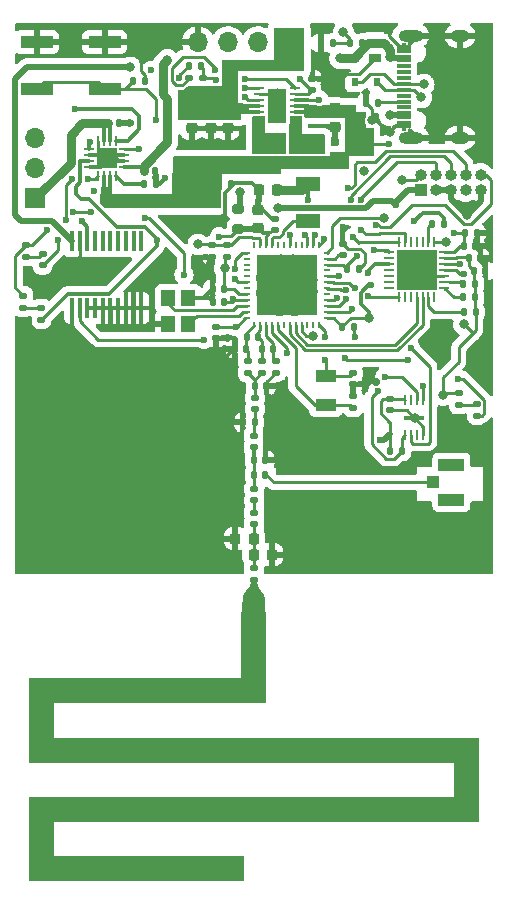
<source format=gtl>
G04 #@! TF.GenerationSoftware,KiCad,Pcbnew,(6.0.8)*
G04 #@! TF.CreationDate,2022-11-18T14:33:26-05:00*
G04 #@! TF.ProjectId,Emrick,456d7269-636b-42e6-9b69-6361645f7063,2*
G04 #@! TF.SameCoordinates,Original*
G04 #@! TF.FileFunction,Copper,L1,Top*
G04 #@! TF.FilePolarity,Positive*
%FSLAX46Y46*%
G04 Gerber Fmt 4.6, Leading zero omitted, Abs format (unit mm)*
G04 Created by KiCad (PCBNEW (6.0.8)) date 2022-11-18 14:33:26*
%MOMM*%
%LPD*%
G01*
G04 APERTURE LIST*
G04 Aperture macros list*
%AMRoundRect*
0 Rectangle with rounded corners*
0 $1 Rounding radius*
0 $2 $3 $4 $5 $6 $7 $8 $9 X,Y pos of 4 corners*
0 Add a 4 corners polygon primitive as box body*
4,1,4,$2,$3,$4,$5,$6,$7,$8,$9,$2,$3,0*
0 Add four circle primitives for the rounded corners*
1,1,$1+$1,$2,$3*
1,1,$1+$1,$4,$5*
1,1,$1+$1,$6,$7*
1,1,$1+$1,$8,$9*
0 Add four rect primitives between the rounded corners*
20,1,$1+$1,$2,$3,$4,$5,0*
20,1,$1+$1,$4,$5,$6,$7,0*
20,1,$1+$1,$6,$7,$8,$9,0*
20,1,$1+$1,$8,$9,$2,$3,0*%
G04 Aperture macros list end*
G04 #@! TA.AperFunction,SMDPad,CuDef*
%ADD10RoundRect,0.225000X0.250000X-0.225000X0.250000X0.225000X-0.250000X0.225000X-0.250000X-0.225000X0*%
G04 #@! TD*
G04 #@! TA.AperFunction,SMDPad,CuDef*
%ADD11R,1.200000X1.400000*%
G04 #@! TD*
G04 #@! TA.AperFunction,SMDPad,CuDef*
%ADD12RoundRect,0.135000X0.185000X-0.135000X0.185000X0.135000X-0.185000X0.135000X-0.185000X-0.135000X0*%
G04 #@! TD*
G04 #@! TA.AperFunction,SMDPad,CuDef*
%ADD13RoundRect,0.135000X0.135000X0.185000X-0.135000X0.185000X-0.135000X-0.185000X0.135000X-0.185000X0*%
G04 #@! TD*
G04 #@! TA.AperFunction,SMDPad,CuDef*
%ADD14R,2.750000X1.000000*%
G04 #@! TD*
G04 #@! TA.AperFunction,SMDPad,CuDef*
%ADD15R,2.000000X1.200000*%
G04 #@! TD*
G04 #@! TA.AperFunction,SMDPad,CuDef*
%ADD16RoundRect,0.147500X-0.172500X0.147500X-0.172500X-0.147500X0.172500X-0.147500X0.172500X0.147500X0*%
G04 #@! TD*
G04 #@! TA.AperFunction,SMDPad,CuDef*
%ADD17RoundRect,0.140000X0.140000X0.170000X-0.140000X0.170000X-0.140000X-0.170000X0.140000X-0.170000X0*%
G04 #@! TD*
G04 #@! TA.AperFunction,SMDPad,CuDef*
%ADD18RoundRect,0.225000X-0.225000X-0.250000X0.225000X-0.250000X0.225000X0.250000X-0.225000X0.250000X0*%
G04 #@! TD*
G04 #@! TA.AperFunction,SMDPad,CuDef*
%ADD19RoundRect,0.140000X-0.170000X0.140000X-0.170000X-0.140000X0.170000X-0.140000X0.170000X0.140000X0*%
G04 #@! TD*
G04 #@! TA.AperFunction,SMDPad,CuDef*
%ADD20RoundRect,0.140000X-0.140000X-0.170000X0.140000X-0.170000X0.140000X0.170000X-0.140000X0.170000X0*%
G04 #@! TD*
G04 #@! TA.AperFunction,SMDPad,CuDef*
%ADD21R,1.000000X0.700000*%
G04 #@! TD*
G04 #@! TA.AperFunction,SMDPad,CuDef*
%ADD22R,0.600000X0.700000*%
G04 #@! TD*
G04 #@! TA.AperFunction,SMDPad,CuDef*
%ADD23RoundRect,0.147500X0.172500X-0.147500X0.172500X0.147500X-0.172500X0.147500X-0.172500X-0.147500X0*%
G04 #@! TD*
G04 #@! TA.AperFunction,SMDPad,CuDef*
%ADD24R,0.965200X0.254000*%
G04 #@! TD*
G04 #@! TA.AperFunction,SMDPad,CuDef*
%ADD25R,0.254000X0.965200*%
G04 #@! TD*
G04 #@! TA.AperFunction,SMDPad,CuDef*
%ADD26R,3.352800X3.352800*%
G04 #@! TD*
G04 #@! TA.AperFunction,SMDPad,CuDef*
%ADD27R,0.355600X1.676400*%
G04 #@! TD*
G04 #@! TA.AperFunction,SMDPad,CuDef*
%ADD28R,0.280000X0.850000*%
G04 #@! TD*
G04 #@! TA.AperFunction,SMDPad,CuDef*
%ADD29R,0.850000X0.280000*%
G04 #@! TD*
G04 #@! TA.AperFunction,SMDPad,CuDef*
%ADD30R,1.700000X1.700000*%
G04 #@! TD*
G04 #@! TA.AperFunction,ComponentPad*
%ADD31C,0.508000*%
G04 #@! TD*
G04 #@! TA.AperFunction,SMDPad,CuDef*
%ADD32RoundRect,0.140000X0.170000X-0.140000X0.170000X0.140000X-0.170000X0.140000X-0.170000X-0.140000X0*%
G04 #@! TD*
G04 #@! TA.AperFunction,SMDPad,CuDef*
%ADD33RoundRect,0.225000X-0.250000X0.225000X-0.250000X-0.225000X0.250000X-0.225000X0.250000X0.225000X0*%
G04 #@! TD*
G04 #@! TA.AperFunction,ComponentPad*
%ADD34C,0.499999*%
G04 #@! TD*
G04 #@! TA.AperFunction,SMDPad,CuDef*
%ADD35O,0.240000X0.599999*%
G04 #@! TD*
G04 #@! TA.AperFunction,SMDPad,CuDef*
%ADD36O,0.599999X0.240000*%
G04 #@! TD*
G04 #@! TA.AperFunction,SMDPad,CuDef*
%ADD37R,5.150000X5.150000*%
G04 #@! TD*
G04 #@! TA.AperFunction,SMDPad,CuDef*
%ADD38R,1.800000X1.000000*%
G04 #@! TD*
G04 #@! TA.AperFunction,ComponentPad*
%ADD39R,1.000000X1.000000*%
G04 #@! TD*
G04 #@! TA.AperFunction,ComponentPad*
%ADD40O,1.000000X1.000000*%
G04 #@! TD*
G04 #@! TA.AperFunction,ComponentPad*
%ADD41R,1.700000X1.700000*%
G04 #@! TD*
G04 #@! TA.AperFunction,ComponentPad*
%ADD42O,1.700000X1.700000*%
G04 #@! TD*
G04 #@! TA.AperFunction,SMDPad,CuDef*
%ADD43R,1.050000X1.000000*%
G04 #@! TD*
G04 #@! TA.AperFunction,SMDPad,CuDef*
%ADD44R,2.200000X1.050000*%
G04 #@! TD*
G04 #@! TA.AperFunction,SMDPad,CuDef*
%ADD45RoundRect,0.225000X0.225000X0.250000X-0.225000X0.250000X-0.225000X-0.250000X0.225000X-0.250000X0*%
G04 #@! TD*
G04 #@! TA.AperFunction,SMDPad,CuDef*
%ADD46R,1.150000X0.300000*%
G04 #@! TD*
G04 #@! TA.AperFunction,ComponentPad*
%ADD47O,1.600000X1.000000*%
G04 #@! TD*
G04 #@! TA.AperFunction,ComponentPad*
%ADD48O,2.100000X1.000000*%
G04 #@! TD*
G04 #@! TA.AperFunction,SMDPad,CuDef*
%ADD49RoundRect,0.135000X-0.135000X-0.185000X0.135000X-0.185000X0.135000X0.185000X-0.135000X0.185000X0*%
G04 #@! TD*
G04 #@! TA.AperFunction,SMDPad,CuDef*
%ADD50R,0.820000X0.280000*%
G04 #@! TD*
G04 #@! TA.AperFunction,SMDPad,CuDef*
%ADD51R,1.580000X2.849999*%
G04 #@! TD*
G04 #@! TA.AperFunction,SMDPad,CuDef*
%ADD52R,0.254000X0.812800*%
G04 #@! TD*
G04 #@! TA.AperFunction,SMDPad,CuDef*
%ADD53R,1.701800X0.304800*%
G04 #@! TD*
G04 #@! TA.AperFunction,SMDPad,CuDef*
%ADD54RoundRect,0.147500X-0.147500X-0.172500X0.147500X-0.172500X0.147500X0.172500X-0.147500X0.172500X0*%
G04 #@! TD*
G04 #@! TA.AperFunction,SMDPad,CuDef*
%ADD55RoundRect,0.200000X-0.275000X0.200000X-0.275000X-0.200000X0.275000X-0.200000X0.275000X0.200000X0*%
G04 #@! TD*
G04 #@! TA.AperFunction,ViaPad*
%ADD56C,0.600000*%
G04 #@! TD*
G04 #@! TA.AperFunction,ViaPad*
%ADD57C,0.700000*%
G04 #@! TD*
G04 #@! TA.AperFunction,ViaPad*
%ADD58C,0.800000*%
G04 #@! TD*
G04 #@! TA.AperFunction,Conductor*
%ADD59C,0.250000*%
G04 #@! TD*
G04 #@! TA.AperFunction,Conductor*
%ADD60C,0.300000*%
G04 #@! TD*
G04 #@! TA.AperFunction,Conductor*
%ADD61C,0.500000*%
G04 #@! TD*
G04 #@! TA.AperFunction,Conductor*
%ADD62C,0.800000*%
G04 #@! TD*
G04 APERTURE END LIST*
G36*
X102640125Y-64679783D02*
G01*
X102664584Y-64832395D01*
X102851244Y-65296085D01*
X103061459Y-65526250D01*
X103209949Y-65737580D01*
X103317671Y-66136404D01*
X103390471Y-66795289D01*
X103434194Y-67786798D01*
X103454684Y-69183496D01*
X103458334Y-70453439D01*
X103458334Y-75051251D01*
X85466667Y-75051251D01*
X85466667Y-77961667D01*
X121450000Y-77961667D01*
X121450000Y-85105417D01*
X85466667Y-85105417D01*
X85466667Y-88015834D01*
X101606250Y-88015834D01*
X101606250Y-90132500D01*
X83350000Y-90132500D01*
X83350000Y-82988751D01*
X119333334Y-82988751D01*
X119333334Y-80078334D01*
X83350000Y-80078334D01*
X83350000Y-72934584D01*
X101341667Y-72934584D01*
X101341667Y-69395106D01*
X101353469Y-67885659D01*
X101394473Y-66823085D01*
X101473081Y-66125502D01*
X101597691Y-65711025D01*
X101738542Y-65526250D01*
X102074763Y-65075789D01*
X102135417Y-64832395D01*
X102289215Y-64501610D01*
X102400000Y-64467917D01*
X102640125Y-64679783D01*
G37*
D10*
X109250000Y-26225000D03*
X109250000Y-24675000D03*
D11*
X96850000Y-42950000D03*
X96850000Y-40750000D03*
X95150000Y-40750000D03*
X95150000Y-42950000D03*
D12*
X98100000Y-23160000D03*
X98100000Y-22140000D03*
D13*
X111610000Y-19150000D03*
X110590000Y-19150000D03*
D14*
X89780000Y-23050000D03*
X84020000Y-23050000D03*
X84020000Y-19050000D03*
X89780000Y-19050000D03*
D15*
X107000000Y-34250000D03*
X107000000Y-31050000D03*
D16*
X102400000Y-52385000D03*
X102400000Y-53355000D03*
X101900000Y-46080000D03*
X101900000Y-47050000D03*
D17*
X99880000Y-39950000D03*
X98920000Y-39950000D03*
D18*
X102400000Y-62450000D03*
X103950000Y-62450000D03*
D19*
X99200000Y-43170000D03*
X99200000Y-44130000D03*
D20*
X109920000Y-43150000D03*
X110880000Y-43150000D03*
D12*
X100100000Y-37260000D03*
X100100000Y-36240000D03*
D20*
X120320000Y-35250000D03*
X121280000Y-35250000D03*
X93085000Y-29945000D03*
X94045000Y-29945000D03*
D13*
X121154000Y-39537000D03*
X120134000Y-39537000D03*
D21*
X112650000Y-20450000D03*
D22*
X110950000Y-20450000D03*
X110950000Y-22450000D03*
X112850000Y-22450000D03*
D12*
X83100000Y-37260000D03*
X83100000Y-36240000D03*
D20*
X92220000Y-22350000D03*
X93180000Y-22350000D03*
D13*
X97910000Y-21050000D03*
X96890000Y-21050000D03*
D23*
X121297000Y-50685000D03*
X121297000Y-49715000D03*
D19*
X103100000Y-46090000D03*
X103100000Y-47050000D03*
D24*
X118524100Y-39850000D03*
X118524100Y-39350001D03*
X118524100Y-38849999D03*
X118524100Y-38350000D03*
X118524100Y-37850001D03*
X118524100Y-37349999D03*
X118524100Y-36850000D03*
D25*
X117700000Y-36025900D03*
X117200001Y-36025900D03*
X116699999Y-36025900D03*
X116200000Y-36025900D03*
X115700001Y-36025900D03*
X115199999Y-36025900D03*
X114700000Y-36025900D03*
D24*
X113875900Y-36850000D03*
X113875900Y-37349999D03*
X113875900Y-37850001D03*
X113875900Y-38350000D03*
X113875900Y-38849999D03*
X113875900Y-39350001D03*
X113875900Y-39850000D03*
D25*
X114700000Y-40674100D03*
X115199999Y-40674100D03*
X115700001Y-40674100D03*
X116200000Y-40674100D03*
X116699999Y-40674100D03*
X117200001Y-40674100D03*
X117700000Y-40674100D03*
D26*
X116200000Y-38350000D03*
D13*
X118510000Y-34450000D03*
X117490000Y-34450000D03*
D27*
X87027500Y-41583650D03*
X87677501Y-41583650D03*
X88327499Y-41583650D03*
X88977501Y-41583650D03*
X89627499Y-41583650D03*
X90277498Y-41583650D03*
X90927499Y-41583650D03*
X91577498Y-41583650D03*
X92227499Y-41583650D03*
X92877498Y-41583650D03*
X92877500Y-35944850D03*
X92227502Y-35944850D03*
X91577501Y-35944850D03*
X90927502Y-35944850D03*
X90277501Y-35944850D03*
X89627502Y-35944850D03*
X88977501Y-35944850D03*
X88327502Y-35944850D03*
X87677501Y-35944850D03*
X87027502Y-35944850D03*
D28*
X90715001Y-27424999D03*
X90215000Y-27424999D03*
X89715000Y-27424999D03*
X89214999Y-27424999D03*
D29*
X88489999Y-28149811D03*
X88489999Y-28649937D03*
X88489999Y-29150063D03*
X88489999Y-29650189D03*
D28*
X89214999Y-30375001D03*
X89715000Y-30375001D03*
X90215000Y-30375001D03*
X90715001Y-30375001D03*
D29*
X91440001Y-29650189D03*
X91440001Y-29150063D03*
X91440001Y-28649937D03*
X91440001Y-28149811D03*
D30*
X89965000Y-28900000D03*
D31*
X89571300Y-29293700D03*
X90358700Y-28506300D03*
X90358700Y-29293700D03*
X89571300Y-28506300D03*
D32*
X104200000Y-34980000D03*
X104200000Y-34020000D03*
D33*
X98750000Y-24775000D03*
X98750000Y-26325000D03*
D20*
X90040000Y-25950000D03*
X91000000Y-25950000D03*
D19*
X98900000Y-36270000D03*
X98900000Y-37230000D03*
D20*
X110320000Y-38250000D03*
X111280000Y-38250000D03*
X100826000Y-45070000D03*
X101786000Y-45070000D03*
D34*
X107524999Y-38846499D03*
D35*
X102450000Y-43050001D03*
X102949999Y-43050001D03*
X103449998Y-43050001D03*
X103950000Y-43050001D03*
X104449999Y-43050001D03*
X104950000Y-43050001D03*
X105450000Y-43050001D03*
X105949998Y-43050001D03*
X106450000Y-43050001D03*
X106949999Y-43050001D03*
X107450001Y-43050001D03*
X107950000Y-43050001D03*
D36*
X108600001Y-42400000D03*
X108600001Y-41900001D03*
X108600001Y-41400002D03*
X108600001Y-40900000D03*
X108600001Y-40400001D03*
X108600001Y-39900000D03*
X108600001Y-39400000D03*
X108600001Y-38900002D03*
X108600001Y-38400000D03*
X108600001Y-37900001D03*
X108600001Y-37399999D03*
X108600001Y-36900000D03*
D35*
X107950000Y-36249999D03*
X107450001Y-36249999D03*
X106949999Y-36249999D03*
X106450000Y-36249999D03*
X105949998Y-36249999D03*
X105450000Y-36249999D03*
X104950000Y-36249999D03*
X104449999Y-36249999D03*
X103950000Y-36249999D03*
X103449998Y-36249999D03*
X102949999Y-36249999D03*
X102450000Y-36249999D03*
D36*
X101799999Y-36900000D03*
X101799999Y-37399999D03*
X101799999Y-37900001D03*
X101799999Y-38400000D03*
X101799999Y-38900002D03*
X101799999Y-39400000D03*
X101799999Y-39900000D03*
X101799999Y-40400001D03*
X101799999Y-40900000D03*
X101799999Y-41400002D03*
X101799999Y-41900001D03*
X101799999Y-42400000D03*
D37*
X105200000Y-39650000D03*
D34*
X102875001Y-40453501D03*
X106003501Y-37325001D03*
X106003501Y-41974999D03*
X102875001Y-38846499D03*
X104396499Y-41974999D03*
X104396499Y-40453501D03*
X107524999Y-40453501D03*
X104396499Y-38846499D03*
X104396499Y-37325001D03*
X106003501Y-38846499D03*
X106003501Y-40453501D03*
D17*
X99880000Y-41050000D03*
X98920000Y-41050000D03*
D38*
X108500000Y-49800000D03*
X108500000Y-47300000D03*
D13*
X121154000Y-40680000D03*
X120134000Y-40680000D03*
D39*
X116550000Y-31575000D03*
D40*
X116550000Y-30305000D03*
X117820000Y-31575000D03*
X117820000Y-30305000D03*
X119090000Y-31575000D03*
X119090000Y-30305000D03*
X120360000Y-31575000D03*
X120360000Y-30305000D03*
X121630000Y-31575000D03*
X121630000Y-30305000D03*
D41*
X83907000Y-32281000D03*
D42*
X83907000Y-29741000D03*
X83907000Y-27201000D03*
D43*
X117620000Y-56332500D03*
D44*
X119145000Y-57807500D03*
X119145000Y-54857500D03*
D41*
X105300000Y-19075000D03*
D42*
X102760000Y-19075000D03*
X100220000Y-19075000D03*
X97680000Y-19075000D03*
D19*
X113900000Y-49270000D03*
X113900000Y-50230000D03*
D32*
X107300000Y-23130000D03*
X107300000Y-22170000D03*
D17*
X102480000Y-51270000D03*
X101520000Y-51270000D03*
D10*
X102800000Y-34825000D03*
X102800000Y-33275000D03*
D33*
X100200000Y-24825000D03*
X100200000Y-26375000D03*
D45*
X102400000Y-61100000D03*
X100850000Y-61100000D03*
D19*
X102400000Y-63620000D03*
X102400000Y-64580000D03*
D46*
X115130000Y-26200000D03*
X115130000Y-25400000D03*
X115130000Y-24100000D03*
X115130000Y-23100000D03*
X115130000Y-22600000D03*
X115130000Y-21600000D03*
X115130000Y-20300000D03*
X115130000Y-19500000D03*
X115130000Y-19800000D03*
X115130000Y-20600000D03*
X115130000Y-21100000D03*
X115130000Y-22100000D03*
X115130000Y-23600000D03*
X115130000Y-24600000D03*
X115130000Y-25100000D03*
X115130000Y-25900000D03*
D47*
X119875000Y-27170000D03*
D48*
X115695000Y-18530000D03*
X115695000Y-27170000D03*
D47*
X119875000Y-18530000D03*
D32*
X110000000Y-37130000D03*
X110000000Y-36170000D03*
D20*
X102520000Y-48170000D03*
X103480000Y-48170000D03*
D17*
X103380000Y-55732500D03*
X102420000Y-55732500D03*
D10*
X97150000Y-26376000D03*
X97150000Y-24826000D03*
D12*
X119773000Y-49799000D03*
X119773000Y-48779000D03*
D20*
X102420000Y-54450000D03*
X103380000Y-54450000D03*
D23*
X84424000Y-42553000D03*
X84424000Y-41583000D03*
D32*
X102400000Y-57862500D03*
X102400000Y-56902500D03*
X110800000Y-50030000D03*
X110800000Y-49070000D03*
D20*
X121020000Y-38450000D03*
X121980000Y-38450000D03*
D13*
X109110000Y-19150000D03*
X108090000Y-19150000D03*
D20*
X120220000Y-36300000D03*
X121180000Y-36300000D03*
D19*
X110800000Y-47070000D03*
X110800000Y-48030000D03*
D16*
X102400000Y-58897500D03*
X102400000Y-59867500D03*
D20*
X120620000Y-37350000D03*
X121580000Y-37350000D03*
D19*
X104300000Y-46090000D03*
X104300000Y-47050000D03*
D49*
X113940000Y-53700000D03*
X114960000Y-53700000D03*
X93090000Y-31050000D03*
X94110000Y-31050000D03*
D50*
X102890000Y-22950000D03*
X102890000Y-23449999D03*
X102890000Y-23950001D03*
X102890000Y-24450000D03*
X102890000Y-24950002D03*
X102890000Y-25450001D03*
X102890000Y-25950000D03*
X105910000Y-25950000D03*
X105910000Y-25450001D03*
X105910000Y-24949999D03*
X105910000Y-24450000D03*
X105910000Y-23949998D03*
X105910000Y-23449999D03*
X105910000Y-22950000D03*
D51*
X104400000Y-24450000D03*
D31*
X104793700Y-24450000D03*
X104006300Y-25237400D03*
X104006300Y-23662600D03*
X104793700Y-23662600D03*
X104006300Y-24450000D03*
X104793700Y-25237400D03*
D16*
X102500000Y-49185000D03*
X102500000Y-50155000D03*
D52*
X115238000Y-52297800D03*
X115746000Y-52297800D03*
X116254000Y-52297800D03*
X116762000Y-52297800D03*
X116762000Y-49402200D03*
X116254000Y-49402200D03*
X115746000Y-49402200D03*
X115238000Y-49402200D03*
D53*
X116000000Y-50850000D03*
D49*
X111890000Y-24250000D03*
X112910000Y-24250000D03*
D12*
X96900000Y-23160000D03*
X96900000Y-22140000D03*
D23*
X84527000Y-37939000D03*
X84527000Y-36969000D03*
D12*
X82900000Y-41550000D03*
X82900000Y-40530000D03*
D13*
X121192000Y-41914000D03*
X120172000Y-41914000D03*
D54*
X101837000Y-44070000D03*
X102807000Y-44070000D03*
D55*
X101100000Y-33225000D03*
X101100000Y-34875000D03*
D54*
X103107000Y-45070000D03*
X104077000Y-45070000D03*
D45*
X104375000Y-31550000D03*
X102825000Y-31550000D03*
D56*
X120900000Y-84532500D03*
X90600000Y-88432500D03*
X111900000Y-78332500D03*
X93100000Y-89632500D03*
X111200000Y-83432500D03*
X121000000Y-78432500D03*
X109200000Y-79732500D03*
X95800000Y-74632500D03*
X102600000Y-79632500D03*
X97000000Y-88432500D03*
X90800000Y-84532500D03*
X108500000Y-84632500D03*
X106200000Y-78332500D03*
X92400000Y-73332500D03*
X94300000Y-83432500D03*
X83900000Y-84732500D03*
X105600000Y-83432500D03*
X83700000Y-73332500D03*
X102900000Y-74532500D03*
X87500000Y-83432500D03*
X119700000Y-81532500D03*
X97200000Y-84732500D03*
X99900000Y-73332500D03*
X101800000Y-66432500D03*
X116900000Y-83432500D03*
X83700000Y-79732500D03*
X95600000Y-79732500D03*
X83900000Y-89232500D03*
X86900000Y-89732500D03*
X88500000Y-79632500D03*
X89300000Y-74632500D03*
X118700000Y-79632500D03*
X103000000Y-69332500D03*
X101800000Y-72032500D03*
X83700000Y-77032500D03*
X102800000Y-84632500D03*
X114600000Y-84632500D03*
X114500000Y-79732500D03*
X85000000Y-86832500D03*
X117400000Y-78432500D03*
X86000000Y-78432500D03*
X84700000Y-75032500D03*
X91700000Y-78432500D03*
X100500000Y-89732500D03*
X100200000Y-83432500D03*
X86900000Y-73432500D03*
X99200000Y-78332500D03*
X83500000Y-48650000D03*
D57*
X99250000Y-46450000D03*
D58*
X120450000Y-33700000D03*
D56*
X93600000Y-43250000D03*
X93900000Y-57150000D03*
X84200000Y-51300000D03*
X113711515Y-18105387D03*
X99500000Y-56950000D03*
X92500000Y-52250000D03*
D57*
X98450000Y-38450000D03*
D56*
X88300000Y-55450000D03*
D57*
X112729962Y-47808742D03*
D58*
X113950000Y-26700000D03*
D56*
X92000000Y-25950000D03*
X121550000Y-20350000D03*
X95500000Y-53400000D03*
X95300000Y-48800000D03*
X94900000Y-18850000D03*
X122200000Y-51850000D03*
X86200000Y-51400000D03*
X118000000Y-45200000D03*
X121600000Y-60950000D03*
X122300000Y-46200000D03*
X89150000Y-51600000D03*
X105300000Y-60450000D03*
X94750000Y-45950000D03*
X83500000Y-44850000D03*
X98200000Y-51650000D03*
D58*
X115200000Y-37450000D03*
D56*
X85000000Y-53200000D03*
X98300000Y-46950000D03*
D58*
X116025000Y-50875000D03*
D56*
X121550000Y-24350000D03*
X94300000Y-38750000D03*
X86300000Y-38250000D03*
X114500000Y-60250000D03*
D58*
X111700000Y-29950000D03*
D56*
X85400000Y-57550000D03*
X89600000Y-59850000D03*
X109200000Y-22450000D03*
X121000000Y-52950000D03*
X117700000Y-60650000D03*
X94900000Y-60050000D03*
X105000000Y-50200000D03*
D58*
X117200000Y-39200000D03*
D56*
X109200000Y-27350000D03*
X97600000Y-60150000D03*
X108500000Y-21450000D03*
D57*
X103700000Y-49200000D03*
D56*
X114900000Y-58050000D03*
D58*
X117200000Y-37450000D03*
D56*
X106900000Y-52950000D03*
X109950000Y-51600000D03*
D57*
X104700000Y-53650000D03*
D56*
X109950000Y-34700000D03*
X91350000Y-48750000D03*
X112300000Y-58450000D03*
X111000000Y-44050000D03*
X94900000Y-30581254D03*
X83400000Y-59850000D03*
X118300000Y-20900000D03*
X118400000Y-25400000D03*
X96450000Y-34750000D03*
X96080500Y-22099500D03*
X105900000Y-54600000D03*
D58*
X112450500Y-25700000D03*
D56*
X106100000Y-58450000D03*
X88600000Y-49000000D03*
D58*
X115200000Y-39200000D03*
D56*
X88600000Y-46050000D03*
X109850000Y-53750000D03*
X85500000Y-47200000D03*
X89500000Y-38850000D03*
X100800000Y-27650000D03*
X84700000Y-39950000D03*
X110600000Y-60550000D03*
X108800000Y-58050000D03*
X122000000Y-59150000D03*
X95200000Y-37550000D03*
X119650000Y-51600000D03*
D58*
X108250000Y-18075500D03*
D57*
X100450000Y-51200000D03*
D56*
X121900000Y-53850000D03*
D58*
X99950000Y-38200000D03*
D56*
X88599251Y-33450749D03*
X87124500Y-33450000D03*
X88900000Y-31650000D03*
X99477086Y-35550000D03*
X111158411Y-37208411D03*
X112300000Y-39650000D03*
D58*
X112200000Y-42450000D03*
D56*
X84900000Y-34950000D03*
X88509266Y-27559266D03*
X116000000Y-34250000D03*
D58*
X118450000Y-48950000D03*
X120200000Y-42950000D03*
D56*
X108450000Y-45950000D03*
X105200451Y-45424500D03*
D58*
X91950000Y-21200000D03*
D56*
X112768267Y-34574500D03*
X94100000Y-25650000D03*
D58*
X97700000Y-36200000D03*
X95100000Y-20550000D03*
X113900000Y-25250000D03*
X113955000Y-20300000D03*
X109700000Y-20450000D03*
D56*
X101700000Y-22950000D03*
X106300000Y-22150000D03*
X100880000Y-43170000D03*
X107000000Y-32397502D03*
X100658411Y-40791589D03*
X115500000Y-45950000D03*
X110100000Y-45850000D03*
X108400000Y-44050000D03*
X119700000Y-47550000D03*
X85800000Y-35850000D03*
X86500000Y-34150000D03*
X93200000Y-33950000D03*
X100847950Y-38252821D03*
X87000000Y-30650000D03*
X96500000Y-38750000D03*
X88400000Y-30650000D03*
X100800000Y-39150000D03*
X94200000Y-35850000D03*
X113100000Y-52750000D03*
D58*
X101200000Y-31750000D03*
D56*
X114424156Y-32825500D03*
D58*
X104500000Y-33147002D03*
D56*
X93700000Y-21450000D03*
X87900000Y-34250000D03*
D58*
X114950000Y-30700000D03*
X113437701Y-33962299D03*
D56*
X108325501Y-35700000D03*
X111450000Y-32397502D03*
X110650497Y-32397502D03*
X107583099Y-35403277D03*
X110423339Y-31423339D03*
X106784108Y-35431875D03*
X87247499Y-24750000D03*
D58*
X116600000Y-23750000D03*
D56*
X120200000Y-38700000D03*
X119875734Y-37849500D03*
D58*
X116800000Y-22650000D03*
D56*
X112912254Y-48638453D03*
X105500000Y-35400000D03*
X107200000Y-28050000D03*
X107900000Y-28050000D03*
X106500000Y-28050000D03*
X104400000Y-28050000D03*
X103000000Y-28050000D03*
X103700000Y-28050000D03*
X99200000Y-22250000D03*
X101700000Y-23750000D03*
X101700000Y-22150000D03*
X99100000Y-21449500D03*
X98200000Y-44250000D03*
D58*
X107450000Y-43950000D03*
D56*
X110700000Y-41650000D03*
X115700000Y-44950000D03*
X116700000Y-48150000D03*
X110200000Y-40850000D03*
X109414683Y-40700062D03*
X113500000Y-47450000D03*
X113858420Y-27675500D03*
X119400000Y-35200000D03*
X112099500Y-40550000D03*
X110958728Y-39843088D03*
X109614558Y-38857499D03*
X112099500Y-38577378D03*
X92700000Y-28150000D03*
D58*
X110000000Y-18200000D03*
X118650000Y-36000000D03*
D56*
X111483531Y-34933531D03*
X110833531Y-35583531D03*
X112600000Y-36650000D03*
X107950000Y-23950000D03*
X110186629Y-40050609D03*
D59*
X111383884Y-36550000D02*
X110380000Y-36550000D01*
X116025000Y-50875000D02*
X116000000Y-50850000D01*
X112650000Y-20450000D02*
X111325000Y-21775000D01*
X98450000Y-38450000D02*
X98920000Y-38920000D01*
X103480000Y-48170000D02*
X103480000Y-48980000D01*
X112729962Y-47808742D02*
X111591258Y-47808742D01*
X115130000Y-19500000D02*
X114775305Y-19500000D01*
X102890000Y-23449999D02*
X103590001Y-23449999D01*
X112450500Y-24761038D02*
X112450500Y-25700000D01*
D60*
X114450000Y-26200000D02*
X114200000Y-26450000D01*
X100000000Y-31850000D02*
X100000000Y-34050000D01*
D59*
X115695000Y-18530000D02*
X119875000Y-18530000D01*
D60*
X114200000Y-26450000D02*
X113950000Y-26700000D01*
D59*
X92900000Y-21550000D02*
X92900000Y-20650000D01*
X103480000Y-48170000D02*
X103480000Y-47870000D01*
D60*
X91000000Y-25950000D02*
X92000000Y-25950000D01*
D61*
X117820000Y-31575000D02*
X119090000Y-31575000D01*
D59*
X98450000Y-38450000D02*
X98450000Y-37680000D01*
D60*
X91440001Y-29150063D02*
X90502337Y-29150063D01*
D59*
X110251218Y-21775000D02*
X110067347Y-21958871D01*
D61*
X119090000Y-32340000D02*
X120450000Y-33700000D01*
D59*
X116762000Y-52297800D02*
X116762000Y-51612000D01*
D60*
X102800000Y-33275000D02*
X103155000Y-33275000D01*
X100850000Y-31000000D02*
X100000000Y-31850000D01*
D61*
X119090000Y-31575000D02*
X119090000Y-32340000D01*
D60*
X89427663Y-28649937D02*
X88489999Y-28649937D01*
D59*
X117200000Y-39200000D02*
X117550001Y-38849999D01*
D60*
X102800000Y-31575000D02*
X102825000Y-31550000D01*
D59*
X103480000Y-48980000D02*
X103700000Y-49200000D01*
X111325000Y-21775000D02*
X110251218Y-21775000D01*
D60*
X87027500Y-41583650D02*
X87027500Y-43622500D01*
D59*
X99250000Y-46450000D02*
X100630000Y-45070000D01*
D60*
X96850000Y-40750000D02*
X98620000Y-40750000D01*
D61*
X121630000Y-32520000D02*
X121630000Y-31575000D01*
D59*
X116762000Y-51612000D02*
X116025000Y-50875000D01*
X114775305Y-19500000D02*
X113828446Y-18553142D01*
X87677501Y-35944850D02*
X87677501Y-37772499D01*
D60*
X94431254Y-31050000D02*
X94900000Y-30581254D01*
D59*
X110000000Y-34750000D02*
X109950000Y-34700000D01*
X110000000Y-36170000D02*
X110000000Y-34750000D01*
D60*
X98620000Y-40750000D02*
X98920000Y-41050000D01*
X102275000Y-31000000D02*
X100850000Y-31000000D01*
D59*
X111783411Y-36949527D02*
X111383884Y-36550000D01*
X93180000Y-21830000D02*
X92900000Y-21550000D01*
X100630000Y-45070000D02*
X100826000Y-45070000D01*
X99200000Y-46400000D02*
X99200000Y-44130000D01*
D60*
X90502337Y-28649937D02*
X90358700Y-28506300D01*
D59*
X98450000Y-37680000D02*
X98900000Y-37230000D01*
X96890000Y-21050000D02*
X96080500Y-21859500D01*
X115380000Y-50230000D02*
X116000000Y-50850000D01*
X110800000Y-48030000D02*
X110800000Y-49070000D01*
X103930000Y-54420000D02*
X104700000Y-53650000D01*
D60*
X96850000Y-40750000D02*
X98120000Y-40750000D01*
X98120000Y-40750000D02*
X98920000Y-39950000D01*
D59*
X89239999Y-27449999D02*
X89239999Y-28050000D01*
X96080500Y-21859500D02*
X96080500Y-22099500D01*
X111280000Y-38250000D02*
X111783411Y-37746589D01*
X110880000Y-43130000D02*
X110950000Y-43200000D01*
X108250000Y-18075500D02*
X108090000Y-18235500D01*
X98920000Y-38920000D02*
X98920000Y-39950000D01*
D60*
X115130000Y-26200000D02*
X114450000Y-26200000D01*
D59*
X111783411Y-37746589D02*
X111783411Y-36949527D01*
X93180000Y-22350000D02*
X93180000Y-21830000D01*
X111591258Y-47808742D02*
X111370000Y-48030000D01*
D60*
X91440001Y-28649937D02*
X90502337Y-28649937D01*
D59*
X84020000Y-19050000D02*
X89780000Y-19050000D01*
X117550001Y-38849999D02*
X118524100Y-38849999D01*
D60*
X94110000Y-31050000D02*
X94431254Y-31050000D01*
X102825000Y-31550000D02*
X102275000Y-31000000D01*
D59*
X98920000Y-39950000D02*
X98920000Y-41050000D01*
X113828446Y-18553142D02*
X113828446Y-18222318D01*
X111370000Y-48030000D02*
X110800000Y-48030000D01*
D60*
X89571300Y-28506300D02*
X89427663Y-28649937D01*
D59*
X99250000Y-46450000D02*
X99200000Y-46400000D01*
D60*
X102800000Y-33275000D02*
X102800000Y-31575000D01*
D59*
X111939462Y-24250000D02*
X112450500Y-24761038D01*
X108090000Y-18235500D02*
X108090000Y-19150000D01*
X110880000Y-43150000D02*
X110880000Y-43930000D01*
X115695000Y-27170000D02*
X119875000Y-27170000D01*
D60*
X103155000Y-33275000D02*
X103950000Y-34070000D01*
X90502337Y-29150063D02*
X90358700Y-29293700D01*
X89468832Y-29650000D02*
X88531168Y-29650000D01*
D59*
X113900000Y-50230000D02*
X115380000Y-50230000D01*
X110380000Y-36550000D02*
X110000000Y-36170000D01*
X103480000Y-47870000D02*
X104300000Y-47050000D01*
D61*
X120450000Y-33700000D02*
X121630000Y-32520000D01*
D59*
X119875000Y-27170000D02*
X119875000Y-18530000D01*
X111890000Y-24250000D02*
X111939462Y-24250000D01*
X115130000Y-19630000D02*
X115200000Y-19700000D01*
X89214999Y-27424999D02*
X89239999Y-27449999D01*
X103380000Y-54420000D02*
X103930000Y-54420000D01*
X100520000Y-51270000D02*
X100450000Y-51200000D01*
X101520000Y-51270000D02*
X100520000Y-51270000D01*
X113828446Y-18222318D02*
X113711515Y-18105387D01*
X119616850Y-37224500D02*
X120494500Y-37224500D01*
X108600001Y-42400000D02*
X109170000Y-42400000D01*
D60*
X112080261Y-39650000D02*
X112300000Y-39650000D01*
D59*
X88598502Y-33450000D02*
X88599251Y-33450749D01*
D61*
X101100000Y-34875000D02*
X102750000Y-34875000D01*
D60*
X118100000Y-33550000D02*
X118510000Y-33960000D01*
D59*
X109170000Y-42400000D02*
X109920000Y-43150000D01*
X109920000Y-43142391D02*
X110612391Y-42450000D01*
D60*
X111450000Y-41200000D02*
X111450000Y-40280261D01*
D59*
X119773000Y-48779000D02*
X118621000Y-48779000D01*
X99477086Y-35512633D02*
X100462367Y-35512633D01*
X83610000Y-36240000D02*
X84900000Y-34950000D01*
X83100000Y-36240000D02*
X83610000Y-36240000D01*
X119773000Y-44877000D02*
X120950000Y-43700000D01*
X121154000Y-39537000D02*
X121154000Y-40680000D01*
X120620000Y-37350000D02*
X120620000Y-38050000D01*
X100100000Y-37260000D02*
X99950000Y-37410000D01*
X121192000Y-43458000D02*
X121192000Y-41914000D01*
X100700000Y-39950000D02*
X101150001Y-40400001D01*
D60*
X120200000Y-42950000D02*
X120950000Y-43700000D01*
D59*
X103700000Y-35200000D02*
X103449998Y-35450002D01*
X99880000Y-39950000D02*
X100700000Y-39950000D01*
X119491350Y-37350000D02*
X119616850Y-37224500D01*
X118450000Y-47435000D02*
X119773000Y-46112000D01*
D60*
X112200000Y-41950000D02*
X112200000Y-42450000D01*
D59*
X120620000Y-38050000D02*
X121020000Y-38450000D01*
D60*
X103200000Y-35200000D02*
X103700000Y-35200000D01*
D59*
X83100000Y-36240000D02*
X82200000Y-37140000D01*
D60*
X116000000Y-34250000D02*
X116700000Y-33550000D01*
D59*
X87124500Y-33450000D02*
X88598502Y-33450000D01*
X121154000Y-40680000D02*
X121154000Y-41876000D01*
X118524100Y-37349999D02*
X119491350Y-37350000D01*
X121020000Y-38450000D02*
X121020000Y-39403000D01*
X118621000Y-48779000D02*
X118450000Y-48950000D01*
D60*
X88489999Y-27578533D02*
X88509266Y-27559266D01*
X102800000Y-34825000D02*
X102825000Y-34825000D01*
D59*
X121020000Y-39403000D02*
X121154000Y-39537000D01*
X109970001Y-37900001D02*
X108600001Y-37900001D01*
X121154000Y-41876000D02*
X121192000Y-41914000D01*
X100462367Y-35512633D02*
X101100000Y-34875000D01*
X82200000Y-39830000D02*
X82900000Y-40530000D01*
X99950000Y-37410000D02*
X99950000Y-38200000D01*
X110612391Y-42450000D02*
X112200000Y-42450000D01*
X103449998Y-35450002D02*
X103449998Y-36249999D01*
D60*
X111158411Y-37208411D02*
X110320000Y-38046822D01*
D59*
X110320000Y-38250000D02*
X109970001Y-37900001D01*
D60*
X118510000Y-33960000D02*
X118510000Y-34450000D01*
D59*
X99880000Y-39950000D02*
X99880000Y-38270000D01*
D60*
X110320000Y-38046822D02*
X110320000Y-38250000D01*
D61*
X102750000Y-34875000D02*
X102800000Y-34825000D01*
D60*
X88489999Y-28149811D02*
X88489999Y-27578533D01*
X102825000Y-34825000D02*
X103200000Y-35200000D01*
D59*
X103786396Y-35150000D02*
X103900000Y-35150000D01*
D60*
X116700000Y-33550000D02*
X118100000Y-33550000D01*
D59*
X82200000Y-37140000D02*
X82200000Y-39830000D01*
X109920000Y-43150000D02*
X109920000Y-43142391D01*
X119773000Y-46112000D02*
X119773000Y-44877000D01*
X120950000Y-43700000D02*
X121192000Y-43458000D01*
X99880000Y-38270000D02*
X99950000Y-38200000D01*
X118450000Y-48950000D02*
X118450000Y-47435000D01*
D60*
X111450000Y-41200000D02*
X112200000Y-41950000D01*
X111450000Y-40280261D02*
X112080261Y-39650000D01*
D59*
X120494500Y-37224500D02*
X120620000Y-37350000D01*
X101150001Y-40400001D02*
X101799999Y-40400001D01*
X108500000Y-47300000D02*
X110570000Y-47300000D01*
X105200451Y-45424500D02*
X105200451Y-44950451D01*
X103950000Y-43700000D02*
X103950000Y-43050001D01*
X108500000Y-46000000D02*
X108450000Y-45950000D01*
X110570000Y-47300000D02*
X110800000Y-47070000D01*
X105200451Y-44950451D02*
X103950000Y-43700000D01*
X108500000Y-47300000D02*
X108500000Y-46000000D01*
X101900000Y-45184000D02*
X101786000Y-45070000D01*
X101786000Y-45070000D02*
X101786000Y-44121000D01*
X101837000Y-43663001D02*
X102450000Y-43050001D01*
X101900000Y-46080000D02*
X101900000Y-45184000D01*
X101786000Y-44121000D02*
X101837000Y-44070000D01*
X101837000Y-44070000D02*
X101837000Y-43663001D01*
D61*
X85282652Y-34200000D02*
X87027502Y-35944850D01*
D60*
X102890000Y-24450000D02*
X101750000Y-24450000D01*
X101750002Y-24950002D02*
X101750000Y-24950000D01*
D61*
X91950000Y-21200000D02*
X83195000Y-21200000D01*
D60*
X102890000Y-24950002D02*
X101750002Y-24950002D01*
D61*
X82700000Y-34200000D02*
X85282652Y-34200000D01*
X82195000Y-22200000D02*
X82195000Y-33695000D01*
X82195000Y-33695000D02*
X82700000Y-34200000D01*
X83195000Y-21200000D02*
X82195000Y-22200000D01*
D59*
X102450000Y-54515000D02*
X102450000Y-55550000D01*
D60*
X102420000Y-53375000D02*
X102400000Y-53355000D01*
D59*
X102400000Y-55752500D02*
X102420000Y-55732500D01*
D60*
X102420000Y-54450000D02*
X102420000Y-53375000D01*
D59*
X102400000Y-56902500D02*
X102400000Y-55752500D01*
X107550000Y-49800000D02*
X105950000Y-48200000D01*
X104449999Y-43449999D02*
X104449999Y-43050001D01*
X108500000Y-49800000D02*
X110570000Y-49800000D01*
X110570000Y-49800000D02*
X110800000Y-50030000D01*
X105950000Y-44950000D02*
X104449999Y-43449999D01*
X105950000Y-48200000D02*
X105950000Y-44950000D01*
X108500000Y-49800000D02*
X107550000Y-49800000D01*
X115800000Y-32850000D02*
X118574695Y-32850000D01*
X89780000Y-23050000D02*
X89780000Y-23030000D01*
X101150000Y-35600000D02*
X100500000Y-36250000D01*
X102949999Y-36249999D02*
X102950000Y-35700000D01*
X89780000Y-23050000D02*
X93300000Y-23050000D01*
X113962701Y-34687299D02*
X115800000Y-32850000D01*
X122495735Y-32745735D02*
X122495735Y-30745735D01*
X89780000Y-23030000D02*
X89200000Y-22450000D01*
X94100000Y-23850000D02*
X94100000Y-25650000D01*
X93300000Y-23050000D02*
X94100000Y-23850000D01*
X118574695Y-32850000D02*
X120174695Y-34450000D01*
X100070000Y-36270000D02*
X100100000Y-36240000D01*
X102950000Y-35700000D02*
X102875000Y-35625000D01*
X122055000Y-30305000D02*
X121630000Y-30305000D01*
X98830000Y-36200000D02*
X98900000Y-36270000D01*
X120174695Y-34450000D02*
X120791470Y-34450000D01*
X112768267Y-34574500D02*
X113024597Y-34574500D01*
X113137396Y-34687299D02*
X113962701Y-34687299D01*
X121630000Y-30305000D02*
X121630000Y-30270000D01*
X122495735Y-30745735D02*
X122055000Y-30305000D01*
X102875000Y-35625000D02*
X102265675Y-35625000D01*
X113024597Y-34574500D02*
X113137396Y-34687299D01*
X84620000Y-22450000D02*
X84020000Y-23050000D01*
X102265675Y-35625000D02*
X102240675Y-35600000D01*
X120791470Y-34450000D02*
X122495735Y-32745735D01*
X98900000Y-36270000D02*
X100070000Y-36270000D01*
X97700000Y-36200000D02*
X98830000Y-36200000D01*
X121630000Y-30270000D02*
X121700000Y-30200000D01*
X92220000Y-22350000D02*
X91520000Y-23050000D01*
X102240675Y-35600000D02*
X101150000Y-35600000D01*
X89200000Y-22450000D02*
X84620000Y-22450000D01*
X91520000Y-23050000D02*
X89780000Y-23050000D01*
D62*
X87900000Y-25950000D02*
X90040000Y-25950000D01*
X83907000Y-32281000D02*
X86900000Y-29288000D01*
X86900000Y-29288000D02*
X86900000Y-26950000D01*
X86900000Y-26950000D02*
X87900000Y-25950000D01*
D60*
X90215000Y-26125000D02*
X90040000Y-25950000D01*
X90215000Y-27424999D02*
X90215000Y-26125000D01*
X89715000Y-27424999D02*
X89715000Y-26145000D01*
D59*
X103480000Y-55732500D02*
X104080000Y-56332500D01*
X104080000Y-56332500D02*
X117620000Y-56332500D01*
D62*
X110950000Y-20450000D02*
X110950000Y-20300000D01*
D61*
X114350000Y-25250000D02*
X113900000Y-25250000D01*
X114055000Y-20400000D02*
X115130000Y-20400000D01*
D62*
X112100000Y-19150000D02*
X113400000Y-19150000D01*
X95100000Y-20550000D02*
X94730500Y-20919500D01*
D59*
X115130000Y-25100000D02*
X115130000Y-25400000D01*
D61*
X114350000Y-25250000D02*
X115450000Y-25250000D01*
D62*
X110920000Y-20420000D02*
X110950000Y-20450000D01*
X110950000Y-20450000D02*
X109700000Y-20450000D01*
D61*
X113955000Y-20300000D02*
X114055000Y-20400000D01*
D60*
X92790189Y-29650189D02*
X93085000Y-29945000D01*
D62*
X113955000Y-19705000D02*
X113750000Y-19500000D01*
X94730500Y-23480500D02*
X95100000Y-23850000D01*
X94730500Y-20919500D02*
X94730500Y-23480500D01*
X110950000Y-20300000D02*
X112100000Y-19150000D01*
X93085000Y-29548482D02*
X93085000Y-29945000D01*
D61*
X114050000Y-20450000D02*
X114050000Y-20300000D01*
D62*
X95100000Y-27533482D02*
X93085000Y-29548482D01*
X113955000Y-19705000D02*
X113955000Y-20300000D01*
X95100000Y-23850000D02*
X95100000Y-27533482D01*
X113400000Y-19150000D02*
X113955000Y-19705000D01*
D60*
X91440001Y-29650189D02*
X92790189Y-29650189D01*
D59*
X102425000Y-60902500D02*
X102425000Y-59892500D01*
X102400000Y-62450000D02*
X102400000Y-61100000D01*
X102400000Y-63620000D02*
X102400000Y-62450000D01*
X102425000Y-59892500D02*
X102400000Y-59867500D01*
X102949999Y-43464999D02*
X102949999Y-43050001D01*
X103107000Y-44370000D02*
X102807000Y-44070000D01*
X103100000Y-45185000D02*
X103215000Y-45070000D01*
X102807000Y-43607998D02*
X102949999Y-43464999D01*
X102807000Y-44070000D02*
X102807000Y-43607998D01*
X103100000Y-46090000D02*
X103100000Y-45185000D01*
X103107000Y-45070000D02*
X103107000Y-44370000D01*
X102400000Y-58897500D02*
X102400000Y-57862500D01*
X102500000Y-48190000D02*
X102520000Y-48170000D01*
X102520000Y-48170000D02*
X102520000Y-47670000D01*
X102520000Y-47670000D02*
X101900000Y-47050000D01*
X102520000Y-48170000D02*
X102520000Y-47630000D01*
X102500000Y-49185000D02*
X102500000Y-48190000D01*
X102520000Y-47630000D02*
X103100000Y-47050000D01*
X104077000Y-45070000D02*
X104077000Y-45867000D01*
X103449998Y-43949998D02*
X103449998Y-43050001D01*
X104077000Y-45070000D02*
X104077000Y-44577000D01*
X104077000Y-45867000D02*
X104300000Y-46090000D01*
X104077000Y-44577000D02*
X103449998Y-43949998D01*
X102400000Y-51350000D02*
X102480000Y-51270000D01*
X102400000Y-52385000D02*
X102400000Y-51350000D01*
X102480000Y-51270000D02*
X102480000Y-50175000D01*
X102480000Y-50175000D02*
X102500000Y-50155000D01*
X107300000Y-23130000D02*
X107280000Y-23130000D01*
X105910000Y-23449999D02*
X106980001Y-23449999D01*
X106980001Y-23449999D02*
X107300000Y-23130000D01*
X102890000Y-22950000D02*
X101700000Y-22950000D01*
X107280000Y-23130000D02*
X106300000Y-22150000D01*
X110000000Y-37130000D02*
X109520000Y-37130000D01*
X109520000Y-37130000D02*
X109250001Y-37399999D01*
X109250001Y-37399999D02*
X108600001Y-37399999D01*
X100600000Y-41050000D02*
X100750000Y-40900000D01*
D62*
X106500000Y-31550000D02*
X107000000Y-31050000D01*
D59*
X99200000Y-43170000D02*
X100980000Y-43170000D01*
X100980000Y-43170000D02*
X101700000Y-42450000D01*
X100750000Y-40900000D02*
X101799999Y-40900000D01*
D60*
X107000000Y-32397502D02*
X107000000Y-31050000D01*
D59*
X99880000Y-41050000D02*
X100600000Y-41050000D01*
D62*
X104375000Y-31550000D02*
X106500000Y-31550000D01*
D59*
X120120216Y-47550000D02*
X121942000Y-49371784D01*
X108400000Y-43500001D02*
X108400000Y-44050000D01*
X119700000Y-47550000D02*
X120120216Y-47550000D01*
X121942000Y-49371784D02*
X121942000Y-50508000D01*
X110200000Y-45950000D02*
X115500000Y-45950000D01*
X121765000Y-50685000D02*
X121297000Y-50685000D01*
X121942000Y-50508000D02*
X121765000Y-50685000D01*
X107950000Y-43050001D02*
X108400000Y-43500001D01*
X110100000Y-45850000D02*
X110200000Y-45950000D01*
X119773000Y-49799000D02*
X121213000Y-49799000D01*
X121213000Y-49799000D02*
X121297000Y-49715000D01*
X86500000Y-31150000D02*
X87000000Y-30650000D01*
X84545216Y-37939000D02*
X85800000Y-36684216D01*
X86500000Y-34150000D02*
X86500000Y-31150000D01*
X101799999Y-36900000D02*
X101430538Y-36900000D01*
X93500000Y-33950000D02*
X93200000Y-33950000D01*
X88940000Y-30650000D02*
X89214999Y-30375001D01*
X101430538Y-36900000D02*
X100847950Y-37482588D01*
X96500000Y-36950000D02*
X93500000Y-33950000D01*
X85800000Y-36684216D02*
X85800000Y-35850000D01*
X96500000Y-36974695D02*
X96500000Y-36950000D01*
X84527000Y-37939000D02*
X84545216Y-37939000D01*
X84527000Y-37939000D02*
X84711000Y-37939000D01*
X100847950Y-37482588D02*
X100847950Y-38252821D01*
X88400000Y-30650000D02*
X88940000Y-30650000D01*
X96500000Y-38750000D02*
X96500000Y-36974695D01*
X83100000Y-37260000D02*
X84236000Y-37260000D01*
X84236000Y-37260000D02*
X84527000Y-36969000D01*
D60*
X87780055Y-32350000D02*
X87349650Y-31919595D01*
D59*
X101799999Y-39400000D02*
X101050000Y-39400000D01*
X101050000Y-39400000D02*
X100800000Y-39150000D01*
D60*
X94200000Y-35750000D02*
X94200000Y-35850000D01*
X84497000Y-42553000D02*
X84424000Y-42553000D01*
X86654550Y-40395450D02*
X84497000Y-42553000D01*
X87725125Y-29150063D02*
X87714999Y-29160189D01*
X90823685Y-34755944D02*
X88417741Y-32350000D01*
X88489999Y-29150063D02*
X87725125Y-29150063D01*
X90142900Y-40395450D02*
X86654550Y-40395450D01*
X93206650Y-34756650D02*
X94200000Y-35750000D01*
X90823685Y-34756650D02*
X90823685Y-34755944D01*
X87349650Y-31919595D02*
X87349650Y-31300350D01*
X88417741Y-32350000D02*
X87780055Y-32350000D01*
X90823685Y-34756650D02*
X93206650Y-34756650D01*
X94200000Y-36338350D02*
X90142900Y-40395450D01*
X87714999Y-30935001D02*
X87714999Y-29160189D01*
X94200000Y-35850000D02*
X94200000Y-36338350D01*
X87349650Y-31300350D02*
X87714999Y-30935001D01*
D59*
X84391000Y-41550000D02*
X84424000Y-41583000D01*
X82900000Y-41550000D02*
X84391000Y-41550000D01*
X113900000Y-49270000D02*
X113380000Y-49270000D01*
D61*
X112495000Y-32545000D02*
X111892998Y-33147002D01*
D59*
X113200000Y-50497609D02*
X113892391Y-51190000D01*
D61*
X112495000Y-32545000D02*
X114143656Y-32545000D01*
X114143656Y-32545000D02*
X114424156Y-32825500D01*
X113410000Y-52750000D02*
X113950000Y-52210000D01*
X101200000Y-33125000D02*
X101100000Y-33225000D01*
D59*
X113940000Y-52220000D02*
X113950000Y-52210000D01*
X113940000Y-53700000D02*
X113940000Y-52220000D01*
D61*
X113100000Y-52750000D02*
X113410000Y-52750000D01*
X114424156Y-32825500D02*
X114424156Y-32625844D01*
X116550000Y-31575000D02*
X116475000Y-31650000D01*
X101200000Y-31750000D02*
X101200000Y-33125000D01*
X115475000Y-31575000D02*
X116550000Y-31575000D01*
D59*
X113950000Y-52210000D02*
X113950000Y-51247609D01*
D61*
X111892998Y-33147002D02*
X104500000Y-33147002D01*
D59*
X113200000Y-49450000D02*
X113200000Y-50497609D01*
X113380000Y-49270000D02*
X113200000Y-49450000D01*
X113900000Y-49270000D02*
X115105800Y-49270000D01*
X113950000Y-51247609D02*
X113892391Y-51190000D01*
X113892391Y-51190000D02*
X113950000Y-51190000D01*
X115105800Y-49270000D02*
X115238000Y-49402200D01*
X113892391Y-49270000D02*
X113900000Y-49270000D01*
D61*
X114424156Y-32625844D02*
X115475000Y-31575000D01*
D60*
X88327502Y-34677502D02*
X87900000Y-34250000D01*
X88327502Y-35944850D02*
X88327502Y-34677502D01*
D59*
X116155000Y-30700000D02*
X116550000Y-30305000D01*
X108600001Y-36900000D02*
X109050001Y-36450000D01*
X113450000Y-33950000D02*
X113437701Y-33962299D01*
X113425402Y-33950000D02*
X113437701Y-33962299D01*
X109700000Y-33950000D02*
X113425402Y-33950000D01*
X109050001Y-34599999D02*
X109700000Y-33950000D01*
X114950000Y-30700000D02*
X116155000Y-30700000D01*
X109050001Y-36450000D02*
X109050001Y-34599999D01*
X108325501Y-35700000D02*
X108325501Y-35874498D01*
X117820000Y-29320000D02*
X117820000Y-30305000D01*
X108325501Y-35874498D02*
X107950000Y-36249999D01*
X117700000Y-29200000D02*
X117820000Y-29320000D01*
X111450000Y-32297502D02*
X114547502Y-29200000D01*
X111450000Y-32397502D02*
X111450000Y-32297502D01*
X114547502Y-29200000D02*
X117700000Y-29200000D01*
X113979856Y-28750000D02*
X118500000Y-28750000D01*
X110650497Y-32397502D02*
X110650497Y-32079359D01*
X118500000Y-28750000D02*
X119090000Y-29340000D01*
X107583099Y-35403277D02*
X107450001Y-35536375D01*
X107450001Y-35536375D02*
X107450001Y-36249999D01*
X119090000Y-29340000D02*
X119090000Y-30305000D01*
X110650497Y-32079359D02*
X113979856Y-28750000D01*
X111175000Y-29225000D02*
X112675000Y-29225000D01*
X110950000Y-29450000D02*
X111175000Y-29225000D01*
X119300000Y-28300000D02*
X120360000Y-29360000D01*
X110423339Y-31423339D02*
X110670121Y-31423339D01*
X110950000Y-31143460D02*
X110950000Y-29450000D01*
X106949999Y-35597766D02*
X106949999Y-36249999D01*
X120360000Y-29360000D02*
X120360000Y-30305000D01*
X106784108Y-35431875D02*
X106949999Y-35597766D01*
X110670121Y-31423339D02*
X110950000Y-31143460D01*
X112675000Y-29225000D02*
X113600000Y-28300000D01*
X113600000Y-28300000D02*
X119300000Y-28300000D01*
D60*
X92700000Y-26450000D02*
X91725001Y-27424999D01*
X87247499Y-24750000D02*
X92100000Y-24750000D01*
X92700000Y-25350000D02*
X92700000Y-26450000D01*
X92100000Y-24750000D02*
X92700000Y-25350000D01*
X91725001Y-27424999D02*
X90715001Y-27424999D01*
D59*
X105697609Y-34250000D02*
X107000000Y-34250000D01*
X104050000Y-35600000D02*
X104575000Y-35600000D01*
X103950000Y-35700000D02*
X104050000Y-35600000D01*
X104875000Y-35300000D02*
X104875000Y-35072609D01*
X104575000Y-35600000D02*
X104875000Y-35300000D01*
X104875000Y-35072609D02*
X105697609Y-34250000D01*
X103950000Y-36249999D02*
X103950000Y-35700000D01*
X113060000Y-24100000D02*
X115130000Y-24100000D01*
X112910000Y-24250000D02*
X113060000Y-24100000D01*
X119492350Y-38350000D02*
X119842350Y-38700000D01*
X116600000Y-23750000D02*
X115950000Y-23100000D01*
X119842350Y-38700000D02*
X120200000Y-38700000D01*
X113525000Y-23125000D02*
X115375000Y-23125000D01*
X112850000Y-22450000D02*
X113525000Y-23125000D01*
X115950000Y-23100000D02*
X115130000Y-23100000D01*
X118524100Y-38350000D02*
X119492350Y-38350000D01*
X119875233Y-37850001D02*
X118524100Y-37850001D01*
X114255000Y-22600000D02*
X115130000Y-22600000D01*
X116750000Y-22600000D02*
X115130000Y-22600000D01*
X112225000Y-21775000D02*
X113430000Y-21775000D01*
X119875734Y-37849500D02*
X119875233Y-37850001D01*
X110950000Y-22450000D02*
X111550000Y-22450000D01*
X116800000Y-22650000D02*
X116750000Y-22600000D01*
X111550000Y-22450000D02*
X112225000Y-21775000D01*
X113430000Y-21775000D02*
X114255000Y-22600000D01*
X114960000Y-52575800D02*
X115238000Y-52297800D01*
X112912254Y-48638453D02*
X112400000Y-49150707D01*
X105500000Y-36199999D02*
X105450000Y-36249999D01*
X113614462Y-54345000D02*
X114315000Y-54345000D01*
X112400000Y-49150707D02*
X112400000Y-53130538D01*
X114960000Y-53700000D02*
X114960000Y-52575800D01*
X105500000Y-35400000D02*
X105500000Y-36199999D01*
X114315000Y-54345000D02*
X114960000Y-53700000D01*
X112400000Y-53130538D02*
X113614462Y-54345000D01*
X98100000Y-22140000D02*
X98100000Y-21240000D01*
X101700000Y-23750000D02*
X101900001Y-23950001D01*
X98100000Y-22140000D02*
X99010000Y-22140000D01*
X101900001Y-23950001D02*
X102890000Y-23950001D01*
X98100000Y-21240000D02*
X97910000Y-21050000D01*
X119970000Y-39373000D02*
X118950000Y-39373000D01*
D60*
X120134000Y-39537000D02*
X119970000Y-39373000D01*
D59*
X95821616Y-22724500D02*
X96364962Y-22724500D01*
X99100000Y-21269462D02*
X98180538Y-20350000D01*
X96900000Y-22189462D02*
X96900000Y-22140000D01*
X95455500Y-22358384D02*
X95821616Y-22724500D01*
X98180538Y-20350000D02*
X96400000Y-20350000D01*
X96364962Y-22724500D02*
X96900000Y-22189462D01*
X96400000Y-20350000D02*
X95455500Y-21294500D01*
X105110000Y-22150000D02*
X105910000Y-22950000D01*
X99100000Y-21449500D02*
X99100000Y-21269462D01*
X101700000Y-22150000D02*
X105110000Y-22150000D01*
X95455500Y-21294500D02*
X95455500Y-22358384D01*
X89255651Y-44250000D02*
X87677501Y-42671850D01*
X106859188Y-43950000D02*
X107450000Y-43950000D01*
X106450000Y-43050001D02*
X106450000Y-43540812D01*
X98200000Y-44250000D02*
X89255651Y-44250000D01*
X87677501Y-42671850D02*
X87677501Y-41583650D01*
X106450000Y-43540812D02*
X106859188Y-43950000D01*
X120134000Y-40680000D02*
X119354100Y-40680000D01*
X119354100Y-40680000D02*
X118524100Y-39850000D01*
D60*
X120134000Y-40680000D02*
X120180000Y-40680000D01*
D59*
X120172000Y-41914000D02*
X117680300Y-41914000D01*
X117680300Y-41914000D02*
X117200001Y-41433701D01*
X117200001Y-41433701D02*
X117200001Y-40674100D01*
D60*
X91390000Y-31050000D02*
X90715001Y-30375001D01*
X93090000Y-31050000D02*
X91390000Y-31050000D01*
D59*
X105450000Y-43813604D02*
X106763604Y-45127208D01*
X116700000Y-42974598D02*
X116699999Y-40674100D01*
X105450000Y-43050001D02*
X105450000Y-43813604D01*
X114547390Y-45127208D02*
X116700000Y-42974598D01*
X106763604Y-45127208D02*
X114547390Y-45127208D01*
X116200000Y-42838202D02*
X116200000Y-40674100D01*
X105949998Y-43050001D02*
X105949998Y-43677206D01*
X106950000Y-44677208D02*
X114360994Y-44677208D01*
X114360994Y-44677208D02*
X116200000Y-42838202D01*
X105949998Y-43677206D02*
X106950000Y-44677208D01*
X115746000Y-52896000D02*
X115746000Y-52297800D01*
X115700000Y-44950000D02*
X117325000Y-46575000D01*
X108600001Y-41900001D02*
X110449999Y-41900001D01*
X110449999Y-41900001D02*
X110700000Y-41650000D01*
X117325000Y-52918200D02*
X117193200Y-53050000D01*
X115900000Y-53050000D02*
X115746000Y-52896000D01*
X117325000Y-46575000D02*
X117325000Y-52918200D01*
X117193200Y-53050000D02*
X115900000Y-53050000D01*
X116700000Y-48150000D02*
X116762000Y-48212000D01*
X108600001Y-41400002D02*
X109649998Y-41400002D01*
X116762000Y-48212000D02*
X116762000Y-49402200D01*
X109649998Y-41400002D02*
X110200000Y-40850000D01*
X114977200Y-47450000D02*
X116254000Y-48726800D01*
X109414683Y-40700062D02*
X109214745Y-40900000D01*
X116254000Y-48726800D02*
X116254000Y-49402200D01*
X113500000Y-47450000D02*
X114977200Y-47450000D01*
X109214745Y-40900000D02*
X108600001Y-40900000D01*
X118524100Y-36850000D02*
X119350000Y-36850000D01*
X120220000Y-36300000D02*
X120220000Y-35350000D01*
D60*
X90215000Y-31515000D02*
X90215000Y-30375001D01*
X105910000Y-24949999D02*
X107000000Y-24950000D01*
D59*
X119450000Y-35250000D02*
X119400000Y-35200000D01*
X120220000Y-35350000D02*
X120320000Y-35250000D01*
X119900000Y-36300000D02*
X120220000Y-36300000D01*
D60*
X89880000Y-31850000D02*
X90215000Y-31515000D01*
D59*
X113858420Y-27675500D02*
X112175500Y-27675500D01*
X119350000Y-36850000D02*
X119900000Y-36300000D01*
X112175500Y-27675500D02*
X112150000Y-27650000D01*
X120320000Y-35250000D02*
X119450000Y-35250000D01*
D60*
X105910000Y-24450000D02*
X107000000Y-24450000D01*
X89715000Y-31685000D02*
X89880000Y-31850000D01*
X89715000Y-30375001D02*
X89715000Y-31685000D01*
D59*
X109232499Y-39482499D02*
X109150000Y-39400000D01*
X110450000Y-39450000D02*
X110425609Y-39425609D01*
X110862992Y-39843088D02*
X110459952Y-39440048D01*
X109150000Y-39400000D02*
X108600001Y-39400000D01*
X114700000Y-40674100D02*
X112223600Y-40674100D01*
X110958728Y-39843088D02*
X110862992Y-39843088D01*
X109927745Y-39425609D02*
X109870855Y-39482499D01*
X110425609Y-39425609D02*
X109927745Y-39425609D01*
X112223600Y-40674100D02*
X112099500Y-40550000D01*
X109870855Y-39482499D02*
X109232499Y-39482499D01*
X101799999Y-41400002D02*
X100999998Y-41400002D01*
X95725000Y-41775000D02*
X95150000Y-41200000D01*
X100999998Y-41400002D02*
X100625000Y-41775000D01*
X95150000Y-41200000D02*
X95150000Y-40750000D01*
X100625000Y-41775000D02*
X95725000Y-41775000D01*
D60*
X113875900Y-37850001D02*
X112700000Y-37850000D01*
D59*
X109572055Y-38900002D02*
X109614558Y-38857499D01*
D60*
X112099500Y-38450500D02*
X112099500Y-38577378D01*
X112700000Y-37850000D02*
X112099500Y-38450500D01*
D59*
X108600001Y-38900002D02*
X109572055Y-38900002D01*
X91440190Y-28150000D02*
X91440001Y-28149811D01*
X92700000Y-28150000D02*
X91440190Y-28150000D01*
X117450000Y-34450000D02*
X117200000Y-34700000D01*
X117200000Y-34700000D02*
X117200001Y-36025900D01*
X117490000Y-34450000D02*
X117450000Y-34450000D01*
X118624100Y-36025900D02*
X117700000Y-36025900D01*
X110590000Y-19150000D02*
X109110000Y-19150000D01*
X110590000Y-18790000D02*
X110590000Y-19150000D01*
X118650000Y-36000000D02*
X118624100Y-36025900D01*
X110000000Y-18200000D02*
X110590000Y-18790000D01*
X101799999Y-41900001D02*
X101490674Y-41900001D01*
X101490674Y-41900001D02*
X101165675Y-42225000D01*
X97575000Y-42225000D02*
X96850000Y-42950000D01*
X101165675Y-42225000D02*
X97575000Y-42225000D01*
X115199999Y-36025900D02*
X115199999Y-35266299D01*
X115199999Y-35266299D02*
X115152000Y-35218300D01*
X113025353Y-35324647D02*
X111874647Y-35324647D01*
X111874647Y-35324647D02*
X111483531Y-34933531D01*
X115152000Y-35218300D02*
X113131700Y-35218300D01*
X113131700Y-35218300D02*
X113025353Y-35324647D01*
X111325000Y-36025000D02*
X113141116Y-36025000D01*
X114700000Y-36025900D02*
X113142016Y-36025900D01*
X111300000Y-36050000D02*
X111325000Y-36025000D01*
X113141116Y-36025000D02*
X113142016Y-36025900D01*
X110833531Y-35583531D02*
X111300000Y-36050000D01*
X112600000Y-36650000D02*
X113675900Y-36650000D01*
X113675900Y-36650000D02*
X113875900Y-36850000D01*
X109801316Y-40050609D02*
X109700353Y-39949646D01*
X107000000Y-23950000D02*
X106999998Y-23949998D01*
X107950000Y-23950000D02*
X107000000Y-23950000D01*
X110186629Y-40050609D02*
X109801316Y-40050609D01*
X109700353Y-39949646D02*
X108649647Y-39949646D01*
X108649647Y-39949646D02*
X108600001Y-39900000D01*
D60*
X105910000Y-23949998D02*
X106999998Y-23949998D01*
G04 #@! TA.AperFunction,Conductor*
G36*
X98977586Y-22753730D02*
G01*
X99013279Y-22768514D01*
X99056291Y-22786330D01*
X99200000Y-22805250D01*
X99343709Y-22786330D01*
X99386721Y-22768514D01*
X99422414Y-22753730D01*
X99441165Y-22750000D01*
X99700000Y-22750000D01*
X99700000Y-22850000D01*
X101100000Y-22850000D01*
X101100000Y-24250000D01*
X101458835Y-24250000D01*
X101477587Y-24253730D01*
X101556291Y-24286330D01*
X101700000Y-24305250D01*
X101743247Y-24299556D01*
X101763681Y-24301192D01*
X101782831Y-24306919D01*
X101785011Y-24307628D01*
X101834549Y-24325024D01*
X101837618Y-24325290D01*
X101837619Y-24325290D01*
X101837908Y-24325315D01*
X101840056Y-24325501D01*
X101840054Y-24325522D01*
X101844360Y-24326248D01*
X101844388Y-24326023D01*
X101848407Y-24326531D01*
X101852287Y-24327691D01*
X101856335Y-24327532D01*
X101856336Y-24327532D01*
X101907057Y-24325539D01*
X101908981Y-24325501D01*
X101951000Y-24325501D01*
X101985648Y-24339853D01*
X102000000Y-24374501D01*
X102000000Y-25101000D01*
X101985648Y-25135648D01*
X101951000Y-25150000D01*
X101300000Y-25150000D01*
X101300000Y-25601000D01*
X101285648Y-25635648D01*
X101251000Y-25650000D01*
X99163213Y-25650000D01*
X99146013Y-25646882D01*
X99143227Y-25645837D01*
X99103157Y-25630816D01*
X99100107Y-25630485D01*
X99100104Y-25630484D01*
X99074655Y-25627720D01*
X99045015Y-25624500D01*
X98750666Y-25624500D01*
X98454986Y-25624501D01*
X98453672Y-25624644D01*
X98453667Y-25624644D01*
X98399897Y-25630484D01*
X98399895Y-25630485D01*
X98396843Y-25630816D01*
X98393964Y-25631895D01*
X98393965Y-25631895D01*
X98353987Y-25646882D01*
X98336787Y-25650000D01*
X96049000Y-25650000D01*
X96014352Y-25635648D01*
X96000000Y-25601000D01*
X96000000Y-23149000D01*
X96014352Y-23114352D01*
X96049000Y-23100000D01*
X96319663Y-23100000D01*
X96329967Y-23101096D01*
X96347028Y-23104769D01*
X96384450Y-23100340D01*
X96390208Y-23100000D01*
X96396155Y-23100000D01*
X96416784Y-23096567D01*
X96419030Y-23096247D01*
X96471172Y-23090076D01*
X96474824Y-23088322D01*
X96478715Y-23087192D01*
X96478765Y-23087365D01*
X96480507Y-23086815D01*
X96480448Y-23086643D01*
X96484277Y-23085332D01*
X96488275Y-23084667D01*
X96493689Y-23081746D01*
X96531942Y-23061105D01*
X96534502Y-23059724D01*
X96536503Y-23058704D01*
X96583862Y-23035963D01*
X96588093Y-23032406D01*
X96588107Y-23032423D01*
X96591663Y-23029892D01*
X96591525Y-23029713D01*
X96594728Y-23027228D01*
X96598291Y-23025306D01*
X96635517Y-22985035D01*
X96636851Y-22983648D01*
X96856147Y-22764352D01*
X96890795Y-22750000D01*
X98958835Y-22750000D01*
X98977586Y-22753730D01*
G37*
G04 #@! TD.AperFunction*
G04 #@! TA.AperFunction,Conductor*
G36*
X103345148Y-25354854D02*
G01*
X103359500Y-25389502D01*
X103359500Y-25899673D01*
X103374034Y-25972739D01*
X103391743Y-25999244D01*
X103400000Y-26026464D01*
X103400000Y-26750000D01*
X105051000Y-26750000D01*
X105085648Y-26764352D01*
X105100000Y-26799000D01*
X105100000Y-28501000D01*
X105085648Y-28535648D01*
X105051000Y-28550000D01*
X102349000Y-28550000D01*
X102314352Y-28535648D01*
X102300000Y-28501000D01*
X102300000Y-25399502D01*
X102314352Y-25364854D01*
X102349000Y-25350502D01*
X102921519Y-25350502D01*
X102980850Y-25341105D01*
X102988515Y-25340502D01*
X103310500Y-25340502D01*
X103345148Y-25354854D01*
G37*
G04 #@! TD.AperFunction*
G04 #@! TA.AperFunction,Conductor*
G36*
X111885648Y-24964352D02*
G01*
X111900000Y-24999000D01*
X111900000Y-25336436D01*
X111891091Y-25364609D01*
X111873001Y-25390348D01*
X111871930Y-25393096D01*
X111871928Y-25393099D01*
X111867685Y-25403983D01*
X111815809Y-25537039D01*
X111810334Y-25578628D01*
X111795969Y-25687741D01*
X111795258Y-25693138D01*
X111812535Y-25849633D01*
X111866643Y-25997490D01*
X111891672Y-26034737D01*
X111900000Y-26062064D01*
X111900000Y-26350000D01*
X112411152Y-26350000D01*
X112411922Y-26350006D01*
X112516045Y-26351642D01*
X112516048Y-26351642D01*
X112518995Y-26351688D01*
X112521871Y-26351029D01*
X112524812Y-26350720D01*
X112524821Y-26350801D01*
X112531904Y-26350000D01*
X112551000Y-26350000D01*
X112585648Y-26364352D01*
X112600000Y-26399000D01*
X112600000Y-28701000D01*
X112585648Y-28735648D01*
X112551000Y-28750000D01*
X110500000Y-28750000D01*
X110500000Y-29801000D01*
X110485648Y-29835648D01*
X110451000Y-29850000D01*
X104700000Y-29850000D01*
X104700000Y-30201000D01*
X104685648Y-30235648D01*
X104651000Y-30250000D01*
X99700000Y-30250000D01*
X99700000Y-31563312D01*
X99685648Y-31597960D01*
X99671950Y-31611658D01*
X99670199Y-31615095D01*
X99670196Y-31615099D01*
X99659213Y-31636654D01*
X99655196Y-31643211D01*
X99650264Y-31650000D01*
X99638704Y-31665910D01*
X99633500Y-31681925D01*
X99630033Y-31692596D01*
X99627090Y-31699699D01*
X99616105Y-31721259D01*
X99614354Y-31724696D01*
X99613752Y-31728499D01*
X99613751Y-31728501D01*
X99609965Y-31752407D01*
X99608170Y-31759883D01*
X99600691Y-31782900D01*
X99600691Y-31782903D01*
X99599500Y-31786567D01*
X99599500Y-33101000D01*
X99585148Y-33135648D01*
X99550500Y-33150000D01*
X89804430Y-33150000D01*
X89769782Y-33135648D01*
X89414352Y-32780218D01*
X89400000Y-32745570D01*
X89400000Y-31999000D01*
X89414352Y-31964352D01*
X89449000Y-31950000D01*
X95500000Y-31950000D01*
X95510466Y-31615099D01*
X95598517Y-28797469D01*
X95613944Y-28763286D01*
X95647493Y-28750000D01*
X108900000Y-28750000D01*
X108900000Y-28399000D01*
X108914352Y-28364352D01*
X108949000Y-28350000D01*
X110100000Y-28350000D01*
X110100000Y-24950000D01*
X111851000Y-24950000D01*
X111885648Y-24964352D01*
G37*
G04 #@! TD.AperFunction*
G04 #@! TA.AperFunction,Conductor*
G36*
X107580191Y-24360126D02*
G01*
X107630853Y-24399000D01*
X107672375Y-24430861D01*
X107806291Y-24486330D01*
X107950000Y-24505250D01*
X108093709Y-24486330D01*
X108227625Y-24430861D01*
X108269147Y-24399000D01*
X108319809Y-24360126D01*
X108349638Y-24350000D01*
X111051000Y-24350000D01*
X111085648Y-24364352D01*
X111100000Y-24399000D01*
X111100000Y-25450000D01*
X106749000Y-25450000D01*
X106714352Y-25435648D01*
X106700000Y-25401000D01*
X106700000Y-25150000D01*
X106690253Y-25150000D01*
X106681248Y-25146270D01*
X106682529Y-25143177D01*
X106664352Y-25135648D01*
X106650000Y-25101000D01*
X106650000Y-24399498D01*
X106664352Y-24364850D01*
X106699000Y-24350498D01*
X107031517Y-24350498D01*
X107033414Y-24350198D01*
X107034006Y-24350151D01*
X107037848Y-24350000D01*
X107550362Y-24350000D01*
X107580191Y-24360126D01*
G37*
G04 #@! TD.AperFunction*
G04 #@! TA.AperFunction,Conductor*
G36*
X106685648Y-17864352D02*
G01*
X106700000Y-17899000D01*
X106700000Y-21501000D01*
X106685648Y-21535648D01*
X106651000Y-21550000D01*
X101100000Y-21550000D01*
X101100000Y-22850000D01*
X99700000Y-22850000D01*
X99700000Y-22491165D01*
X99703730Y-22472414D01*
X99735100Y-22396678D01*
X99736330Y-22393709D01*
X99755250Y-22250000D01*
X99736330Y-22106291D01*
X99703730Y-22027586D01*
X99700000Y-22008835D01*
X99700000Y-20599000D01*
X99714352Y-20564352D01*
X99749000Y-20550000D01*
X104100000Y-20550000D01*
X104100000Y-17899000D01*
X104114352Y-17864352D01*
X104149000Y-17850000D01*
X106651000Y-17850000D01*
X106685648Y-17864352D01*
G37*
G04 #@! TD.AperFunction*
G04 #@! TA.AperFunction,Conductor*
G36*
X105819150Y-25341102D02*
G01*
X105878481Y-25350499D01*
X105882290Y-25350499D01*
X106451000Y-25350500D01*
X106485648Y-25364852D01*
X106500000Y-25399500D01*
X106500000Y-26850000D01*
X108351000Y-26850000D01*
X108385648Y-26864352D01*
X108400000Y-26899000D01*
X108400000Y-28501000D01*
X108385648Y-28535648D01*
X108351000Y-28550000D01*
X105449000Y-28550000D01*
X105414352Y-28535648D01*
X105400000Y-28501000D01*
X105400000Y-26026464D01*
X105408257Y-25999244D01*
X105425966Y-25972739D01*
X105440500Y-25899673D01*
X105440500Y-25389499D01*
X105454852Y-25354851D01*
X105489500Y-25340499D01*
X105811485Y-25340499D01*
X105819150Y-25341102D01*
G37*
G04 #@! TD.AperFunction*
G04 #@! TA.AperFunction,Conductor*
G36*
X86259733Y-41825693D02*
G01*
X86316569Y-41868240D01*
X86341380Y-41934760D01*
X86341701Y-41943749D01*
X86341701Y-42466519D01*
X86342071Y-42473340D01*
X86347595Y-42524202D01*
X86351221Y-42539454D01*
X86396376Y-42659904D01*
X86404914Y-42675499D01*
X86481415Y-42777574D01*
X86493976Y-42790135D01*
X86596051Y-42866636D01*
X86611646Y-42875174D01*
X86732094Y-42920328D01*
X86747349Y-42923955D01*
X86798214Y-42929481D01*
X86805028Y-42929850D01*
X86831585Y-42929850D01*
X86846824Y-42925375D01*
X86854182Y-42916884D01*
X86880547Y-42868599D01*
X86942859Y-42834574D01*
X87013675Y-42839638D01*
X87070511Y-42882184D01*
X87084922Y-42911075D01*
X87086123Y-42910555D01*
X87089272Y-42917832D01*
X87091483Y-42925443D01*
X87095516Y-42932262D01*
X87095518Y-42932267D01*
X87101794Y-42942878D01*
X87110489Y-42960626D01*
X87117949Y-42979467D01*
X87122611Y-42985883D01*
X87122611Y-42985884D01*
X87143937Y-43015237D01*
X87150453Y-43025157D01*
X87172959Y-43063212D01*
X87187280Y-43077533D01*
X87200120Y-43092566D01*
X87212029Y-43108957D01*
X87236095Y-43128866D01*
X87246106Y-43137148D01*
X87254885Y-43145138D01*
X88751994Y-44642247D01*
X88759538Y-44650537D01*
X88763651Y-44657018D01*
X88769428Y-44662443D01*
X88813318Y-44703658D01*
X88816160Y-44706413D01*
X88835881Y-44726134D01*
X88839005Y-44728557D01*
X88839009Y-44728561D01*
X88839074Y-44728611D01*
X88848094Y-44736316D01*
X88880330Y-44766586D01*
X88898082Y-44776345D01*
X88914604Y-44787198D01*
X88930610Y-44799614D01*
X88937888Y-44802764D01*
X88937889Y-44802764D01*
X88971188Y-44817174D01*
X88981838Y-44822391D01*
X89020591Y-44843695D01*
X89028266Y-44845666D01*
X89028267Y-44845666D01*
X89040213Y-44848733D01*
X89058917Y-44855137D01*
X89063091Y-44856943D01*
X89077506Y-44863181D01*
X89085329Y-44864420D01*
X89085339Y-44864423D01*
X89121175Y-44870099D01*
X89132795Y-44872505D01*
X89167940Y-44881528D01*
X89175621Y-44883500D01*
X89195875Y-44883500D01*
X89215585Y-44885051D01*
X89235594Y-44888220D01*
X89243486Y-44887474D01*
X89279612Y-44884059D01*
X89291470Y-44883500D01*
X97653903Y-44883500D01*
X97722896Y-44904068D01*
X97833159Y-44976222D01*
X97839763Y-44978678D01*
X97839765Y-44978679D01*
X97996558Y-45036990D01*
X97996560Y-45036990D01*
X98003168Y-45039448D01*
X98086995Y-45050633D01*
X98175980Y-45062507D01*
X98175984Y-45062507D01*
X98182961Y-45063438D01*
X98189972Y-45062800D01*
X98189976Y-45062800D01*
X98332459Y-45049832D01*
X98363600Y-45046998D01*
X98370302Y-45044820D01*
X98370304Y-45044820D01*
X98529409Y-44993124D01*
X98529412Y-44993123D01*
X98536108Y-44990947D01*
X98691912Y-44898069D01*
X98692082Y-44897907D01*
X98755916Y-44873613D01*
X98800895Y-44878232D01*
X98921641Y-44913312D01*
X98929609Y-44914768D01*
X98943031Y-44911948D01*
X98946000Y-44900487D01*
X98946000Y-44898424D01*
X99454000Y-44898424D01*
X99458344Y-44913219D01*
X99468775Y-44915063D01*
X99478359Y-44913312D01*
X99621784Y-44871643D01*
X99636220Y-44865396D01*
X99763499Y-44790124D01*
X99775926Y-44780484D01*
X99827295Y-44729115D01*
X99889607Y-44695089D01*
X99960422Y-44700154D01*
X100017258Y-44742701D01*
X100039698Y-44792305D01*
X100044052Y-44813031D01*
X100055513Y-44816000D01*
X100553885Y-44816000D01*
X100569124Y-44811525D01*
X100570329Y-44810135D01*
X100572000Y-44802452D01*
X100572000Y-44276442D01*
X100568027Y-44262911D01*
X100560129Y-44261776D01*
X100434216Y-44298357D01*
X100419780Y-44304604D01*
X100292501Y-44379876D01*
X100280074Y-44389516D01*
X100221593Y-44447997D01*
X100159281Y-44482023D01*
X100088466Y-44476958D01*
X100031630Y-44434411D01*
X100022684Y-44410425D01*
X100008201Y-44388030D01*
X99999309Y-44384000D01*
X99472115Y-44384000D01*
X99456876Y-44388475D01*
X99455671Y-44389865D01*
X99454000Y-44397548D01*
X99454000Y-44898424D01*
X98946000Y-44898424D01*
X98946000Y-44586173D01*
X98954212Y-44541429D01*
X98985555Y-44458920D01*
X98985556Y-44458918D01*
X98988055Y-44452338D01*
X98989139Y-44444624D01*
X99012748Y-44276639D01*
X99012748Y-44276636D01*
X99013299Y-44272717D01*
X99013616Y-44250000D01*
X98996627Y-44098544D01*
X99008911Y-44028620D01*
X99057050Y-43976435D01*
X99121842Y-43958500D01*
X99435484Y-43958500D01*
X99437932Y-43958307D01*
X99437940Y-43958307D01*
X99465844Y-43956111D01*
X99465849Y-43956110D01*
X99472254Y-43955606D01*
X99571005Y-43926916D01*
X99621984Y-43912106D01*
X99621986Y-43912105D01*
X99629597Y-43909894D01*
X99657240Y-43893546D01*
X99721379Y-43876000D01*
X99993558Y-43876000D01*
X100008797Y-43871525D01*
X100030060Y-43846987D01*
X100089786Y-43808604D01*
X100125284Y-43803500D01*
X100333903Y-43803500D01*
X100402896Y-43824068D01*
X100482257Y-43876000D01*
X100513159Y-43896222D01*
X100519763Y-43898678D01*
X100519765Y-43898679D01*
X100676558Y-43956990D01*
X100676560Y-43956990D01*
X100683168Y-43959448D01*
X100762625Y-43970050D01*
X100855980Y-43982507D01*
X100855984Y-43982507D01*
X100862961Y-43983438D01*
X100869972Y-43982800D01*
X100869977Y-43982800D01*
X100896081Y-43980424D01*
X100965734Y-43994169D01*
X101016898Y-44043391D01*
X101033500Y-44105904D01*
X101033501Y-44246064D01*
X101033501Y-44308746D01*
X101036427Y-44345937D01*
X101074492Y-44476958D01*
X101074997Y-44478696D01*
X101080000Y-44513849D01*
X101080000Y-44548621D01*
X101062454Y-44612760D01*
X101046106Y-44640403D01*
X101043895Y-44648014D01*
X101043894Y-44648016D01*
X101034525Y-44680266D01*
X101000394Y-44797746D01*
X100999890Y-44804151D01*
X100999889Y-44804156D01*
X100998957Y-44816000D01*
X100997500Y-44834516D01*
X100997500Y-45305484D01*
X100997693Y-45307932D01*
X100997693Y-45307940D01*
X100999184Y-45326876D01*
X101000394Y-45342254D01*
X101046106Y-45499597D01*
X101050141Y-45506419D01*
X101050141Y-45506420D01*
X101062454Y-45527240D01*
X101080000Y-45591379D01*
X101080000Y-45791947D01*
X101076521Y-45816390D01*
X101077380Y-45816547D01*
X101076223Y-45822880D01*
X101074427Y-45829063D01*
X101071500Y-45866253D01*
X101071501Y-46293746D01*
X101074427Y-46330937D01*
X101097057Y-46408830D01*
X101112179Y-46460879D01*
X101120668Y-46490100D01*
X101127032Y-46500860D01*
X101144492Y-46569674D01*
X101127032Y-46629139D01*
X101120668Y-46639900D01*
X101118457Y-46647511D01*
X101118456Y-46647513D01*
X101105205Y-46693124D01*
X101074427Y-46799063D01*
X101073923Y-46805468D01*
X101073922Y-46805473D01*
X101072073Y-46828973D01*
X101071500Y-46836253D01*
X101071501Y-47263746D01*
X101074427Y-47300937D01*
X101090899Y-47357633D01*
X101113233Y-47434507D01*
X101120668Y-47460100D01*
X101124703Y-47466923D01*
X101171358Y-47545812D01*
X101205038Y-47602763D01*
X101263095Y-47660820D01*
X101297121Y-47723132D01*
X101300000Y-47749915D01*
X101300000Y-47800000D01*
X101432057Y-47800000D01*
X101467209Y-47805003D01*
X101624063Y-47850573D01*
X101628712Y-47850939D01*
X101691557Y-47882566D01*
X101727653Y-47943702D01*
X101731500Y-47974600D01*
X101731500Y-48405484D01*
X101731693Y-48407932D01*
X101731693Y-48407940D01*
X101733419Y-48429865D01*
X101734394Y-48442254D01*
X101736188Y-48448430D01*
X101736189Y-48448434D01*
X101779466Y-48597396D01*
X101779263Y-48668392D01*
X101766923Y-48696687D01*
X101720668Y-48774900D01*
X101718457Y-48782511D01*
X101718456Y-48782513D01*
X101705919Y-48825666D01*
X101674427Y-48934063D01*
X101673923Y-48940468D01*
X101673922Y-48940473D01*
X101671693Y-48968797D01*
X101671500Y-48971253D01*
X101671501Y-49398746D01*
X101674427Y-49435937D01*
X101720668Y-49595100D01*
X101727032Y-49605860D01*
X101744492Y-49674674D01*
X101727032Y-49734139D01*
X101720668Y-49744900D01*
X101674427Y-49904063D01*
X101673923Y-49910468D01*
X101673922Y-49910473D01*
X101671693Y-49938797D01*
X101671500Y-49941253D01*
X101671501Y-50368746D01*
X101674427Y-50405937D01*
X101720668Y-50565100D01*
X101724703Y-50571923D01*
X101756454Y-50625611D01*
X101774000Y-50689750D01*
X101774000Y-50748621D01*
X101756454Y-50812760D01*
X101745416Y-50831425D01*
X101740106Y-50840403D01*
X101694394Y-50997746D01*
X101693890Y-51004151D01*
X101693889Y-51004156D01*
X101693191Y-51013031D01*
X101691500Y-51034516D01*
X101691500Y-51505484D01*
X101691693Y-51507932D01*
X101691693Y-51507940D01*
X101693184Y-51526876D01*
X101694394Y-51542254D01*
X101724156Y-51644695D01*
X101740106Y-51699597D01*
X101737797Y-51700268D01*
X101745018Y-51758837D01*
X101714025Y-51819226D01*
X101715500Y-51820371D01*
X101710644Y-51826631D01*
X101705038Y-51832237D01*
X101620668Y-51974900D01*
X101574427Y-52134063D01*
X101573923Y-52140468D01*
X101573922Y-52140473D01*
X101571693Y-52168797D01*
X101571500Y-52171253D01*
X101571501Y-52598746D01*
X101574427Y-52635937D01*
X101620668Y-52795100D01*
X101627032Y-52805860D01*
X101644492Y-52874674D01*
X101627032Y-52934139D01*
X101620668Y-52944900D01*
X101618457Y-52952511D01*
X101618456Y-52952513D01*
X101607478Y-52990301D01*
X101574427Y-53104063D01*
X101573923Y-53110468D01*
X101573922Y-53110473D01*
X101571693Y-53138797D01*
X101571500Y-53141253D01*
X101571501Y-53568746D01*
X101574427Y-53605937D01*
X101620668Y-53765100D01*
X101661137Y-53833529D01*
X101687948Y-53878865D01*
X101705407Y-53947681D01*
X101687949Y-54007141D01*
X101680106Y-54020403D01*
X101677895Y-54028014D01*
X101677895Y-54028015D01*
X101634394Y-54177746D01*
X101633890Y-54184151D01*
X101633889Y-54184156D01*
X101632957Y-54196000D01*
X101631500Y-54214516D01*
X101631500Y-54685484D01*
X101634394Y-54722254D01*
X101680106Y-54879597D01*
X101759724Y-55014223D01*
X101763512Y-55020629D01*
X101762479Y-55021240D01*
X101785592Y-55080109D01*
X101771692Y-55149731D01*
X101764571Y-55160812D01*
X101763512Y-55161871D01*
X101680106Y-55302903D01*
X101634394Y-55460246D01*
X101631500Y-55497016D01*
X101631500Y-55967984D01*
X101634394Y-56004754D01*
X101680106Y-56162097D01*
X101684141Y-56168920D01*
X101684142Y-56168922D01*
X101718548Y-56227099D01*
X101736008Y-56295916D01*
X101712307Y-56361158D01*
X101713512Y-56361871D01*
X101709717Y-56368287D01*
X101709716Y-56368290D01*
X101630106Y-56502903D01*
X101584394Y-56660246D01*
X101581500Y-56697016D01*
X101581500Y-57107984D01*
X101584394Y-57144754D01*
X101630106Y-57302097D01*
X101634141Y-57308920D01*
X101634142Y-57308922D01*
X101639725Y-57318363D01*
X101657183Y-57387180D01*
X101639725Y-57446637D01*
X101634142Y-57456078D01*
X101630106Y-57462903D01*
X101584394Y-57620246D01*
X101581500Y-57657016D01*
X101581500Y-58067984D01*
X101584394Y-58104754D01*
X101630106Y-58262097D01*
X101654079Y-58302632D01*
X101671537Y-58371446D01*
X101654079Y-58430906D01*
X101620668Y-58487400D01*
X101574427Y-58646563D01*
X101573923Y-58652968D01*
X101573922Y-58652973D01*
X101571693Y-58681297D01*
X101571500Y-58683753D01*
X101571501Y-59111246D01*
X101574427Y-59148437D01*
X101620668Y-59307600D01*
X101627032Y-59318360D01*
X101644492Y-59387174D01*
X101627032Y-59446639D01*
X101620668Y-59457400D01*
X101574427Y-59616563D01*
X101573923Y-59622968D01*
X101573922Y-59622973D01*
X101571693Y-59651297D01*
X101571500Y-59653753D01*
X101571500Y-59656222D01*
X101571501Y-60070395D01*
X101551499Y-60138515D01*
X101497844Y-60185009D01*
X101427570Y-60195113D01*
X101392252Y-60184590D01*
X101379944Y-60178851D01*
X101231186Y-60129509D01*
X101217810Y-60126642D01*
X101126903Y-60117328D01*
X101121874Y-60117071D01*
X101106876Y-60121475D01*
X101105671Y-60122865D01*
X101104000Y-60130548D01*
X101104000Y-62064885D01*
X101108475Y-62080124D01*
X101109865Y-62081329D01*
X101117548Y-62083000D01*
X101120438Y-62083000D01*
X101126953Y-62082663D01*
X101219057Y-62073106D01*
X101232456Y-62070212D01*
X101275624Y-62055810D01*
X101346573Y-62053226D01*
X101407657Y-62089409D01*
X101439482Y-62152873D01*
X101441500Y-62175334D01*
X101441500Y-62748732D01*
X101452113Y-62851019D01*
X101506244Y-63013268D01*
X101594718Y-63156240D01*
X101596248Y-63158713D01*
X101595825Y-63158975D01*
X101620672Y-63220369D01*
X101616286Y-63267973D01*
X101586188Y-63371569D01*
X101586187Y-63371574D01*
X101584394Y-63377746D01*
X101583890Y-63384151D01*
X101583889Y-63384156D01*
X101581693Y-63412060D01*
X101581500Y-63414516D01*
X101581500Y-63825484D01*
X101584394Y-63862254D01*
X101586188Y-63868430D01*
X101586189Y-63868434D01*
X101610946Y-63953650D01*
X101610743Y-64024646D01*
X101572188Y-64084262D01*
X101507524Y-64113570D01*
X101490104Y-64114802D01*
X82334651Y-64138105D01*
X82266508Y-64118187D01*
X82219950Y-64064588D01*
X82208500Y-64012106D01*
X82208500Y-61395438D01*
X99892000Y-61395438D01*
X99892337Y-61401953D01*
X99901894Y-61494057D01*
X99904788Y-61507456D01*
X99954381Y-61656107D01*
X99960555Y-61669286D01*
X100042788Y-61802173D01*
X100051824Y-61813574D01*
X100162429Y-61923986D01*
X100173840Y-61932998D01*
X100306880Y-62015004D01*
X100320061Y-62021151D01*
X100468814Y-62070491D01*
X100482190Y-62073358D01*
X100573097Y-62082672D01*
X100578126Y-62082929D01*
X100593124Y-62078525D01*
X100594329Y-62077135D01*
X100596000Y-62069452D01*
X100596000Y-61372115D01*
X100591525Y-61356876D01*
X100590135Y-61355671D01*
X100582452Y-61354000D01*
X99910115Y-61354000D01*
X99894876Y-61358475D01*
X99893671Y-61359865D01*
X99892000Y-61367548D01*
X99892000Y-61395438D01*
X82208500Y-61395438D01*
X82208500Y-60827885D01*
X99892000Y-60827885D01*
X99896475Y-60843124D01*
X99897865Y-60844329D01*
X99905548Y-60846000D01*
X100577885Y-60846000D01*
X100593124Y-60841525D01*
X100594329Y-60840135D01*
X100596000Y-60832452D01*
X100596000Y-60135115D01*
X100591525Y-60119876D01*
X100590135Y-60118671D01*
X100582452Y-60117000D01*
X100579562Y-60117000D01*
X100573047Y-60117337D01*
X100480943Y-60126894D01*
X100467544Y-60129788D01*
X100318893Y-60179381D01*
X100305714Y-60185555D01*
X100172827Y-60267788D01*
X100161426Y-60276824D01*
X100051014Y-60387429D01*
X100042002Y-60398840D01*
X99959996Y-60531880D01*
X99953849Y-60545061D01*
X99904509Y-60693814D01*
X99901642Y-60707190D01*
X99892328Y-60798097D01*
X99892000Y-60804514D01*
X99892000Y-60827885D01*
X82208500Y-60827885D01*
X82208500Y-51538775D01*
X100734937Y-51538775D01*
X100736688Y-51548359D01*
X100778357Y-51691784D01*
X100784604Y-51706220D01*
X100859876Y-51833499D01*
X100869516Y-51845926D01*
X100974074Y-51950484D01*
X100986501Y-51960124D01*
X101113780Y-52035396D01*
X101128216Y-52041643D01*
X101248605Y-52076619D01*
X101262705Y-52076579D01*
X101266000Y-52069309D01*
X101266000Y-51542115D01*
X101261525Y-51526876D01*
X101260135Y-51525671D01*
X101252452Y-51524000D01*
X100751576Y-51524000D01*
X100736781Y-51528344D01*
X100734937Y-51538775D01*
X82208500Y-51538775D01*
X82208500Y-50999609D01*
X100735232Y-50999609D01*
X100738052Y-51013031D01*
X100749513Y-51016000D01*
X101247885Y-51016000D01*
X101263124Y-51011525D01*
X101264329Y-51010135D01*
X101266000Y-51002452D01*
X101266000Y-50476442D01*
X101262027Y-50462911D01*
X101254129Y-50461776D01*
X101128216Y-50498357D01*
X101113780Y-50504604D01*
X100986501Y-50579876D01*
X100974074Y-50589516D01*
X100869516Y-50694074D01*
X100859876Y-50706501D01*
X100784604Y-50833780D01*
X100778357Y-50848216D01*
X100736688Y-50991641D01*
X100735232Y-50999609D01*
X82208500Y-50999609D01*
X82208500Y-45338775D01*
X100040937Y-45338775D01*
X100042688Y-45348359D01*
X100084357Y-45491784D01*
X100090604Y-45506220D01*
X100165876Y-45633499D01*
X100175516Y-45645926D01*
X100280074Y-45750484D01*
X100292501Y-45760124D01*
X100419780Y-45835396D01*
X100434216Y-45841643D01*
X100554605Y-45876619D01*
X100568705Y-45876579D01*
X100572000Y-45869309D01*
X100572000Y-45342115D01*
X100567525Y-45326876D01*
X100566135Y-45325671D01*
X100558452Y-45324000D01*
X100057576Y-45324000D01*
X100042781Y-45328344D01*
X100040937Y-45338775D01*
X82208500Y-45338775D01*
X82208500Y-42353970D01*
X82228502Y-42285849D01*
X82282158Y-42239356D01*
X82352432Y-42229252D01*
X82398639Y-42245516D01*
X82443692Y-42272160D01*
X82457404Y-42280269D01*
X82465015Y-42282480D01*
X82465017Y-42282481D01*
X82546387Y-42306121D01*
X82613534Y-42325629D01*
X82619941Y-42326133D01*
X82619945Y-42326134D01*
X82647556Y-42328307D01*
X82647562Y-42328307D01*
X82650011Y-42328500D01*
X82899848Y-42328500D01*
X83149988Y-42328499D01*
X83186466Y-42325629D01*
X83304042Y-42291470D01*
X83334983Y-42282481D01*
X83334985Y-42282480D01*
X83342596Y-42280269D01*
X83405361Y-42243150D01*
X83474177Y-42225691D01*
X83541509Y-42248208D01*
X83585978Y-42303552D01*
X83595500Y-42351604D01*
X83595501Y-42567502D01*
X83595501Y-42766746D01*
X83598427Y-42803937D01*
X83606187Y-42830647D01*
X83641273Y-42951413D01*
X83644668Y-42963100D01*
X83648703Y-42969923D01*
X83703686Y-43062894D01*
X83729038Y-43105763D01*
X83846237Y-43222962D01*
X83853057Y-43226996D01*
X83853058Y-43226996D01*
X83967322Y-43294571D01*
X83988900Y-43307332D01*
X83996511Y-43309543D01*
X83996513Y-43309544D01*
X84033075Y-43320166D01*
X84148063Y-43353573D01*
X84154468Y-43354077D01*
X84154473Y-43354078D01*
X84182797Y-43356307D01*
X84182805Y-43356307D01*
X84185253Y-43356500D01*
X84423855Y-43356500D01*
X84662746Y-43356499D01*
X84699937Y-43353573D01*
X84814925Y-43320166D01*
X84851487Y-43309544D01*
X84851489Y-43309543D01*
X84859100Y-43307332D01*
X84880678Y-43294571D01*
X84994942Y-43226996D01*
X84994943Y-43226996D01*
X85001763Y-43222962D01*
X85118962Y-43105763D01*
X85144315Y-43062894D01*
X85199297Y-42969923D01*
X85203332Y-42963100D01*
X85206728Y-42951413D01*
X85241813Y-42830647D01*
X85249573Y-42803937D01*
X85252098Y-42771854D01*
X85277384Y-42705513D01*
X85288615Y-42692645D01*
X86126606Y-41854654D01*
X86188918Y-41820628D01*
X86259733Y-41825693D01*
G37*
G04 #@! TD.AperFunction*
G04 #@! TA.AperFunction,Conductor*
G36*
X105242493Y-47369530D02*
G01*
X105296290Y-47415859D01*
X105316500Y-47484302D01*
X105316500Y-48121233D01*
X105315973Y-48132416D01*
X105314298Y-48139909D01*
X105314547Y-48147835D01*
X105314547Y-48147836D01*
X105316438Y-48207986D01*
X105316500Y-48211945D01*
X105316500Y-48239856D01*
X105316997Y-48243790D01*
X105316997Y-48243791D01*
X105317005Y-48243856D01*
X105317938Y-48255693D01*
X105319327Y-48299889D01*
X105321829Y-48308500D01*
X105324978Y-48319339D01*
X105328987Y-48338700D01*
X105331526Y-48358797D01*
X105334445Y-48366168D01*
X105334445Y-48366170D01*
X105347804Y-48399912D01*
X105351649Y-48411142D01*
X105360184Y-48440519D01*
X105363982Y-48453593D01*
X105368015Y-48460412D01*
X105368017Y-48460417D01*
X105374293Y-48471028D01*
X105382988Y-48488776D01*
X105390448Y-48507617D01*
X105395110Y-48514033D01*
X105395110Y-48514034D01*
X105416436Y-48543387D01*
X105422952Y-48553307D01*
X105445458Y-48591362D01*
X105459779Y-48605683D01*
X105472619Y-48620716D01*
X105484528Y-48637107D01*
X105490634Y-48642158D01*
X105518605Y-48665298D01*
X105527384Y-48673288D01*
X107046343Y-50192247D01*
X107053887Y-50200536D01*
X107058000Y-50207018D01*
X107062816Y-50211541D01*
X107090595Y-50276240D01*
X107091500Y-50291317D01*
X107091500Y-50348134D01*
X107098255Y-50410316D01*
X107149385Y-50546705D01*
X107236739Y-50663261D01*
X107353295Y-50750615D01*
X107489684Y-50801745D01*
X107551866Y-50808500D01*
X109448134Y-50808500D01*
X109510316Y-50801745D01*
X109646705Y-50750615D01*
X109763261Y-50663261D01*
X109850615Y-50546705D01*
X109853769Y-50538293D01*
X109854705Y-50535797D01*
X109856294Y-50533682D01*
X109858077Y-50530425D01*
X109858547Y-50530682D01*
X109897347Y-50479033D01*
X109963909Y-50454334D01*
X110033257Y-50469542D01*
X110081137Y-50515886D01*
X110113512Y-50570629D01*
X110229371Y-50686488D01*
X110236192Y-50690522D01*
X110275611Y-50713834D01*
X110370403Y-50769894D01*
X110378014Y-50772105D01*
X110378016Y-50772106D01*
X110428995Y-50786916D01*
X110527746Y-50815606D01*
X110534151Y-50816110D01*
X110534156Y-50816111D01*
X110562060Y-50818307D01*
X110562068Y-50818307D01*
X110564516Y-50818500D01*
X111035484Y-50818500D01*
X111037932Y-50818307D01*
X111037940Y-50818307D01*
X111065844Y-50816111D01*
X111065849Y-50816110D01*
X111072254Y-50815606D01*
X111171005Y-50786916D01*
X111221984Y-50772106D01*
X111221986Y-50772105D01*
X111229597Y-50769894D01*
X111324390Y-50713834D01*
X111363808Y-50690522D01*
X111370629Y-50686488D01*
X111486488Y-50570629D01*
X111490523Y-50563807D01*
X111490526Y-50563803D01*
X111532047Y-50493595D01*
X111583940Y-50445142D01*
X111653790Y-50432437D01*
X111719421Y-50459513D01*
X111759995Y-50517773D01*
X111766500Y-50557734D01*
X111766500Y-53051771D01*
X111765973Y-53062954D01*
X111764298Y-53070447D01*
X111764547Y-53078373D01*
X111764547Y-53078374D01*
X111766438Y-53138524D01*
X111766500Y-53142483D01*
X111766500Y-53170394D01*
X111766997Y-53174328D01*
X111766997Y-53174329D01*
X111767005Y-53174394D01*
X111767938Y-53186231D01*
X111769327Y-53230427D01*
X111773050Y-53243241D01*
X111774978Y-53249877D01*
X111778987Y-53269238D01*
X111781526Y-53289335D01*
X111784445Y-53296706D01*
X111784445Y-53296708D01*
X111797804Y-53330450D01*
X111801649Y-53341680D01*
X111813982Y-53384131D01*
X111818015Y-53390950D01*
X111818017Y-53390955D01*
X111824293Y-53401566D01*
X111832988Y-53419314D01*
X111840448Y-53438155D01*
X111845110Y-53444571D01*
X111845110Y-53444572D01*
X111866436Y-53473925D01*
X111872952Y-53483845D01*
X111895458Y-53521900D01*
X111909779Y-53536221D01*
X111922619Y-53551254D01*
X111934528Y-53567645D01*
X111940636Y-53572698D01*
X111968598Y-53595830D01*
X111977378Y-53603820D01*
X113110805Y-54737247D01*
X113118349Y-54745537D01*
X113122462Y-54752018D01*
X113128239Y-54757443D01*
X113172129Y-54798658D01*
X113174971Y-54801413D01*
X113194693Y-54821135D01*
X113197817Y-54823558D01*
X113197821Y-54823562D01*
X113197886Y-54823612D01*
X113206907Y-54831317D01*
X113239141Y-54861586D01*
X113246089Y-54865405D01*
X113246091Y-54865407D01*
X113256894Y-54871346D01*
X113273421Y-54882202D01*
X113283160Y-54889757D01*
X113283162Y-54889758D01*
X113289422Y-54894614D01*
X113330002Y-54912174D01*
X113340650Y-54917391D01*
X113365438Y-54931018D01*
X113379402Y-54938695D01*
X113387078Y-54940666D01*
X113387081Y-54940667D01*
X113399024Y-54943733D01*
X113417729Y-54950137D01*
X113436317Y-54958181D01*
X113444140Y-54959420D01*
X113444150Y-54959423D01*
X113479986Y-54965099D01*
X113491606Y-54967505D01*
X113523421Y-54975673D01*
X113534432Y-54978500D01*
X113554686Y-54978500D01*
X113574396Y-54980051D01*
X113594405Y-54983220D01*
X113602297Y-54982474D01*
X113621042Y-54980702D01*
X113638424Y-54979059D01*
X113650281Y-54978500D01*
X114236233Y-54978500D01*
X114247416Y-54979027D01*
X114254909Y-54980702D01*
X114262835Y-54980453D01*
X114262836Y-54980453D01*
X114322986Y-54978562D01*
X114326945Y-54978500D01*
X114354856Y-54978500D01*
X114358791Y-54978003D01*
X114358856Y-54977995D01*
X114370693Y-54977062D01*
X114402951Y-54976048D01*
X114406970Y-54975922D01*
X114414889Y-54975673D01*
X114434343Y-54970021D01*
X114453700Y-54966013D01*
X114465930Y-54964468D01*
X114465931Y-54964468D01*
X114473797Y-54963474D01*
X114481168Y-54960555D01*
X114481170Y-54960555D01*
X114514912Y-54947196D01*
X114526142Y-54943351D01*
X114560983Y-54933229D01*
X114560984Y-54933229D01*
X114568593Y-54931018D01*
X114575412Y-54926985D01*
X114575417Y-54926983D01*
X114586028Y-54920707D01*
X114603776Y-54912012D01*
X114622617Y-54904552D01*
X114658387Y-54878564D01*
X114668307Y-54872048D01*
X114699535Y-54853580D01*
X114699538Y-54853578D01*
X114706362Y-54849542D01*
X114720683Y-54835221D01*
X114735717Y-54822380D01*
X114745693Y-54815132D01*
X114752107Y-54810472D01*
X114780293Y-54776401D01*
X114788282Y-54767622D01*
X114990500Y-54565404D01*
X115052812Y-54531378D01*
X115079595Y-54528499D01*
X115159988Y-54528499D01*
X115196466Y-54525629D01*
X115293270Y-54497505D01*
X115344983Y-54482481D01*
X115344985Y-54482480D01*
X115352596Y-54480269D01*
X115492541Y-54397506D01*
X115607506Y-54282541D01*
X115669399Y-54177885D01*
X115686234Y-54149419D01*
X115686234Y-54149418D01*
X115690269Y-54142596D01*
X115704329Y-54094203D01*
X115725769Y-54020403D01*
X115735629Y-53986466D01*
X115736615Y-53973947D01*
X115738307Y-53952444D01*
X115738307Y-53952438D01*
X115738500Y-53949989D01*
X115738500Y-53812803D01*
X115758502Y-53744682D01*
X115812158Y-53698189D01*
X115868458Y-53686865D01*
X115872113Y-53686980D01*
X115879943Y-53688220D01*
X115887835Y-53687474D01*
X115906580Y-53685702D01*
X115923962Y-53684059D01*
X115935819Y-53683500D01*
X117114433Y-53683500D01*
X117125616Y-53684027D01*
X117133109Y-53685702D01*
X117141035Y-53685453D01*
X117141036Y-53685453D01*
X117201186Y-53683562D01*
X117205145Y-53683500D01*
X117233056Y-53683500D01*
X117236991Y-53683003D01*
X117237056Y-53682995D01*
X117248893Y-53682062D01*
X117281151Y-53681048D01*
X117285170Y-53680922D01*
X117293089Y-53680673D01*
X117312543Y-53675021D01*
X117331900Y-53671013D01*
X117344130Y-53669468D01*
X117344131Y-53669468D01*
X117351997Y-53668474D01*
X117359368Y-53665555D01*
X117359370Y-53665555D01*
X117393112Y-53652196D01*
X117404342Y-53648351D01*
X117439183Y-53638229D01*
X117439184Y-53638229D01*
X117446793Y-53636018D01*
X117453612Y-53631985D01*
X117453617Y-53631983D01*
X117464228Y-53625707D01*
X117481976Y-53617012D01*
X117500817Y-53609552D01*
X117514616Y-53599527D01*
X117536587Y-53583564D01*
X117546507Y-53577048D01*
X117577735Y-53558580D01*
X117577738Y-53558578D01*
X117584562Y-53554542D01*
X117598883Y-53540221D01*
X117613917Y-53527380D01*
X117630307Y-53515472D01*
X117658498Y-53481395D01*
X117666488Y-53472616D01*
X117717247Y-53421857D01*
X117725537Y-53414313D01*
X117732018Y-53410200D01*
X117778659Y-53360532D01*
X117781413Y-53357691D01*
X117801134Y-53337970D01*
X117803612Y-53334775D01*
X117811318Y-53325753D01*
X117836158Y-53299301D01*
X117841586Y-53293521D01*
X117851346Y-53275768D01*
X117862199Y-53259245D01*
X117863356Y-53257753D01*
X117874613Y-53243241D01*
X117892176Y-53202657D01*
X117897383Y-53192027D01*
X117918695Y-53153260D01*
X117920666Y-53145583D01*
X117920668Y-53145578D01*
X117923732Y-53133642D01*
X117930138Y-53114930D01*
X117935034Y-53103617D01*
X117938181Y-53096345D01*
X117941028Y-53078374D01*
X117945097Y-53052681D01*
X117947504Y-53041060D01*
X117956528Y-53005911D01*
X117956528Y-53005910D01*
X117958500Y-52998230D01*
X117958500Y-52977969D01*
X117960051Y-52958258D01*
X117961979Y-52946085D01*
X117963219Y-52938257D01*
X117959059Y-52894246D01*
X117958500Y-52882389D01*
X117958500Y-49919670D01*
X117978502Y-49851549D01*
X118032158Y-49805056D01*
X118102432Y-49794952D01*
X118135748Y-49804563D01*
X118167712Y-49818794D01*
X118261112Y-49838647D01*
X118348056Y-49857128D01*
X118348061Y-49857128D01*
X118354513Y-49858500D01*
X118545487Y-49858500D01*
X118551939Y-49857128D01*
X118551944Y-49857128D01*
X118638888Y-49838647D01*
X118732288Y-49818794D01*
X118767252Y-49803227D01*
X118837619Y-49793793D01*
X118901916Y-49823899D01*
X118939730Y-49883988D01*
X118944501Y-49918332D01*
X118944501Y-49998988D01*
X118947371Y-50035466D01*
X118992731Y-50191596D01*
X118996766Y-50198418D01*
X118996766Y-50198419D01*
X119062959Y-50310345D01*
X119075494Y-50331541D01*
X119190459Y-50446506D01*
X119197280Y-50450540D01*
X119307780Y-50515889D01*
X119330404Y-50529269D01*
X119338015Y-50531480D01*
X119338017Y-50531481D01*
X119415153Y-50553891D01*
X119486534Y-50574629D01*
X119492941Y-50575133D01*
X119492945Y-50575134D01*
X119520556Y-50577307D01*
X119520562Y-50577307D01*
X119523011Y-50577500D01*
X119772848Y-50577500D01*
X120022988Y-50577499D01*
X120059466Y-50574629D01*
X120156270Y-50546505D01*
X120207983Y-50531481D01*
X120207985Y-50531480D01*
X120215596Y-50529269D01*
X120238221Y-50515889D01*
X120278361Y-50492150D01*
X120347177Y-50474691D01*
X120414509Y-50497208D01*
X120458978Y-50552552D01*
X120468500Y-50600604D01*
X120468501Y-50748621D01*
X120468501Y-50898746D01*
X120471427Y-50935937D01*
X120517668Y-51095100D01*
X120521703Y-51101923D01*
X120597503Y-51230094D01*
X120602038Y-51237763D01*
X120719237Y-51354962D01*
X120861900Y-51439332D01*
X120869511Y-51441543D01*
X120869513Y-51441544D01*
X120920196Y-51456268D01*
X121021063Y-51485573D01*
X121027468Y-51486077D01*
X121027473Y-51486078D01*
X121055797Y-51488307D01*
X121055805Y-51488307D01*
X121058253Y-51488500D01*
X121296855Y-51488500D01*
X121535746Y-51488499D01*
X121572937Y-51485573D01*
X121671017Y-51457078D01*
X121724487Y-51441544D01*
X121724489Y-51441543D01*
X121732100Y-51439332D01*
X121874763Y-51354962D01*
X121909408Y-51320317D01*
X121952116Y-51292262D01*
X121964911Y-51287196D01*
X121976138Y-51283352D01*
X122018593Y-51271018D01*
X122025412Y-51266985D01*
X122025417Y-51266983D01*
X122036028Y-51260707D01*
X122053776Y-51252012D01*
X122072617Y-51244552D01*
X122081962Y-51237763D01*
X122108387Y-51218564D01*
X122118307Y-51212048D01*
X122149535Y-51193580D01*
X122149538Y-51193578D01*
X122156362Y-51189542D01*
X122170686Y-51175218D01*
X122185713Y-51162383D01*
X122202107Y-51150472D01*
X122230292Y-51116403D01*
X122238280Y-51107625D01*
X122334256Y-51011648D01*
X122342538Y-51004112D01*
X122349018Y-51000000D01*
X122395645Y-50950347D01*
X122398399Y-50947506D01*
X122418135Y-50927770D01*
X122420615Y-50924573D01*
X122428320Y-50915551D01*
X122453159Y-50889101D01*
X122453162Y-50889097D01*
X122458586Y-50883321D01*
X122462405Y-50876375D01*
X122463565Y-50874778D01*
X122519788Y-50831425D01*
X122590525Y-50825351D01*
X122653316Y-50858484D01*
X122688226Y-50920305D01*
X122691500Y-50948841D01*
X122691500Y-63963162D01*
X122671498Y-64031283D01*
X122617842Y-64077776D01*
X122565653Y-64089162D01*
X112125926Y-64101863D01*
X103426152Y-64112447D01*
X103358008Y-64092528D01*
X103311450Y-64038929D01*
X103300000Y-63986447D01*
X103300000Y-63505871D01*
X103320002Y-63437750D01*
X103373658Y-63391257D01*
X103443932Y-63381153D01*
X103465668Y-63386278D01*
X103568814Y-63420491D01*
X103582190Y-63423358D01*
X103673097Y-63432672D01*
X103678126Y-63432929D01*
X103693124Y-63428525D01*
X103694329Y-63427135D01*
X103696000Y-63419452D01*
X103696000Y-63414885D01*
X104204000Y-63414885D01*
X104208475Y-63430124D01*
X104209865Y-63431329D01*
X104217548Y-63433000D01*
X104220438Y-63433000D01*
X104226953Y-63432663D01*
X104319057Y-63423106D01*
X104332456Y-63420212D01*
X104481107Y-63370619D01*
X104494286Y-63364445D01*
X104627173Y-63282212D01*
X104638574Y-63273176D01*
X104748986Y-63162571D01*
X104757998Y-63151160D01*
X104840004Y-63018120D01*
X104846151Y-63004939D01*
X104895491Y-62856186D01*
X104898358Y-62842810D01*
X104907672Y-62751903D01*
X104908000Y-62745487D01*
X104908000Y-62722115D01*
X104903525Y-62706876D01*
X104902135Y-62705671D01*
X104894452Y-62704000D01*
X104222115Y-62704000D01*
X104206876Y-62708475D01*
X104205671Y-62709865D01*
X104204000Y-62717548D01*
X104204000Y-63414885D01*
X103696000Y-63414885D01*
X103696000Y-62177885D01*
X104204000Y-62177885D01*
X104208475Y-62193124D01*
X104209865Y-62194329D01*
X104217548Y-62196000D01*
X104889885Y-62196000D01*
X104905124Y-62191525D01*
X104906329Y-62190135D01*
X104908000Y-62182452D01*
X104908000Y-62154562D01*
X104907663Y-62148047D01*
X104898106Y-62055943D01*
X104895212Y-62042544D01*
X104845619Y-61893893D01*
X104839445Y-61880714D01*
X104757212Y-61747827D01*
X104748176Y-61736426D01*
X104637571Y-61626014D01*
X104626160Y-61617002D01*
X104493120Y-61534996D01*
X104479939Y-61528849D01*
X104331186Y-61479509D01*
X104317810Y-61476642D01*
X104226903Y-61467328D01*
X104221874Y-61467071D01*
X104206876Y-61471475D01*
X104205671Y-61472865D01*
X104204000Y-61480548D01*
X104204000Y-62177885D01*
X103696000Y-62177885D01*
X103696000Y-61485115D01*
X103691525Y-61469876D01*
X103690135Y-61468671D01*
X103682452Y-61467000D01*
X103679562Y-61467000D01*
X103673047Y-61467337D01*
X103580943Y-61476894D01*
X103567544Y-61479788D01*
X103524376Y-61494190D01*
X103453427Y-61496774D01*
X103392343Y-61460591D01*
X103360518Y-61397127D01*
X103358500Y-61374666D01*
X103358500Y-60801268D01*
X103347887Y-60698981D01*
X103345706Y-60692445D01*
X103345704Y-60692434D01*
X103306477Y-60574858D01*
X103300000Y-60534982D01*
X103300000Y-56876000D01*
X103320002Y-56807879D01*
X103373658Y-56761386D01*
X103426000Y-56750000D01*
X103549276Y-56750000D01*
X103617397Y-56770002D01*
X103635538Y-56784159D01*
X103637678Y-56786169D01*
X103640511Y-56788915D01*
X103660230Y-56808634D01*
X103663425Y-56811112D01*
X103672447Y-56818818D01*
X103704679Y-56849086D01*
X103711628Y-56852906D01*
X103722432Y-56858846D01*
X103738956Y-56869699D01*
X103754959Y-56882113D01*
X103795543Y-56899676D01*
X103806173Y-56904883D01*
X103844940Y-56926195D01*
X103852617Y-56928166D01*
X103852622Y-56928168D01*
X103864558Y-56931232D01*
X103883266Y-56937637D01*
X103901855Y-56945681D01*
X103909683Y-56946921D01*
X103909690Y-56946923D01*
X103945524Y-56952599D01*
X103957144Y-56955005D01*
X103992289Y-56964028D01*
X103999970Y-56966000D01*
X104020224Y-56966000D01*
X104039934Y-56967551D01*
X104059943Y-56970720D01*
X104067835Y-56969974D01*
X104103961Y-56966559D01*
X104115819Y-56966000D01*
X116074000Y-56966000D01*
X116142121Y-56986002D01*
X116188614Y-57039658D01*
X116200000Y-57092000D01*
X116200000Y-57950000D01*
X117410500Y-57950000D01*
X117478621Y-57970002D01*
X117525114Y-58023658D01*
X117536500Y-58076000D01*
X117536500Y-58380634D01*
X117543255Y-58442816D01*
X117594385Y-58579205D01*
X117681739Y-58695761D01*
X117798295Y-58783115D01*
X117934684Y-58834245D01*
X117996866Y-58841000D01*
X120293134Y-58841000D01*
X120355316Y-58834245D01*
X120491705Y-58783115D01*
X120608261Y-58695761D01*
X120695615Y-58579205D01*
X120746745Y-58442816D01*
X120753500Y-58380634D01*
X120753500Y-58076000D01*
X120773502Y-58007879D01*
X120827158Y-57961386D01*
X120879500Y-57950000D01*
X121800000Y-57950000D01*
X121800000Y-55050000D01*
X120879500Y-55050000D01*
X120811379Y-55029998D01*
X120764886Y-54976342D01*
X120753500Y-54924000D01*
X120753500Y-54284366D01*
X120746745Y-54222184D01*
X120695615Y-54085795D01*
X120608261Y-53969239D01*
X120491705Y-53881885D01*
X120355316Y-53830755D01*
X120293134Y-53824000D01*
X117996866Y-53824000D01*
X117934684Y-53830755D01*
X117798295Y-53881885D01*
X117681739Y-53969239D01*
X117594385Y-54085795D01*
X117543255Y-54222184D01*
X117536500Y-54284366D01*
X117536500Y-54924000D01*
X117516498Y-54992121D01*
X117462842Y-55038614D01*
X117410500Y-55050000D01*
X116200000Y-55050000D01*
X116200000Y-55573000D01*
X116179998Y-55641121D01*
X116126342Y-55687614D01*
X116074000Y-55699000D01*
X104426000Y-55699000D01*
X104357879Y-55678998D01*
X104311386Y-55625342D01*
X104300000Y-55573000D01*
X104300000Y-55100000D01*
X104209869Y-55100000D01*
X104141748Y-55079998D01*
X104095255Y-55026342D01*
X104085151Y-54956068D01*
X104101415Y-54909862D01*
X104115394Y-54886224D01*
X104121643Y-54871784D01*
X104163312Y-54728359D01*
X104164768Y-54720391D01*
X104161948Y-54706969D01*
X104150487Y-54704000D01*
X103334500Y-54704000D01*
X103266379Y-54683998D01*
X103219886Y-54630342D01*
X103208500Y-54578000D01*
X103208500Y-54214516D01*
X103207043Y-54196000D01*
X103206111Y-54184156D01*
X103206110Y-54184151D01*
X103205617Y-54177885D01*
X103634000Y-54177885D01*
X103638475Y-54193124D01*
X103639865Y-54194329D01*
X103647548Y-54196000D01*
X104148424Y-54196000D01*
X104163219Y-54191656D01*
X104165063Y-54181225D01*
X104163312Y-54171641D01*
X104121643Y-54028216D01*
X104115396Y-54013780D01*
X104040124Y-53886501D01*
X104030484Y-53874074D01*
X103925926Y-53769516D01*
X103913499Y-53759876D01*
X103786220Y-53684604D01*
X103771784Y-53678357D01*
X103651395Y-53643381D01*
X103637295Y-53643421D01*
X103634000Y-53650691D01*
X103634000Y-54177885D01*
X103205617Y-54177885D01*
X103205606Y-54177746D01*
X103162106Y-54028016D01*
X103162106Y-54028015D01*
X103162104Y-54028011D01*
X103159894Y-54020403D01*
X103159472Y-54019690D01*
X103150000Y-53973947D01*
X103150000Y-53849168D01*
X103167547Y-53785029D01*
X103175294Y-53771929D01*
X103175297Y-53771923D01*
X103179332Y-53765100D01*
X103225573Y-53605937D01*
X103226077Y-53599532D01*
X103226078Y-53599527D01*
X103228307Y-53571203D01*
X103228307Y-53571195D01*
X103228500Y-53568747D01*
X103228499Y-53141254D01*
X103225573Y-53104063D01*
X103192522Y-52990301D01*
X103181544Y-52952513D01*
X103181543Y-52952511D01*
X103179332Y-52944900D01*
X103172968Y-52934139D01*
X103155509Y-52865323D01*
X103172968Y-52805861D01*
X103175297Y-52801923D01*
X103175297Y-52801922D01*
X103179332Y-52795100D01*
X103225573Y-52635937D01*
X103226077Y-52629532D01*
X103226078Y-52629527D01*
X103228307Y-52601203D01*
X103228307Y-52601195D01*
X103228500Y-52598747D01*
X103228499Y-52171254D01*
X103225573Y-52134063D01*
X103179332Y-51974900D01*
X103175296Y-51968075D01*
X103175294Y-51968071D01*
X103167547Y-51954971D01*
X103150000Y-51890832D01*
X103150000Y-51852250D01*
X103167545Y-51788114D01*
X103219894Y-51699597D01*
X103265606Y-51542254D01*
X103266817Y-51526876D01*
X103268307Y-51507940D01*
X103268307Y-51507932D01*
X103268500Y-51505484D01*
X103268500Y-51034516D01*
X103266809Y-51013031D01*
X103266111Y-51004156D01*
X103266110Y-51004151D01*
X103265606Y-50997746D01*
X103219894Y-50840403D01*
X103215858Y-50833578D01*
X103215856Y-50833574D01*
X103206139Y-50817143D01*
X103188679Y-50748327D01*
X103206138Y-50688865D01*
X103275297Y-50571923D01*
X103279332Y-50565100D01*
X103325573Y-50405937D01*
X103326077Y-50399532D01*
X103326078Y-50399527D01*
X103328307Y-50371203D01*
X103328307Y-50371195D01*
X103328500Y-50368747D01*
X103328499Y-49941254D01*
X103325573Y-49904063D01*
X103279332Y-49744900D01*
X103272968Y-49734140D01*
X103255508Y-49665326D01*
X103272968Y-49605861D01*
X103279332Y-49595100D01*
X103325573Y-49435937D01*
X103326077Y-49429532D01*
X103326078Y-49429527D01*
X103328307Y-49401203D01*
X103328307Y-49401195D01*
X103328500Y-49398747D01*
X103328499Y-48971254D01*
X103327894Y-48963558D01*
X103734000Y-48963558D01*
X103737973Y-48977089D01*
X103745871Y-48978224D01*
X103871784Y-48941643D01*
X103886220Y-48935396D01*
X104013499Y-48860124D01*
X104025926Y-48850484D01*
X104130484Y-48745926D01*
X104140124Y-48733499D01*
X104215396Y-48606220D01*
X104221643Y-48591784D01*
X104263312Y-48448359D01*
X104264768Y-48440391D01*
X104261948Y-48426969D01*
X104250487Y-48424000D01*
X103752115Y-48424000D01*
X103736876Y-48428475D01*
X103735671Y-48429865D01*
X103734000Y-48437548D01*
X103734000Y-48963558D01*
X103327894Y-48963558D01*
X103325573Y-48934063D01*
X103294081Y-48825666D01*
X103281544Y-48782513D01*
X103281543Y-48782511D01*
X103279332Y-48774900D01*
X103270537Y-48760028D01*
X103255708Y-48734952D01*
X103238249Y-48666136D01*
X103253540Y-48614055D01*
X103252710Y-48613696D01*
X103255619Y-48606973D01*
X103255706Y-48606678D01*
X103255859Y-48606419D01*
X103259894Y-48599597D01*
X103262287Y-48591362D01*
X103288758Y-48500246D01*
X103305606Y-48442254D01*
X103306582Y-48429865D01*
X103308307Y-48407940D01*
X103308307Y-48407932D01*
X103308500Y-48405484D01*
X103308500Y-48042000D01*
X103328502Y-47973879D01*
X103382158Y-47927386D01*
X103434500Y-47916000D01*
X104248424Y-47916000D01*
X104263663Y-47911525D01*
X104285493Y-47886332D01*
X104289388Y-47878479D01*
X104350313Y-47842029D01*
X104381920Y-47838000D01*
X104532969Y-47838000D01*
X104537898Y-47837807D01*
X104565756Y-47835614D01*
X104578359Y-47833312D01*
X104721784Y-47791643D01*
X104736220Y-47785396D01*
X104863499Y-47710124D01*
X104875926Y-47700484D01*
X104889505Y-47686905D01*
X104951817Y-47652879D01*
X104978600Y-47650000D01*
X105050000Y-47650000D01*
X105050000Y-47516722D01*
X105064316Y-47464388D01*
X105062248Y-47463493D01*
X105074792Y-47434507D01*
X105077978Y-47435886D01*
X105107698Y-47389329D01*
X105172189Y-47359640D01*
X105242493Y-47369530D01*
G37*
G04 #@! TD.AperFunction*
G04 #@! TA.AperFunction,Conductor*
G36*
X112991005Y-46603502D02*
G01*
X113037498Y-46657158D01*
X113047602Y-46727432D01*
X113018108Y-46792012D01*
X113002752Y-46806608D01*
X112999088Y-46808862D01*
X112950641Y-46856305D01*
X112886743Y-46918879D01*
X112869493Y-46935771D01*
X112771235Y-47088238D01*
X112768826Y-47094858D01*
X112768824Y-47094861D01*
X112721660Y-47224443D01*
X112709197Y-47258685D01*
X112686463Y-47438640D01*
X112704163Y-47619160D01*
X112734423Y-47710124D01*
X112735195Y-47712444D01*
X112737718Y-47783395D01*
X112701482Y-47844448D01*
X112656244Y-47871493D01*
X112565833Y-47902271D01*
X112517245Y-47932163D01*
X112417349Y-47993619D01*
X112417346Y-47993621D01*
X112411342Y-47997315D01*
X112406307Y-48002246D01*
X112406304Y-48002248D01*
X112286779Y-48119296D01*
X112281747Y-48124224D01*
X112183489Y-48276691D01*
X112181080Y-48283311D01*
X112181078Y-48283314D01*
X112128792Y-48426969D01*
X112121451Y-48447138D01*
X112114392Y-48503020D01*
X112086011Y-48568094D01*
X112078484Y-48576319D01*
X112042105Y-48612697D01*
X112007742Y-48647060D01*
X111999463Y-48654594D01*
X111992982Y-48658707D01*
X111981613Y-48670814D01*
X111946357Y-48708358D01*
X111943602Y-48711200D01*
X111923865Y-48730937D01*
X111921385Y-48734134D01*
X111913682Y-48743154D01*
X111883414Y-48775386D01*
X111879595Y-48782332D01*
X111879593Y-48782335D01*
X111873652Y-48793141D01*
X111862801Y-48809660D01*
X111850386Y-48825666D01*
X111847239Y-48832937D01*
X111843202Y-48839764D01*
X111841485Y-48838748D01*
X111802827Y-48885209D01*
X111735120Y-48906571D01*
X111666612Y-48887936D01*
X111619055Y-48835222D01*
X111611601Y-48815750D01*
X111571642Y-48678214D01*
X111565395Y-48663778D01*
X111536039Y-48614140D01*
X111518579Y-48545323D01*
X111536039Y-48485860D01*
X111565395Y-48436222D01*
X111571643Y-48421784D01*
X111606619Y-48301395D01*
X111606579Y-48287295D01*
X111599309Y-48284000D01*
X111072115Y-48284000D01*
X111056876Y-48288475D01*
X111055671Y-48289865D01*
X111054000Y-48297548D01*
X111054000Y-49115500D01*
X111033998Y-49183621D01*
X110980342Y-49230114D01*
X110928000Y-49241500D01*
X110901431Y-49241500D01*
X110840731Y-49225915D01*
X110812005Y-49210123D01*
X110805060Y-49206305D01*
X110785437Y-49201267D01*
X110766734Y-49194863D01*
X110755420Y-49189967D01*
X110755419Y-49189967D01*
X110748145Y-49186819D01*
X110740322Y-49185580D01*
X110740312Y-49185577D01*
X110704476Y-49179901D01*
X110692856Y-49177495D01*
X110657705Y-49168470D01*
X110657701Y-49168469D01*
X110655120Y-49167807D01*
X110655118Y-49167806D01*
X110650031Y-49166500D01*
X110650242Y-49165679D01*
X110591131Y-49139899D01*
X110551730Y-49080839D01*
X110546000Y-49043275D01*
X110546000Y-48056669D01*
X110566002Y-47988548D01*
X110619658Y-47942055D01*
X110654414Y-47933922D01*
X110654135Y-47932163D01*
X110661969Y-47930922D01*
X110669889Y-47930673D01*
X110689343Y-47925021D01*
X110708700Y-47921013D01*
X110720930Y-47919468D01*
X110720931Y-47919468D01*
X110728797Y-47918474D01*
X110736168Y-47915555D01*
X110736170Y-47915555D01*
X110769912Y-47902196D01*
X110781142Y-47898351D01*
X110815983Y-47888229D01*
X110815984Y-47888229D01*
X110823593Y-47886018D01*
X110830413Y-47881985D01*
X110830419Y-47881982D01*
X110840454Y-47876047D01*
X110904593Y-47858500D01*
X111035484Y-47858500D01*
X111037932Y-47858307D01*
X111037940Y-47858307D01*
X111065844Y-47856111D01*
X111065849Y-47856110D01*
X111072254Y-47855606D01*
X111171005Y-47826916D01*
X111221984Y-47812106D01*
X111221986Y-47812105D01*
X111229597Y-47809894D01*
X111257240Y-47793546D01*
X111321379Y-47776000D01*
X111593558Y-47776000D01*
X111607089Y-47772027D01*
X111608224Y-47764129D01*
X111571643Y-47638216D01*
X111565395Y-47623778D01*
X111559984Y-47614628D01*
X111542526Y-47545812D01*
X111559985Y-47486353D01*
X111565857Y-47476423D01*
X111569894Y-47469597D01*
X111615606Y-47312254D01*
X111618500Y-47275484D01*
X111618500Y-46864516D01*
X111617854Y-46856305D01*
X111616111Y-46834156D01*
X111616110Y-46834151D01*
X111615606Y-46827746D01*
X111613813Y-46821574D01*
X111613812Y-46821569D01*
X111596923Y-46763438D01*
X111591465Y-46744651D01*
X111591668Y-46673657D01*
X111630222Y-46614041D01*
X111694886Y-46584732D01*
X111712462Y-46583500D01*
X112922884Y-46583500D01*
X112991005Y-46603502D01*
G37*
G04 #@! TD.AperFunction*
G04 #@! TA.AperFunction,Conductor*
G36*
X122609532Y-33632008D02*
G01*
X122666368Y-33674555D01*
X122691179Y-33741075D01*
X122691500Y-33750064D01*
X122691500Y-37644244D01*
X122671498Y-37712365D01*
X122617842Y-37758858D01*
X122547568Y-37768962D01*
X122501361Y-37752698D01*
X122424889Y-37707473D01*
X122376436Y-37655580D01*
X122365720Y-37624924D01*
X122361948Y-37606969D01*
X122350487Y-37604000D01*
X122252115Y-37604000D01*
X122236876Y-37608475D01*
X122235671Y-37609865D01*
X122234000Y-37617548D01*
X122234000Y-39243558D01*
X122237973Y-39257089D01*
X122245871Y-39258224D01*
X122371784Y-39221643D01*
X122386220Y-39215396D01*
X122501361Y-39147302D01*
X122570177Y-39129843D01*
X122637509Y-39152360D01*
X122681978Y-39207704D01*
X122691500Y-39255756D01*
X122691500Y-48934046D01*
X122671498Y-49002167D01*
X122617842Y-49048660D01*
X122547568Y-49058764D01*
X122482988Y-49029270D01*
X122457050Y-48998189D01*
X122446542Y-48980422D01*
X122432221Y-48966101D01*
X122419380Y-48951067D01*
X122414880Y-48944873D01*
X122407472Y-48934677D01*
X122373395Y-48906486D01*
X122364616Y-48898496D01*
X120623868Y-47157747D01*
X120616328Y-47149461D01*
X120612216Y-47142982D01*
X120562564Y-47096356D01*
X120559723Y-47093602D01*
X120539986Y-47073865D01*
X120536789Y-47071385D01*
X120527767Y-47063680D01*
X120501316Y-47038841D01*
X120495537Y-47033414D01*
X120488591Y-47029595D01*
X120488588Y-47029593D01*
X120477782Y-47023652D01*
X120461263Y-47012801D01*
X120460799Y-47012441D01*
X120445257Y-47000386D01*
X120437988Y-46997241D01*
X120437984Y-46997238D01*
X120404679Y-46982826D01*
X120394029Y-46977609D01*
X120355276Y-46956305D01*
X120335653Y-46951267D01*
X120316950Y-46944863D01*
X120305636Y-46939967D01*
X120305635Y-46939967D01*
X120298361Y-46936819D01*
X120290536Y-46935580D01*
X120290534Y-46935579D01*
X120269535Y-46932253D01*
X120254688Y-46929901D01*
X120243066Y-46927494D01*
X120238184Y-46926241D01*
X120237170Y-46925980D01*
X120201007Y-46910328D01*
X120153953Y-46880467D01*
X120131651Y-46866314D01*
X120084853Y-46812926D01*
X120074347Y-46742711D01*
X120103470Y-46677963D01*
X120110070Y-46670834D01*
X120165247Y-46615657D01*
X120173537Y-46608113D01*
X120180018Y-46604000D01*
X120190150Y-46593211D01*
X120226658Y-46554333D01*
X120229413Y-46551491D01*
X120249135Y-46531769D01*
X120251612Y-46528576D01*
X120259317Y-46519555D01*
X120284159Y-46493100D01*
X120289586Y-46487321D01*
X120293407Y-46480371D01*
X120299346Y-46469568D01*
X120310202Y-46453041D01*
X120317757Y-46443302D01*
X120317758Y-46443300D01*
X120322614Y-46437040D01*
X120340174Y-46396460D01*
X120345391Y-46385812D01*
X120362875Y-46354009D01*
X120362876Y-46354007D01*
X120366695Y-46347060D01*
X120371733Y-46327437D01*
X120378137Y-46308734D01*
X120383033Y-46297420D01*
X120383033Y-46297419D01*
X120386181Y-46290145D01*
X120387420Y-46282322D01*
X120387423Y-46282312D01*
X120393099Y-46246476D01*
X120395505Y-46234856D01*
X120404528Y-46199711D01*
X120404528Y-46199710D01*
X120406500Y-46192030D01*
X120406500Y-46171776D01*
X120408051Y-46152065D01*
X120409980Y-46139886D01*
X120411220Y-46132057D01*
X120407059Y-46088038D01*
X120406500Y-46076181D01*
X120406500Y-45191594D01*
X120426502Y-45123473D01*
X120443405Y-45102499D01*
X121252844Y-44293060D01*
X121271117Y-44277943D01*
X121312828Y-44249596D01*
X121388935Y-44197874D01*
X121470018Y-44105904D01*
X121493719Y-44079020D01*
X121493719Y-44079019D01*
X121498961Y-44073074D01*
X121502558Y-44066014D01*
X121502561Y-44066010D01*
X121517048Y-44037577D01*
X121540220Y-44005684D01*
X121584247Y-43961657D01*
X121592537Y-43954113D01*
X121599018Y-43950000D01*
X121645659Y-43900332D01*
X121648413Y-43897491D01*
X121668135Y-43877769D01*
X121670612Y-43874576D01*
X121678317Y-43865555D01*
X121703159Y-43839100D01*
X121708586Y-43833321D01*
X121713673Y-43824068D01*
X121718346Y-43815568D01*
X121729202Y-43799041D01*
X121736757Y-43789302D01*
X121736758Y-43789300D01*
X121741614Y-43783040D01*
X121759174Y-43742460D01*
X121764391Y-43731812D01*
X121781875Y-43700009D01*
X121781876Y-43700007D01*
X121785695Y-43693060D01*
X121790733Y-43673437D01*
X121797137Y-43654734D01*
X121802033Y-43643420D01*
X121802033Y-43643419D01*
X121805181Y-43636145D01*
X121806420Y-43628322D01*
X121806423Y-43628312D01*
X121812099Y-43592476D01*
X121814505Y-43580856D01*
X121823528Y-43545711D01*
X121823528Y-43545710D01*
X121825500Y-43538030D01*
X121825500Y-43517776D01*
X121827051Y-43498065D01*
X121828980Y-43485886D01*
X121830220Y-43478057D01*
X121826059Y-43434038D01*
X121825500Y-43422181D01*
X121825500Y-42554694D01*
X121843046Y-42490555D01*
X121858980Y-42463613D01*
X121922269Y-42356596D01*
X121967629Y-42200466D01*
X121968571Y-42188507D01*
X121970307Y-42166444D01*
X121970307Y-42166438D01*
X121970500Y-42163989D01*
X121970499Y-41664012D01*
X121967629Y-41627534D01*
X121922269Y-41471404D01*
X121839506Y-41331459D01*
X121841896Y-41330046D01*
X121820811Y-41276340D01*
X121837864Y-41201065D01*
X121880232Y-41129423D01*
X121880233Y-41129420D01*
X121884269Y-41122596D01*
X121894606Y-41087018D01*
X121914723Y-41017772D01*
X121929629Y-40966466D01*
X121930542Y-40954874D01*
X121932307Y-40932444D01*
X121932307Y-40932438D01*
X121932500Y-40929989D01*
X121932499Y-40430012D01*
X121929629Y-40393534D01*
X121897021Y-40281296D01*
X121886481Y-40245017D01*
X121886480Y-40245015D01*
X121884269Y-40237404D01*
X121880233Y-40230579D01*
X121880231Y-40230575D01*
X121845968Y-40172639D01*
X121828508Y-40103823D01*
X121845968Y-40044361D01*
X121880231Y-39986425D01*
X121880233Y-39986421D01*
X121884269Y-39979596D01*
X121895838Y-39939777D01*
X121927834Y-39829644D01*
X121929629Y-39823466D01*
X121930619Y-39810898D01*
X121932307Y-39789444D01*
X121932307Y-39789438D01*
X121932500Y-39786989D01*
X121932499Y-39287012D01*
X121929629Y-39250534D01*
X121889580Y-39112685D01*
X121886481Y-39102017D01*
X121886480Y-39102015D01*
X121884269Y-39094404D01*
X121801506Y-38954459D01*
X121795899Y-38948852D01*
X121794419Y-38946944D01*
X121768469Y-38880860D01*
X121772978Y-38834561D01*
X121786625Y-38787587D01*
X121805606Y-38722254D01*
X121807709Y-38695544D01*
X121808307Y-38687940D01*
X121808307Y-38687932D01*
X121808500Y-38685484D01*
X121808500Y-38214516D01*
X121808307Y-38212060D01*
X121806111Y-38184156D01*
X121806110Y-38184151D01*
X121805606Y-38177746D01*
X121765152Y-38038500D01*
X121762106Y-38028016D01*
X121762105Y-38028014D01*
X121759894Y-38020403D01*
X121755701Y-38013312D01*
X121680522Y-37886192D01*
X121676488Y-37879371D01*
X121560629Y-37763512D01*
X121469516Y-37709628D01*
X121421063Y-37657735D01*
X121408044Y-37591284D01*
X121408306Y-37587956D01*
X121408307Y-37587942D01*
X121408500Y-37585484D01*
X121408500Y-37114516D01*
X121407725Y-37104669D01*
X121406111Y-37084156D01*
X121406110Y-37084151D01*
X121405617Y-37077885D01*
X121834000Y-37077885D01*
X121838475Y-37093124D01*
X121839865Y-37094329D01*
X121847548Y-37096000D01*
X122348424Y-37096000D01*
X122363219Y-37091656D01*
X122365063Y-37081225D01*
X122363312Y-37071641D01*
X122321643Y-36928216D01*
X122315396Y-36913780D01*
X122240124Y-36786501D01*
X122230484Y-36774074D01*
X122125926Y-36669516D01*
X122113500Y-36659876D01*
X122008284Y-36597653D01*
X121982696Y-36577658D01*
X121962420Y-36557091D01*
X121950487Y-36554000D01*
X121852115Y-36554000D01*
X121836876Y-36558475D01*
X121835671Y-36559865D01*
X121834000Y-36567548D01*
X121834000Y-37077885D01*
X121405617Y-37077885D01*
X121405606Y-37077746D01*
X121359894Y-36920403D01*
X121354559Y-36911381D01*
X121280522Y-36786192D01*
X121276488Y-36779371D01*
X121160629Y-36663512D01*
X121070360Y-36610127D01*
X121021908Y-36558235D01*
X121008500Y-36501674D01*
X121008500Y-36064516D01*
X121007043Y-36046000D01*
X121006111Y-36034156D01*
X121006110Y-36034151D01*
X121005617Y-36027885D01*
X121534000Y-36027885D01*
X121538475Y-36043124D01*
X121539865Y-36044329D01*
X121547548Y-36046000D01*
X121948424Y-36046000D01*
X121963219Y-36041656D01*
X121965063Y-36031225D01*
X121963312Y-36021641D01*
X121930335Y-35908134D01*
X121930538Y-35837138D01*
X121942878Y-35808842D01*
X122015396Y-35686220D01*
X122021643Y-35671784D01*
X122063312Y-35528359D01*
X122064768Y-35520391D01*
X122061948Y-35506969D01*
X122050487Y-35504000D01*
X121552115Y-35504000D01*
X121536876Y-35508475D01*
X121535671Y-35509865D01*
X121534000Y-35517548D01*
X121534000Y-36027885D01*
X121005617Y-36027885D01*
X121005606Y-36027746D01*
X121002378Y-36016635D01*
X120970876Y-35908201D01*
X120971079Y-35837205D01*
X120983419Y-35808910D01*
X121055859Y-35686420D01*
X121055859Y-35686419D01*
X121059894Y-35679597D01*
X121063039Y-35668774D01*
X121076916Y-35621005D01*
X121105606Y-35522254D01*
X121106275Y-35513766D01*
X121108307Y-35487940D01*
X121108307Y-35487932D01*
X121108500Y-35485484D01*
X121108500Y-35122000D01*
X121128502Y-35053879D01*
X121182158Y-35007386D01*
X121234500Y-34996000D01*
X122048424Y-34996000D01*
X122063219Y-34991656D01*
X122065063Y-34981225D01*
X122063312Y-34971641D01*
X122021643Y-34828216D01*
X122015396Y-34813780D01*
X121940124Y-34686501D01*
X121930484Y-34674074D01*
X121825926Y-34569516D01*
X121813496Y-34559874D01*
X121805021Y-34554862D01*
X121756567Y-34502971D01*
X121743859Y-34433121D01*
X121770933Y-34367489D01*
X121780062Y-34357312D01*
X122476405Y-33660969D01*
X122538717Y-33626943D01*
X122609532Y-33632008D01*
G37*
G04 #@! TD.AperFunction*
G04 #@! TA.AperFunction,Conductor*
G36*
X117494654Y-42523967D02*
G01*
X117494879Y-42524033D01*
X117502155Y-42527181D01*
X117509984Y-42528421D01*
X117545819Y-42534097D01*
X117557440Y-42536504D01*
X117592589Y-42545528D01*
X117600270Y-42547500D01*
X117620531Y-42547500D01*
X117640240Y-42549051D01*
X117660243Y-42552219D01*
X117668135Y-42551473D01*
X117673362Y-42550979D01*
X117704254Y-42548059D01*
X117716111Y-42547500D01*
X119202103Y-42547500D01*
X119270224Y-42567502D01*
X119316717Y-42621158D01*
X119326821Y-42691432D01*
X119321936Y-42712436D01*
X119306458Y-42760072D01*
X119305768Y-42766633D01*
X119305768Y-42766635D01*
X119289233Y-42923955D01*
X119286496Y-42950000D01*
X119287186Y-42956565D01*
X119294322Y-43024456D01*
X119306458Y-43139928D01*
X119365473Y-43321556D01*
X119368776Y-43327278D01*
X119368777Y-43327279D01*
X119386803Y-43358500D01*
X119460960Y-43486944D01*
X119465378Y-43491851D01*
X119465379Y-43491852D01*
X119584325Y-43623955D01*
X119588747Y-43628866D01*
X119743248Y-43741118D01*
X119756225Y-43746896D01*
X119762404Y-43749647D01*
X119816498Y-43795629D01*
X119837146Y-43863556D01*
X119817792Y-43931864D01*
X119800247Y-43953848D01*
X119380747Y-44373348D01*
X119372461Y-44380888D01*
X119365982Y-44385000D01*
X119360557Y-44390777D01*
X119319357Y-44434651D01*
X119316602Y-44437493D01*
X119296865Y-44457230D01*
X119294385Y-44460427D01*
X119286682Y-44469447D01*
X119256414Y-44501679D01*
X119252595Y-44508625D01*
X119252593Y-44508628D01*
X119246652Y-44519434D01*
X119235801Y-44535953D01*
X119223386Y-44551959D01*
X119220241Y-44559228D01*
X119220238Y-44559232D01*
X119205826Y-44592537D01*
X119200609Y-44603187D01*
X119179305Y-44641940D01*
X119177334Y-44649615D01*
X119177334Y-44649616D01*
X119174267Y-44661562D01*
X119167863Y-44680266D01*
X119159819Y-44698855D01*
X119158580Y-44706678D01*
X119158577Y-44706688D01*
X119152901Y-44742524D01*
X119150495Y-44754144D01*
X119147301Y-44766586D01*
X119139500Y-44796970D01*
X119139500Y-44817224D01*
X119137949Y-44836934D01*
X119134780Y-44856943D01*
X119135526Y-44864835D01*
X119138941Y-44900961D01*
X119139500Y-44912819D01*
X119139500Y-45797406D01*
X119119498Y-45865527D01*
X119102599Y-45886497D01*
X118173593Y-46815502D01*
X118111283Y-46849526D01*
X118040467Y-46844461D01*
X117983632Y-46801914D01*
X117958821Y-46735394D01*
X117958500Y-46726405D01*
X117958500Y-46653767D01*
X117959027Y-46642584D01*
X117960702Y-46635091D01*
X117959386Y-46593211D01*
X117958562Y-46567014D01*
X117958500Y-46563055D01*
X117958500Y-46535144D01*
X117957995Y-46531144D01*
X117957062Y-46519301D01*
X117955922Y-46483030D01*
X117955673Y-46475111D01*
X117950021Y-46455657D01*
X117946013Y-46436300D01*
X117944468Y-46424070D01*
X117944468Y-46424069D01*
X117943474Y-46416203D01*
X117933501Y-46391014D01*
X117927196Y-46375088D01*
X117923351Y-46363858D01*
X117913229Y-46329017D01*
X117913229Y-46329016D01*
X117911018Y-46321407D01*
X117906985Y-46314588D01*
X117906983Y-46314583D01*
X117900707Y-46303972D01*
X117892012Y-46286224D01*
X117884552Y-46267383D01*
X117858564Y-46231613D01*
X117852048Y-46221693D01*
X117833580Y-46190465D01*
X117833578Y-46190462D01*
X117829542Y-46183638D01*
X117815221Y-46169317D01*
X117802380Y-46154283D01*
X117800967Y-46152338D01*
X117790472Y-46137893D01*
X117756395Y-46109702D01*
X117747616Y-46101712D01*
X117137688Y-45491784D01*
X116534420Y-44888515D01*
X116500395Y-44826205D01*
X116498301Y-44813466D01*
X116493397Y-44769745D01*
X116459068Y-44671166D01*
X116436064Y-44605106D01*
X116436062Y-44605103D01*
X116433745Y-44598448D01*
X116337626Y-44444624D01*
X116320595Y-44427474D01*
X116286788Y-44365045D01*
X116292099Y-44294248D01*
X116320906Y-44249596D01*
X117092247Y-43478255D01*
X117100537Y-43470711D01*
X117107018Y-43466598D01*
X117131464Y-43440566D01*
X117153658Y-43416931D01*
X117156413Y-43414089D01*
X117176134Y-43394368D01*
X117178612Y-43391173D01*
X117186318Y-43382151D01*
X117211158Y-43355699D01*
X117216586Y-43349919D01*
X117226346Y-43332166D01*
X117237199Y-43315643D01*
X117241930Y-43309544D01*
X117249613Y-43299639D01*
X117267176Y-43259055D01*
X117272383Y-43248425D01*
X117293695Y-43209658D01*
X117295666Y-43201981D01*
X117295668Y-43201976D01*
X117298732Y-43190040D01*
X117305138Y-43171328D01*
X117310033Y-43160017D01*
X117313181Y-43152743D01*
X117314421Y-43144915D01*
X117314423Y-43144908D01*
X117320099Y-43109074D01*
X117322505Y-43097454D01*
X117331528Y-43062309D01*
X117331528Y-43062308D01*
X117333500Y-43054628D01*
X117333500Y-43034374D01*
X117335051Y-43014663D01*
X117336980Y-43002484D01*
X117338220Y-42994655D01*
X117334059Y-42950635D01*
X117333500Y-42938778D01*
X117333500Y-42644964D01*
X117353502Y-42576843D01*
X117407158Y-42530350D01*
X117477432Y-42520246D01*
X117494654Y-42523967D01*
G37*
G04 #@! TD.AperFunction*
G04 #@! TA.AperFunction,Conductor*
G36*
X95018351Y-36377721D02*
G01*
X95059062Y-36404966D01*
X95829595Y-37175499D01*
X95863621Y-37237811D01*
X95866500Y-37264594D01*
X95866500Y-38203331D01*
X95846411Y-38271586D01*
X95775054Y-38382310D01*
X95775050Y-38382319D01*
X95771235Y-38388238D01*
X95768826Y-38394858D01*
X95768825Y-38394859D01*
X95722457Y-38522254D01*
X95709197Y-38558685D01*
X95686463Y-38738640D01*
X95704163Y-38919160D01*
X95761418Y-39091273D01*
X95765065Y-39097295D01*
X95765066Y-39097297D01*
X95838905Y-39219220D01*
X95855380Y-39246424D01*
X95860269Y-39251487D01*
X95860270Y-39251488D01*
X95938648Y-39332650D01*
X95971580Y-39395546D01*
X95965280Y-39466263D01*
X95921748Y-39522347D01*
X95854805Y-39545994D01*
X95834403Y-39545440D01*
X95801531Y-39541869D01*
X95798134Y-39541500D01*
X94501866Y-39541500D01*
X94439684Y-39548255D01*
X94303295Y-39599385D01*
X94186739Y-39686739D01*
X94099385Y-39803295D01*
X94048255Y-39939684D01*
X94041500Y-40001866D01*
X94041500Y-41498134D01*
X94048255Y-41560316D01*
X94099385Y-41696705D01*
X94117162Y-41720425D01*
X94157953Y-41774852D01*
X94182801Y-41841358D01*
X94167748Y-41910741D01*
X94157953Y-41925982D01*
X94105214Y-41996352D01*
X94096676Y-42011946D01*
X94051522Y-42132394D01*
X94047895Y-42147649D01*
X94042369Y-42198514D01*
X94042000Y-42205328D01*
X94042000Y-42677885D01*
X94046475Y-42693124D01*
X94047865Y-42694329D01*
X94055548Y-42696000D01*
X95278000Y-42696000D01*
X95346121Y-42716002D01*
X95392614Y-42769658D01*
X95404000Y-42822000D01*
X95404000Y-43078000D01*
X95383998Y-43146121D01*
X95330342Y-43192614D01*
X95278000Y-43204000D01*
X94060116Y-43204000D01*
X94044877Y-43208475D01*
X94043672Y-43209865D01*
X94042001Y-43217548D01*
X94042001Y-43490500D01*
X94021999Y-43558621D01*
X93968343Y-43605114D01*
X93916001Y-43616500D01*
X89570245Y-43616500D01*
X89502124Y-43596498D01*
X89481150Y-43579595D01*
X89046499Y-43144944D01*
X89012473Y-43082632D01*
X89017538Y-43011817D01*
X89060085Y-42954981D01*
X89126605Y-42930170D01*
X89135594Y-42929849D01*
X89199970Y-42929849D01*
X89206791Y-42929479D01*
X89257655Y-42923955D01*
X89273357Y-42920222D01*
X89331646Y-42920222D01*
X89347348Y-42923955D01*
X89398213Y-42929481D01*
X89405027Y-42929850D01*
X89431584Y-42929850D01*
X89446823Y-42925375D01*
X89448028Y-42923985D01*
X89449699Y-42916302D01*
X89449699Y-42911734D01*
X89805299Y-42911734D01*
X89809774Y-42926973D01*
X89811164Y-42928178D01*
X89818847Y-42929849D01*
X89849968Y-42929849D01*
X89856789Y-42929479D01*
X89907653Y-42923955D01*
X89923355Y-42920222D01*
X89981643Y-42920222D01*
X89997344Y-42923955D01*
X90048212Y-42929481D01*
X90055026Y-42929850D01*
X90081583Y-42929850D01*
X90096822Y-42925375D01*
X90098027Y-42923985D01*
X90099698Y-42916302D01*
X90099698Y-42911734D01*
X90455298Y-42911734D01*
X90459773Y-42926973D01*
X90461163Y-42928178D01*
X90468846Y-42929849D01*
X90499967Y-42929849D01*
X90506788Y-42929479D01*
X90557643Y-42923956D01*
X90573351Y-42920221D01*
X90631647Y-42920222D01*
X90647347Y-42923955D01*
X90698213Y-42929481D01*
X90705027Y-42929850D01*
X90731584Y-42929850D01*
X90746823Y-42925375D01*
X90748028Y-42923985D01*
X90749699Y-42916302D01*
X90749699Y-42911734D01*
X91105299Y-42911734D01*
X91109774Y-42926973D01*
X91111164Y-42928178D01*
X91118847Y-42929849D01*
X91149968Y-42929849D01*
X91156789Y-42929479D01*
X91207653Y-42923955D01*
X91223355Y-42920222D01*
X91281643Y-42920222D01*
X91297344Y-42923955D01*
X91348212Y-42929481D01*
X91355026Y-42929850D01*
X91381583Y-42929850D01*
X91396822Y-42925375D01*
X91398027Y-42923985D01*
X91399698Y-42916302D01*
X91399698Y-42911734D01*
X91755298Y-42911734D01*
X91759773Y-42926973D01*
X91761163Y-42928178D01*
X91768846Y-42929849D01*
X91799967Y-42929849D01*
X91806788Y-42929479D01*
X91857643Y-42923956D01*
X91873351Y-42920221D01*
X91931647Y-42920222D01*
X91947347Y-42923955D01*
X91998213Y-42929481D01*
X92005027Y-42929850D01*
X92031584Y-42929850D01*
X92046823Y-42925375D01*
X92048028Y-42923985D01*
X92049699Y-42916302D01*
X92049699Y-42911734D01*
X92405299Y-42911734D01*
X92409774Y-42926973D01*
X92411164Y-42928178D01*
X92418847Y-42929849D01*
X92449968Y-42929849D01*
X92456789Y-42929479D01*
X92507653Y-42923955D01*
X92523355Y-42920222D01*
X92581643Y-42920222D01*
X92597344Y-42923955D01*
X92648212Y-42929481D01*
X92655026Y-42929850D01*
X92681583Y-42929850D01*
X92696822Y-42925375D01*
X92698027Y-42923985D01*
X92699698Y-42916302D01*
X92699698Y-42911734D01*
X93055298Y-42911734D01*
X93059773Y-42926973D01*
X93061163Y-42928178D01*
X93068846Y-42929849D01*
X93099967Y-42929849D01*
X93106788Y-42929479D01*
X93157650Y-42923955D01*
X93172902Y-42920329D01*
X93293352Y-42875174D01*
X93308947Y-42866636D01*
X93411022Y-42790135D01*
X93423583Y-42777574D01*
X93500084Y-42675499D01*
X93508622Y-42659904D01*
X93553776Y-42539456D01*
X93557403Y-42524201D01*
X93562929Y-42473336D01*
X93563298Y-42466522D01*
X93563298Y-41779565D01*
X93558823Y-41764326D01*
X93557433Y-41763121D01*
X93549750Y-41761450D01*
X93073413Y-41761450D01*
X93058174Y-41765925D01*
X93056969Y-41767315D01*
X93055298Y-41774998D01*
X93055298Y-42911734D01*
X92699698Y-42911734D01*
X92699698Y-41779565D01*
X92695223Y-41764326D01*
X92693833Y-41763121D01*
X92686150Y-41761450D01*
X92423414Y-41761450D01*
X92408175Y-41765925D01*
X92406970Y-41767315D01*
X92405299Y-41774998D01*
X92405299Y-42911734D01*
X92049699Y-42911734D01*
X92049699Y-41779565D01*
X92045224Y-41764326D01*
X92043834Y-41763121D01*
X92036151Y-41761450D01*
X91773413Y-41761450D01*
X91758174Y-41765925D01*
X91756969Y-41767315D01*
X91755298Y-41774998D01*
X91755298Y-42911734D01*
X91399698Y-42911734D01*
X91399698Y-41779565D01*
X91395223Y-41764326D01*
X91393833Y-41763121D01*
X91386150Y-41761450D01*
X91123414Y-41761450D01*
X91108175Y-41765925D01*
X91106970Y-41767315D01*
X91105299Y-41774998D01*
X91105299Y-42911734D01*
X90749699Y-42911734D01*
X90749699Y-41779565D01*
X90745224Y-41764326D01*
X90743834Y-41763121D01*
X90736151Y-41761450D01*
X90473413Y-41761450D01*
X90458174Y-41765925D01*
X90456969Y-41767315D01*
X90455298Y-41774998D01*
X90455298Y-42911734D01*
X90099698Y-42911734D01*
X90099698Y-41779565D01*
X90095223Y-41764326D01*
X90093833Y-41763121D01*
X90086150Y-41761450D01*
X89823414Y-41761450D01*
X89808175Y-41765925D01*
X89806970Y-41767315D01*
X89805299Y-41774998D01*
X89805299Y-42911734D01*
X89449699Y-42911734D01*
X89449699Y-41779565D01*
X89445224Y-41764326D01*
X89443834Y-41763121D01*
X89436151Y-41761450D01*
X88489801Y-41761450D01*
X88421680Y-41741448D01*
X88375187Y-41687792D01*
X88363801Y-41635450D01*
X88363801Y-41531850D01*
X88383803Y-41463729D01*
X88437459Y-41417236D01*
X88489801Y-41405850D01*
X91381583Y-41405850D01*
X91396822Y-41401375D01*
X91398027Y-41399985D01*
X91399698Y-41392302D01*
X91399698Y-41387735D01*
X91755298Y-41387735D01*
X91759773Y-41402974D01*
X91761163Y-41404179D01*
X91768846Y-41405850D01*
X92031584Y-41405850D01*
X92046823Y-41401375D01*
X92048028Y-41399985D01*
X92049699Y-41392302D01*
X92049699Y-41387735D01*
X92405299Y-41387735D01*
X92409774Y-41402974D01*
X92411164Y-41404179D01*
X92418847Y-41405850D01*
X92681583Y-41405850D01*
X92696822Y-41401375D01*
X92698027Y-41399985D01*
X92699698Y-41392302D01*
X92699698Y-41387735D01*
X93055298Y-41387735D01*
X93059773Y-41402974D01*
X93061163Y-41404179D01*
X93068846Y-41405850D01*
X93545182Y-41405850D01*
X93560421Y-41401375D01*
X93561626Y-41399985D01*
X93563297Y-41392302D01*
X93563297Y-40700781D01*
X93562927Y-40693960D01*
X93557403Y-40643098D01*
X93553777Y-40627846D01*
X93508622Y-40507396D01*
X93500084Y-40491801D01*
X93423583Y-40389726D01*
X93411022Y-40377165D01*
X93308947Y-40300664D01*
X93293352Y-40292126D01*
X93172904Y-40246972D01*
X93157649Y-40243345D01*
X93106784Y-40237819D01*
X93099970Y-40237450D01*
X93073413Y-40237450D01*
X93058174Y-40241925D01*
X93056969Y-40243315D01*
X93055298Y-40250998D01*
X93055298Y-41387735D01*
X92699698Y-41387735D01*
X92699698Y-40255566D01*
X92695223Y-40240327D01*
X92693833Y-40239122D01*
X92686150Y-40237451D01*
X92655029Y-40237451D01*
X92648208Y-40237821D01*
X92597349Y-40243345D01*
X92581640Y-40247079D01*
X92523352Y-40247078D01*
X92507650Y-40243345D01*
X92456785Y-40237819D01*
X92449971Y-40237450D01*
X92423414Y-40237450D01*
X92408175Y-40241925D01*
X92406970Y-40243315D01*
X92405299Y-40250998D01*
X92405299Y-41387735D01*
X92049699Y-41387735D01*
X92049699Y-40255566D01*
X92045224Y-40240327D01*
X92043834Y-40239122D01*
X92036151Y-40237451D01*
X92005030Y-40237451D01*
X91998209Y-40237821D01*
X91947350Y-40243345D01*
X91931643Y-40247079D01*
X91873348Y-40247078D01*
X91857648Y-40243344D01*
X91806784Y-40237819D01*
X91799970Y-40237450D01*
X91773413Y-40237450D01*
X91758174Y-40241925D01*
X91756969Y-40243315D01*
X91755298Y-40250998D01*
X91755298Y-41387735D01*
X91399698Y-41387735D01*
X91399698Y-40255566D01*
X91390239Y-40223350D01*
X91370214Y-40192193D01*
X91370212Y-40121196D01*
X91402014Y-40067596D01*
X94607605Y-36862005D01*
X94616385Y-36854015D01*
X94616387Y-36854013D01*
X94623080Y-36849766D01*
X94671605Y-36798092D01*
X94674359Y-36795251D01*
X94694927Y-36774683D01*
X94697647Y-36771176D01*
X94705353Y-36762154D01*
X94731544Y-36734263D01*
X94736972Y-36728483D01*
X94740794Y-36721531D01*
X94747303Y-36709692D01*
X94758157Y-36693168D01*
X94766445Y-36682482D01*
X94771304Y-36676218D01*
X94774452Y-36668944D01*
X94789654Y-36633815D01*
X94794876Y-36623155D01*
X94813305Y-36589634D01*
X94813306Y-36589632D01*
X94817124Y-36582687D01*
X94822459Y-36561909D01*
X94828858Y-36543219D01*
X94837380Y-36523526D01*
X94844606Y-36477902D01*
X94847014Y-36466278D01*
X94847926Y-36462726D01*
X94884240Y-36401720D01*
X94947772Y-36370031D01*
X95018351Y-36377721D01*
G37*
G04 #@! TD.AperFunction*
G04 #@! TA.AperFunction,Conductor*
G36*
X104828026Y-41294087D02*
G01*
X104873089Y-41323048D01*
X104960770Y-41410729D01*
X105048449Y-41498409D01*
X105082475Y-41560721D01*
X105077410Y-41631536D01*
X105048450Y-41676599D01*
X104762859Y-41962191D01*
X104755248Y-41976129D01*
X104755380Y-41977965D01*
X104759630Y-41984578D01*
X104830430Y-42055379D01*
X104864455Y-42117692D01*
X104859389Y-42188507D01*
X104816842Y-42245343D01*
X104780271Y-42264307D01*
X104744118Y-42276054D01*
X104673150Y-42278082D01*
X104656848Y-42272159D01*
X104652931Y-42270887D01*
X104645760Y-42267512D01*
X104529544Y-42245343D01*
X104497562Y-42239242D01*
X104497560Y-42239242D01*
X104489776Y-42237757D01*
X104422321Y-42242001D01*
X104373379Y-42245080D01*
X104304136Y-42229395D01*
X104276372Y-42208424D01*
X104132042Y-42064094D01*
X104098016Y-42001782D01*
X104103081Y-41930967D01*
X104132042Y-41885904D01*
X104396499Y-41621447D01*
X104694899Y-41323048D01*
X104757211Y-41289022D01*
X104828026Y-41294087D01*
G37*
G04 #@! TD.AperFunction*
G04 #@! TA.AperFunction,Conductor*
G36*
X105660039Y-41294089D02*
G01*
X105705101Y-41323049D01*
X106267957Y-41885905D01*
X106301983Y-41948217D01*
X106296918Y-42019032D01*
X106267957Y-42064095D01*
X106124725Y-42207327D01*
X106062413Y-42241353D01*
X106012023Y-42242001D01*
X105989775Y-42237757D01*
X105922320Y-42242001D01*
X105839204Y-42247230D01*
X105839202Y-42247230D01*
X105831293Y-42247728D01*
X105744118Y-42276053D01*
X105673152Y-42278081D01*
X105656853Y-42272160D01*
X105652930Y-42270885D01*
X105645761Y-42267512D01*
X105637384Y-42265914D01*
X105636963Y-42265698D01*
X105630438Y-42263578D01*
X105630780Y-42262525D01*
X105574219Y-42233504D01*
X105538602Y-42172087D01*
X105541844Y-42101165D01*
X105571898Y-42053051D01*
X105637140Y-41987809D01*
X105644752Y-41973869D01*
X105644620Y-41972033D01*
X105640371Y-41965421D01*
X105351550Y-41676599D01*
X105317525Y-41614287D01*
X105322590Y-41543471D01*
X105351550Y-41498409D01*
X105439230Y-41410728D01*
X105439231Y-41410727D01*
X105526911Y-41323048D01*
X105589223Y-41289023D01*
X105660039Y-41294089D01*
G37*
G04 #@! TD.AperFunction*
G04 #@! TA.AperFunction,Conductor*
G36*
X98442760Y-36993546D02*
G01*
X98470403Y-37009894D01*
X98478014Y-37012105D01*
X98478016Y-37012106D01*
X98518771Y-37023946D01*
X98627746Y-37055606D01*
X98634151Y-37056110D01*
X98634156Y-37056111D01*
X98662060Y-37058307D01*
X98662068Y-37058307D01*
X98664516Y-37058500D01*
X99028000Y-37058500D01*
X99096121Y-37078502D01*
X99142614Y-37132158D01*
X99154000Y-37184500D01*
X99154000Y-37727952D01*
X99137119Y-37790952D01*
X99115473Y-37828444D01*
X99056458Y-38010072D01*
X99055768Y-38016633D01*
X99055768Y-38016635D01*
X99041462Y-38152747D01*
X99036496Y-38200000D01*
X99037186Y-38206565D01*
X99045139Y-38282229D01*
X99056458Y-38389928D01*
X99115473Y-38571556D01*
X99118776Y-38577278D01*
X99118777Y-38577279D01*
X99137069Y-38608962D01*
X99210960Y-38736944D01*
X99215379Y-38741852D01*
X99219261Y-38747195D01*
X99217853Y-38748218D01*
X99244853Y-38804474D01*
X99246500Y-38824782D01*
X99246500Y-39028951D01*
X99226498Y-39097072D01*
X99188924Y-39134754D01*
X99178030Y-39141799D01*
X99174000Y-39150691D01*
X99174000Y-39428621D01*
X99156454Y-39492760D01*
X99140106Y-39520403D01*
X99137895Y-39528014D01*
X99137894Y-39528016D01*
X99132262Y-39547402D01*
X99094394Y-39677746D01*
X99093890Y-39684151D01*
X99093889Y-39684156D01*
X99092639Y-39700045D01*
X99091500Y-39714516D01*
X99091500Y-40185484D01*
X99091693Y-40187932D01*
X99091693Y-40187940D01*
X99092180Y-40194119D01*
X99094394Y-40222254D01*
X99117174Y-40300664D01*
X99134478Y-40360224D01*
X99140106Y-40379597D01*
X99144141Y-40386419D01*
X99144141Y-40386420D01*
X99156454Y-40407240D01*
X99174000Y-40471379D01*
X99174000Y-40528621D01*
X99156454Y-40592760D01*
X99140106Y-40620403D01*
X99137895Y-40628014D01*
X99137894Y-40628016D01*
X99130541Y-40653327D01*
X99094394Y-40777746D01*
X99093890Y-40784151D01*
X99093889Y-40784156D01*
X99092087Y-40807053D01*
X99091500Y-40814516D01*
X99091500Y-41015500D01*
X99071498Y-41083621D01*
X99017842Y-41130114D01*
X98965500Y-41141500D01*
X98792000Y-41141500D01*
X98723879Y-41121498D01*
X98677386Y-41067842D01*
X98666000Y-41015500D01*
X98666000Y-39156442D01*
X98662027Y-39142911D01*
X98654129Y-39141776D01*
X98528216Y-39178357D01*
X98513780Y-39184604D01*
X98386501Y-39259876D01*
X98374074Y-39269516D01*
X98269516Y-39374074D01*
X98259876Y-39386501D01*
X98184604Y-39513780D01*
X98178357Y-39528216D01*
X98136688Y-39671641D01*
X98134386Y-39684244D01*
X98132193Y-39712102D01*
X98132000Y-39717031D01*
X98132000Y-39737109D01*
X98111998Y-39805230D01*
X98058342Y-39851723D01*
X97988068Y-39861827D01*
X97923488Y-39832333D01*
X97900225Y-39803499D01*
X97900172Y-39803538D01*
X97899069Y-39802066D01*
X97895481Y-39797619D01*
X97894790Y-39796356D01*
X97818285Y-39694276D01*
X97805724Y-39681715D01*
X97703649Y-39605214D01*
X97688054Y-39596676D01*
X97567606Y-39551522D01*
X97552351Y-39547895D01*
X97501486Y-39542369D01*
X97494672Y-39542000D01*
X97155792Y-39542000D01*
X97087671Y-39521998D01*
X97041178Y-39468342D01*
X97031074Y-39398068D01*
X97060568Y-39333488D01*
X97068900Y-39324754D01*
X97123266Y-39272982D01*
X97223643Y-39121902D01*
X97265849Y-39010796D01*
X97285555Y-38958920D01*
X97285556Y-38958918D01*
X97288055Y-38952338D01*
X97290932Y-38931867D01*
X97312748Y-38776639D01*
X97312748Y-38776636D01*
X97313299Y-38772717D01*
X97313452Y-38761738D01*
X97313561Y-38753962D01*
X97313561Y-38753957D01*
X97313616Y-38750000D01*
X97293397Y-38569745D01*
X97291080Y-38563091D01*
X97236064Y-38405106D01*
X97236062Y-38405103D01*
X97233745Y-38398448D01*
X97161124Y-38282229D01*
X97152646Y-38268661D01*
X97133500Y-38201892D01*
X97133500Y-37495871D01*
X98091776Y-37495871D01*
X98128357Y-37621784D01*
X98134604Y-37636220D01*
X98209876Y-37763499D01*
X98219516Y-37775926D01*
X98324074Y-37880484D01*
X98336501Y-37890124D01*
X98463780Y-37965396D01*
X98478216Y-37971643D01*
X98621641Y-38013312D01*
X98629609Y-38014768D01*
X98643031Y-38011948D01*
X98646000Y-38000487D01*
X98646000Y-37502115D01*
X98641525Y-37486876D01*
X98640135Y-37485671D01*
X98632452Y-37484000D01*
X98106442Y-37484000D01*
X98092911Y-37487973D01*
X98091776Y-37495871D01*
X97133500Y-37495871D01*
X97133500Y-37136278D01*
X97153502Y-37068157D01*
X97207158Y-37021664D01*
X97277432Y-37011560D01*
X97310747Y-37021171D01*
X97343366Y-37035693D01*
X97401880Y-37061745D01*
X97417712Y-37068794D01*
X97504851Y-37087316D01*
X97598056Y-37107128D01*
X97598061Y-37107128D01*
X97604513Y-37108500D01*
X97795487Y-37108500D01*
X97801939Y-37107128D01*
X97801944Y-37107128D01*
X97895149Y-37087316D01*
X97982288Y-37068794D01*
X97998121Y-37061745D01*
X98080350Y-37025134D01*
X98153509Y-36992562D01*
X98153512Y-36992561D01*
X98156752Y-36991118D01*
X98156981Y-36991631D01*
X98215319Y-36976000D01*
X98378621Y-36976000D01*
X98442760Y-36993546D01*
G37*
G04 #@! TD.AperFunction*
G04 #@! TA.AperFunction,Conductor*
G36*
X104828027Y-39772590D02*
G01*
X104873089Y-39801550D01*
X104960770Y-39889230D01*
X104960771Y-39889231D01*
X105048450Y-39976911D01*
X105082475Y-40039223D01*
X105077409Y-40110039D01*
X105048450Y-40155101D01*
X104762859Y-40440693D01*
X104755248Y-40454631D01*
X104755380Y-40456467D01*
X104759629Y-40463079D01*
X105048450Y-40751901D01*
X105082475Y-40814213D01*
X105077410Y-40885029D01*
X105048450Y-40930091D01*
X104960770Y-41017772D01*
X104960769Y-41017773D01*
X104873089Y-41105452D01*
X104810777Y-41139477D01*
X104739961Y-41134411D01*
X104694899Y-41105452D01*
X104042947Y-40453501D01*
X103744549Y-40155102D01*
X103710524Y-40092789D01*
X103715588Y-40021974D01*
X103744548Y-39976911D01*
X103832228Y-39889230D01*
X103832229Y-39889229D01*
X103919909Y-39801550D01*
X103982221Y-39767525D01*
X104053037Y-39772591D01*
X104098099Y-39801550D01*
X104383691Y-40087141D01*
X104397629Y-40094752D01*
X104399465Y-40094620D01*
X104406077Y-40090371D01*
X104694899Y-39801550D01*
X104757211Y-39767525D01*
X104828027Y-39772590D01*
G37*
G04 #@! TD.AperFunction*
G04 #@! TA.AperFunction,Conductor*
G36*
X106435029Y-39772590D02*
G01*
X106480091Y-39801550D01*
X106567772Y-39889230D01*
X106567773Y-39889231D01*
X106655452Y-39976911D01*
X106689477Y-40039223D01*
X106684411Y-40110039D01*
X106655452Y-40155101D01*
X106003501Y-40807053D01*
X105705102Y-41105451D01*
X105642789Y-41139476D01*
X105571974Y-41134412D01*
X105526911Y-41105452D01*
X105439230Y-41017772D01*
X105439229Y-41017771D01*
X105351550Y-40930091D01*
X105317525Y-40867779D01*
X105322591Y-40796963D01*
X105351550Y-40751901D01*
X105637141Y-40466309D01*
X105644752Y-40452371D01*
X105644620Y-40450535D01*
X105640371Y-40443923D01*
X105351550Y-40155101D01*
X105317525Y-40092789D01*
X105322590Y-40021973D01*
X105351550Y-39976911D01*
X105439230Y-39889230D01*
X105439231Y-39889229D01*
X105526911Y-39801550D01*
X105589223Y-39767525D01*
X105660039Y-39772591D01*
X105705101Y-39801550D01*
X105990693Y-40087141D01*
X106004631Y-40094752D01*
X106006467Y-40094620D01*
X106013079Y-40090371D01*
X106301901Y-39801550D01*
X106364213Y-39767525D01*
X106435029Y-39772590D01*
G37*
G04 #@! TD.AperFunction*
G04 #@! TA.AperFunction,Conductor*
G36*
X86408578Y-37075708D02*
G01*
X86465371Y-37118197D01*
X86486441Y-37146311D01*
X86602997Y-37233665D01*
X86739386Y-37284795D01*
X86801568Y-37291550D01*
X87253436Y-37291550D01*
X87315618Y-37284795D01*
X87323018Y-37282021D01*
X87324443Y-37281682D01*
X87382739Y-37281682D01*
X87397344Y-37285155D01*
X87448215Y-37290681D01*
X87455029Y-37291050D01*
X87481586Y-37291050D01*
X87496825Y-37286575D01*
X87498030Y-37285185D01*
X87499701Y-37277502D01*
X87499701Y-37260947D01*
X87519703Y-37192826D01*
X87550135Y-37160122D01*
X87568563Y-37146311D01*
X87576677Y-37135484D01*
X87633536Y-37092971D01*
X87704354Y-37087946D01*
X87766648Y-37122006D01*
X87778323Y-37135479D01*
X87786441Y-37146311D01*
X87804868Y-37160121D01*
X87847381Y-37216980D01*
X87855301Y-37260946D01*
X87855301Y-37272934D01*
X87859776Y-37288173D01*
X87861166Y-37289378D01*
X87868849Y-37291049D01*
X87899970Y-37291049D01*
X87906791Y-37290679D01*
X87957651Y-37285155D01*
X87972264Y-37281681D01*
X88030554Y-37281681D01*
X88031990Y-37282023D01*
X88039386Y-37284795D01*
X88070482Y-37288173D01*
X88093569Y-37290681D01*
X88101568Y-37291550D01*
X88553436Y-37291550D01*
X88615618Y-37284795D01*
X88623016Y-37282021D01*
X88623355Y-37281941D01*
X88681646Y-37281941D01*
X88681991Y-37282023D01*
X88689385Y-37284795D01*
X88720481Y-37288173D01*
X88743568Y-37290681D01*
X88751567Y-37291550D01*
X89203435Y-37291550D01*
X89265617Y-37284795D01*
X89273011Y-37282023D01*
X89273361Y-37281940D01*
X89331649Y-37281941D01*
X89331988Y-37282021D01*
X89339386Y-37284795D01*
X89401568Y-37291550D01*
X89853436Y-37291550D01*
X89915618Y-37284795D01*
X89923016Y-37282021D01*
X89923355Y-37281941D01*
X89981646Y-37281941D01*
X89981991Y-37282023D01*
X89989385Y-37284795D01*
X90020481Y-37288173D01*
X90043568Y-37290681D01*
X90051567Y-37291550D01*
X90503435Y-37291550D01*
X90565617Y-37284795D01*
X90573011Y-37282023D01*
X90573361Y-37281940D01*
X90631649Y-37281941D01*
X90631988Y-37282021D01*
X90639386Y-37284795D01*
X90701568Y-37291550D01*
X91153436Y-37291550D01*
X91215618Y-37284795D01*
X91223016Y-37282021D01*
X91223355Y-37281941D01*
X91281646Y-37281941D01*
X91281991Y-37282023D01*
X91289385Y-37284795D01*
X91320481Y-37288173D01*
X91343568Y-37290681D01*
X91351567Y-37291550D01*
X91803435Y-37291550D01*
X91865617Y-37284795D01*
X91873011Y-37282023D01*
X91873361Y-37281940D01*
X91931649Y-37281941D01*
X91931988Y-37282021D01*
X91939386Y-37284795D01*
X92001568Y-37291550D01*
X92011350Y-37291550D01*
X92079471Y-37311552D01*
X92125964Y-37365208D01*
X92136068Y-37435482D01*
X92106574Y-37500062D01*
X92100445Y-37506645D01*
X89907045Y-39700045D01*
X89844733Y-39734071D01*
X89817950Y-39736950D01*
X86736606Y-39736950D01*
X86724750Y-39736391D01*
X86724747Y-39736391D01*
X86717013Y-39734662D01*
X86661996Y-39736391D01*
X86646181Y-39736888D01*
X86642223Y-39736950D01*
X86613118Y-39736950D01*
X86608718Y-39737506D01*
X86596886Y-39738438D01*
X86550719Y-39739888D01*
X86530129Y-39745870D01*
X86510768Y-39749880D01*
X86503780Y-39750762D01*
X86497346Y-39751575D01*
X86497345Y-39751575D01*
X86489486Y-39752568D01*
X86482121Y-39755484D01*
X86482117Y-39755485D01*
X86446532Y-39769574D01*
X86435302Y-39773419D01*
X86390949Y-39786305D01*
X86384125Y-39790341D01*
X86372493Y-39797220D01*
X86354737Y-39805919D01*
X86334794Y-39813815D01*
X86321511Y-39823466D01*
X86297418Y-39840970D01*
X86287499Y-39847485D01*
X86254573Y-39866958D01*
X86254569Y-39866961D01*
X86247743Y-39870998D01*
X86232582Y-39886159D01*
X86217550Y-39898998D01*
X86200193Y-39911609D01*
X86170743Y-39947208D01*
X86162753Y-39955988D01*
X85192828Y-40925913D01*
X85130516Y-40959939D01*
X85059701Y-40954874D01*
X85014638Y-40925913D01*
X85001763Y-40913038D01*
X84961097Y-40888988D01*
X84865923Y-40832703D01*
X84859100Y-40828668D01*
X84851489Y-40826457D01*
X84851487Y-40826456D01*
X84737613Y-40793373D01*
X84699937Y-40782427D01*
X84693532Y-40781923D01*
X84693527Y-40781922D01*
X84665203Y-40779693D01*
X84665195Y-40779693D01*
X84662747Y-40779500D01*
X84424145Y-40779500D01*
X84185254Y-40779501D01*
X84148063Y-40782427D01*
X84110387Y-40793373D01*
X83996513Y-40826456D01*
X83996511Y-40826457D01*
X83988900Y-40828668D01*
X83982077Y-40832703D01*
X83916425Y-40871529D01*
X83847608Y-40888988D01*
X83780277Y-40866471D01*
X83735808Y-40811126D01*
X83726675Y-40753188D01*
X83728306Y-40732470D01*
X83728307Y-40732438D01*
X83728500Y-40729989D01*
X83728499Y-40330012D01*
X83725629Y-40293534D01*
X83685411Y-40155102D01*
X83682481Y-40145017D01*
X83682480Y-40145015D01*
X83680269Y-40137404D01*
X83664086Y-40110039D01*
X83601540Y-40004280D01*
X83597506Y-39997459D01*
X83482541Y-39882494D01*
X83374289Y-39818474D01*
X83349419Y-39803766D01*
X83349418Y-39803766D01*
X83342596Y-39799731D01*
X83334985Y-39797520D01*
X83334983Y-39797519D01*
X83192644Y-39756166D01*
X83192645Y-39756166D01*
X83186466Y-39754371D01*
X83180059Y-39753867D01*
X83180055Y-39753866D01*
X83152444Y-39751693D01*
X83152438Y-39751693D01*
X83149989Y-39751500D01*
X83069595Y-39751500D01*
X83001474Y-39731498D01*
X82980500Y-39714595D01*
X82870405Y-39604500D01*
X82836379Y-39542188D01*
X82833500Y-39515405D01*
X82833500Y-38164500D01*
X82853502Y-38096379D01*
X82907158Y-38049886D01*
X82959500Y-38038500D01*
X83338949Y-38038499D01*
X83349988Y-38038499D01*
X83386466Y-38035629D01*
X83496043Y-38003794D01*
X83537348Y-37991794D01*
X83608345Y-37991997D01*
X83667961Y-38030551D01*
X83697269Y-38095216D01*
X83698501Y-38112789D01*
X83698501Y-38152746D01*
X83701427Y-38189937D01*
X83747668Y-38349100D01*
X83751703Y-38355923D01*
X83774730Y-38394859D01*
X83832038Y-38491763D01*
X83949237Y-38608962D01*
X83956057Y-38612996D01*
X83956058Y-38612996D01*
X84085077Y-38689297D01*
X84091900Y-38693332D01*
X84099511Y-38695543D01*
X84099513Y-38695544D01*
X84129449Y-38704241D01*
X84251063Y-38739573D01*
X84257468Y-38740077D01*
X84257473Y-38740078D01*
X84285797Y-38742307D01*
X84285805Y-38742307D01*
X84288253Y-38742500D01*
X84526855Y-38742500D01*
X84765746Y-38742499D01*
X84802937Y-38739573D01*
X84924551Y-38704241D01*
X84954487Y-38695544D01*
X84954489Y-38695543D01*
X84962100Y-38693332D01*
X84968923Y-38689297D01*
X85097942Y-38612996D01*
X85097943Y-38612996D01*
X85104763Y-38608962D01*
X85221962Y-38491763D01*
X85279271Y-38394859D01*
X85302297Y-38355923D01*
X85306332Y-38349100D01*
X85352573Y-38189937D01*
X85353077Y-38183532D01*
X85353078Y-38183527D01*
X85355307Y-38155203D01*
X85355307Y-38155195D01*
X85355500Y-38152747D01*
X85355500Y-38076810D01*
X85375502Y-38008689D01*
X85392405Y-37987715D01*
X86192247Y-37187873D01*
X86200537Y-37180329D01*
X86207018Y-37176216D01*
X86234761Y-37146673D01*
X86253658Y-37126549D01*
X86256413Y-37123707D01*
X86275451Y-37104669D01*
X86337763Y-37070643D01*
X86408578Y-37075708D01*
G37*
G04 #@! TD.AperFunction*
G04 #@! TA.AperFunction,Conductor*
G36*
X107181536Y-39772590D02*
G01*
X107226599Y-39801550D01*
X107512191Y-40087141D01*
X107526129Y-40094752D01*
X107527965Y-40094620D01*
X107534578Y-40090370D01*
X107605379Y-40019570D01*
X107667692Y-39985545D01*
X107738507Y-39990611D01*
X107795343Y-40033158D01*
X107814307Y-40069729D01*
X107826054Y-40105882D01*
X107828082Y-40176850D01*
X107822159Y-40193152D01*
X107820887Y-40197069D01*
X107817512Y-40204240D01*
X107809340Y-40247079D01*
X107793049Y-40332484D01*
X107787757Y-40360224D01*
X107788255Y-40368135D01*
X107795080Y-40476621D01*
X107779395Y-40545864D01*
X107758424Y-40573628D01*
X107614094Y-40717958D01*
X107551782Y-40751984D01*
X107480967Y-40746919D01*
X107435904Y-40717958D01*
X107171447Y-40453501D01*
X106873048Y-40155101D01*
X106839022Y-40092789D01*
X106844087Y-40021974D01*
X106873048Y-39976911D01*
X106960729Y-39889230D01*
X107048409Y-39801551D01*
X107110721Y-39767525D01*
X107181536Y-39772590D01*
G37*
G04 #@! TD.AperFunction*
G04 #@! TA.AperFunction,Conductor*
G36*
X103306529Y-39772590D02*
G01*
X103351591Y-39801550D01*
X103439272Y-39889230D01*
X103439273Y-39889231D01*
X103526952Y-39976911D01*
X103560977Y-40039223D01*
X103555911Y-40110039D01*
X103526952Y-40155101D01*
X103228553Y-40453501D01*
X102964097Y-40717958D01*
X102901784Y-40751983D01*
X102830969Y-40746919D01*
X102785906Y-40717958D01*
X102642673Y-40574725D01*
X102608647Y-40512413D01*
X102608000Y-40462020D01*
X102610758Y-40447563D01*
X102612243Y-40439778D01*
X102603042Y-40293534D01*
X102602770Y-40289206D01*
X102602769Y-40289203D01*
X102602272Y-40281296D01*
X102573946Y-40194119D01*
X102571918Y-40123151D01*
X102577841Y-40106849D01*
X102579114Y-40102932D01*
X102582488Y-40095761D01*
X102584086Y-40087384D01*
X102584302Y-40086964D01*
X102586423Y-40080435D01*
X102587476Y-40080777D01*
X102616496Y-40024219D01*
X102677913Y-39988602D01*
X102748835Y-39991844D01*
X102796949Y-40021898D01*
X102862191Y-40087140D01*
X102876131Y-40094752D01*
X102877967Y-40094620D01*
X102884579Y-40090371D01*
X103173401Y-39801550D01*
X103235713Y-39767525D01*
X103306529Y-39772590D01*
G37*
G04 #@! TD.AperFunction*
G04 #@! TA.AperFunction,Conductor*
G36*
X105660039Y-38165589D02*
G01*
X105705101Y-38194548D01*
X106003501Y-38492947D01*
X106655451Y-39144898D01*
X106689476Y-39207211D01*
X106684412Y-39278026D01*
X106655452Y-39323089D01*
X106567772Y-39410770D01*
X106567771Y-39410771D01*
X106480091Y-39498450D01*
X106417779Y-39532475D01*
X106346963Y-39527409D01*
X106301901Y-39498450D01*
X106016309Y-39212859D01*
X106002371Y-39205248D01*
X106000535Y-39205380D01*
X105993923Y-39209629D01*
X105705101Y-39498450D01*
X105642789Y-39532475D01*
X105571973Y-39527410D01*
X105526911Y-39498450D01*
X105439230Y-39410770D01*
X105439229Y-39410769D01*
X105351550Y-39323089D01*
X105317525Y-39260777D01*
X105322591Y-39189961D01*
X105351550Y-39144899D01*
X105637141Y-38859307D01*
X105644752Y-38845369D01*
X105644620Y-38843533D01*
X105640371Y-38836921D01*
X105351550Y-38548099D01*
X105317525Y-38485787D01*
X105322590Y-38414971D01*
X105351550Y-38369909D01*
X105439230Y-38282228D01*
X105439231Y-38282227D01*
X105526911Y-38194548D01*
X105589223Y-38160523D01*
X105660039Y-38165589D01*
G37*
G04 #@! TD.AperFunction*
G04 #@! TA.AperFunction,Conductor*
G36*
X102919032Y-38553082D02*
G01*
X102964095Y-38582043D01*
X103526951Y-39144899D01*
X103560977Y-39207211D01*
X103555912Y-39278026D01*
X103526952Y-39323089D01*
X103439272Y-39410770D01*
X103439271Y-39410771D01*
X103351591Y-39498450D01*
X103289279Y-39532475D01*
X103218463Y-39527409D01*
X103173401Y-39498450D01*
X102887809Y-39212859D01*
X102873871Y-39205248D01*
X102872035Y-39205380D01*
X102865420Y-39209631D01*
X102794621Y-39280430D01*
X102732309Y-39314456D01*
X102661494Y-39309391D01*
X102604658Y-39266844D01*
X102585694Y-39230275D01*
X102573947Y-39194120D01*
X102571919Y-39123154D01*
X102577840Y-39106855D01*
X102579115Y-39102932D01*
X102582488Y-39095763D01*
X102609443Y-38954459D01*
X102610758Y-38947565D01*
X102610758Y-38947563D01*
X102612243Y-38939779D01*
X102607238Y-38860225D01*
X102604920Y-38823378D01*
X102620605Y-38754136D01*
X102641576Y-38726372D01*
X102785905Y-38582043D01*
X102848217Y-38548017D01*
X102919032Y-38553082D01*
G37*
G04 #@! TD.AperFunction*
G04 #@! TA.AperFunction,Conductor*
G36*
X104828026Y-38165588D02*
G01*
X104873089Y-38194548D01*
X104960770Y-38282228D01*
X104960771Y-38282229D01*
X105048450Y-38369909D01*
X105082475Y-38432221D01*
X105077409Y-38503037D01*
X105048450Y-38548099D01*
X104762859Y-38833691D01*
X104755248Y-38847629D01*
X104755380Y-38849465D01*
X104759629Y-38856077D01*
X105048450Y-39144899D01*
X105082475Y-39207211D01*
X105077410Y-39278027D01*
X105048450Y-39323089D01*
X104960770Y-39410770D01*
X104960769Y-39410771D01*
X104873089Y-39498450D01*
X104810777Y-39532475D01*
X104739961Y-39527409D01*
X104694899Y-39498450D01*
X104409307Y-39212859D01*
X104395369Y-39205248D01*
X104393533Y-39205380D01*
X104386921Y-39209629D01*
X104098099Y-39498450D01*
X104035787Y-39532475D01*
X103964971Y-39527410D01*
X103919909Y-39498450D01*
X103832228Y-39410770D01*
X103832227Y-39410769D01*
X103744548Y-39323089D01*
X103710523Y-39260777D01*
X103715589Y-39189961D01*
X103744548Y-39144899D01*
X104396499Y-38492947D01*
X104694898Y-38194549D01*
X104757211Y-38160524D01*
X104828026Y-38165588D01*
G37*
G04 #@! TD.AperFunction*
G04 #@! TA.AperFunction,Conductor*
G36*
X107569032Y-38553082D02*
G01*
X107614095Y-38582043D01*
X107757327Y-38725275D01*
X107791353Y-38787587D01*
X107792001Y-38837977D01*
X107787757Y-38860225D01*
X107797728Y-39018707D01*
X107826053Y-39105882D01*
X107828081Y-39176848D01*
X107822160Y-39193147D01*
X107820885Y-39197070D01*
X107817512Y-39204239D01*
X107815914Y-39212616D01*
X107815698Y-39213037D01*
X107813578Y-39219562D01*
X107812525Y-39219220D01*
X107783504Y-39275781D01*
X107722087Y-39311398D01*
X107651165Y-39308156D01*
X107603051Y-39278102D01*
X107537809Y-39212860D01*
X107523869Y-39205248D01*
X107522033Y-39205380D01*
X107515421Y-39209629D01*
X107226599Y-39498450D01*
X107164287Y-39532475D01*
X107093471Y-39527410D01*
X107048409Y-39498450D01*
X106960728Y-39410770D01*
X106960727Y-39410769D01*
X106873048Y-39323089D01*
X106839023Y-39260777D01*
X106844089Y-39189961D01*
X106873049Y-39144899D01*
X107435905Y-38582043D01*
X107498217Y-38548017D01*
X107569032Y-38553082D01*
G37*
G04 #@! TD.AperFunction*
G04 #@! TA.AperFunction,Conductor*
G36*
X117475121Y-38116002D02*
G01*
X117521614Y-38169658D01*
X117533000Y-38222000D01*
X117533000Y-38478000D01*
X117512998Y-38546121D01*
X117459342Y-38592614D01*
X117407000Y-38604000D01*
X116072000Y-38604000D01*
X116003879Y-38583998D01*
X115957386Y-38530342D01*
X115946000Y-38478000D01*
X115946000Y-38222000D01*
X115966002Y-38153879D01*
X116019658Y-38107386D01*
X116072000Y-38096000D01*
X117407000Y-38096000D01*
X117475121Y-38116002D01*
G37*
G04 #@! TD.AperFunction*
G04 #@! TA.AperFunction,Conductor*
G36*
X105743145Y-37027840D02*
G01*
X105747068Y-37029115D01*
X105754237Y-37032488D01*
X105783220Y-37038017D01*
X105902435Y-37060758D01*
X105902437Y-37060758D01*
X105910221Y-37062243D01*
X105953231Y-37059537D01*
X106026622Y-37054920D01*
X106095864Y-37070605D01*
X106123628Y-37091576D01*
X106267958Y-37235906D01*
X106301984Y-37298218D01*
X106296919Y-37369033D01*
X106267958Y-37414096D01*
X106003501Y-37678553D01*
X105705101Y-37976952D01*
X105642789Y-38010978D01*
X105571974Y-38005913D01*
X105526911Y-37976952D01*
X105439230Y-37889271D01*
X105351551Y-37801591D01*
X105317525Y-37739279D01*
X105322590Y-37668464D01*
X105351550Y-37623401D01*
X105637141Y-37337809D01*
X105644752Y-37323871D01*
X105644620Y-37322035D01*
X105640369Y-37315420D01*
X105569570Y-37244621D01*
X105535544Y-37182309D01*
X105540609Y-37111494D01*
X105583156Y-37054658D01*
X105619725Y-37035694D01*
X105655880Y-37023947D01*
X105726846Y-37021919D01*
X105743145Y-37027840D01*
G37*
G04 #@! TD.AperFunction*
G04 #@! TA.AperFunction,Conductor*
G36*
X104743151Y-37027841D02*
G01*
X104747068Y-37029114D01*
X104754239Y-37032488D01*
X104762616Y-37034086D01*
X104763036Y-37034302D01*
X104769565Y-37036423D01*
X104769223Y-37037476D01*
X104825781Y-37066496D01*
X104861398Y-37127913D01*
X104858156Y-37198835D01*
X104828102Y-37246949D01*
X104762860Y-37312191D01*
X104755248Y-37326131D01*
X104755380Y-37327967D01*
X104759629Y-37334579D01*
X105048450Y-37623401D01*
X105082475Y-37685713D01*
X105077410Y-37756529D01*
X105048450Y-37801591D01*
X104960770Y-37889272D01*
X104960769Y-37889273D01*
X104873089Y-37976952D01*
X104810777Y-38010977D01*
X104739961Y-38005911D01*
X104694899Y-37976951D01*
X104132043Y-37414095D01*
X104098017Y-37351783D01*
X104103082Y-37280968D01*
X104132043Y-37235905D01*
X104275275Y-37092673D01*
X104337587Y-37058647D01*
X104387979Y-37058000D01*
X104410222Y-37062243D01*
X104482122Y-37057719D01*
X104560794Y-37052770D01*
X104560797Y-37052769D01*
X104568704Y-37052272D01*
X104655881Y-37023946D01*
X104726849Y-37021918D01*
X104743151Y-37027841D01*
G37*
G04 #@! TD.AperFunction*
G04 #@! TA.AperFunction,Conductor*
G36*
X110569178Y-34603502D02*
G01*
X110615671Y-34657158D01*
X110625775Y-34727432D01*
X110596281Y-34792012D01*
X110541662Y-34828778D01*
X110487110Y-34847349D01*
X110435446Y-34879133D01*
X110338626Y-34938697D01*
X110338623Y-34938699D01*
X110332619Y-34942393D01*
X110327584Y-34947324D01*
X110327581Y-34947326D01*
X110218773Y-35053879D01*
X110203024Y-35069302D01*
X110104766Y-35221769D01*
X110102357Y-35228389D01*
X110102355Y-35228392D01*
X110057341Y-35352066D01*
X110042728Y-35392216D01*
X110019994Y-35572171D01*
X110037694Y-35752691D01*
X110094949Y-35924804D01*
X110098596Y-35930826D01*
X110098597Y-35930828D01*
X110185261Y-36073929D01*
X110185264Y-36073932D01*
X110188911Y-36079955D01*
X110218638Y-36110738D01*
X110251569Y-36173632D01*
X110254000Y-36198263D01*
X110254000Y-36215500D01*
X110233998Y-36283621D01*
X110180342Y-36330114D01*
X110128000Y-36341500D01*
X109872000Y-36341500D01*
X109803879Y-36321498D01*
X109757386Y-36267842D01*
X109746000Y-36215500D01*
X109746000Y-35401576D01*
X109741525Y-35386337D01*
X109726988Y-35373740D01*
X109688605Y-35314014D01*
X109683501Y-35278516D01*
X109683501Y-34914593D01*
X109703503Y-34846472D01*
X109720406Y-34825498D01*
X109925499Y-34620405D01*
X109987811Y-34586379D01*
X110014594Y-34583500D01*
X110501057Y-34583500D01*
X110569178Y-34603502D01*
G37*
G04 #@! TD.AperFunction*
G04 #@! TA.AperFunction,Conductor*
G36*
X100056200Y-33492186D02*
G01*
X100111480Y-33536735D01*
X100128215Y-33570915D01*
X100144980Y-33624411D01*
X100174528Y-33718699D01*
X100263361Y-33865381D01*
X100358885Y-33960905D01*
X100392911Y-34023217D01*
X100387846Y-34094032D01*
X100358885Y-34139095D01*
X100263361Y-34234619D01*
X100174528Y-34381301D01*
X100172257Y-34388548D01*
X100172256Y-34388550D01*
X100154451Y-34445367D01*
X100123247Y-34544938D01*
X100116500Y-34618365D01*
X100116501Y-34742216D01*
X100116501Y-34753132D01*
X100096499Y-34821253D01*
X100042844Y-34867746D01*
X99990501Y-34879133D01*
X99965543Y-34879133D01*
X99898031Y-34859520D01*
X99833752Y-34818727D01*
X99804549Y-34808328D01*
X99669511Y-34760243D01*
X99669506Y-34760242D01*
X99662876Y-34757881D01*
X99655888Y-34757048D01*
X99655885Y-34757047D01*
X99531506Y-34742216D01*
X99482766Y-34736404D01*
X99475763Y-34737140D01*
X99475762Y-34737140D01*
X99309374Y-34754628D01*
X99309372Y-34754629D01*
X99302374Y-34755364D01*
X99130665Y-34813818D01*
X99111680Y-34825498D01*
X98982181Y-34905166D01*
X98982178Y-34905168D01*
X98976174Y-34908862D01*
X98971139Y-34913793D01*
X98971136Y-34913795D01*
X98868284Y-35014516D01*
X98846579Y-35035771D01*
X98748321Y-35188238D01*
X98745912Y-35194858D01*
X98745910Y-35194861D01*
X98695307Y-35333891D01*
X98686283Y-35358685D01*
X98682400Y-35389418D01*
X98654020Y-35454491D01*
X98592548Y-35494620D01*
X98478016Y-35527894D01*
X98478014Y-35527895D01*
X98470403Y-35530106D01*
X98463578Y-35534142D01*
X98463574Y-35534144D01*
X98459400Y-35536612D01*
X98390584Y-35554070D01*
X98323253Y-35531551D01*
X98314078Y-35524272D01*
X98311253Y-35521134D01*
X98219527Y-35454491D01*
X98162094Y-35412763D01*
X98162093Y-35412762D01*
X98156752Y-35408882D01*
X98150724Y-35406198D01*
X98150722Y-35406197D01*
X97988319Y-35333891D01*
X97988318Y-35333891D01*
X97982288Y-35331206D01*
X97888887Y-35311353D01*
X97801944Y-35292872D01*
X97801939Y-35292872D01*
X97795487Y-35291500D01*
X97604513Y-35291500D01*
X97598061Y-35292872D01*
X97598056Y-35292872D01*
X97511113Y-35311353D01*
X97417712Y-35331206D01*
X97411682Y-35333891D01*
X97411681Y-35333891D01*
X97249278Y-35406197D01*
X97249276Y-35406198D01*
X97243248Y-35408882D01*
X97088747Y-35521134D01*
X97084326Y-35526044D01*
X97084325Y-35526045D01*
X97019447Y-35598100D01*
X96960960Y-35663056D01*
X96865473Y-35828444D01*
X96806458Y-36010072D01*
X96805768Y-36016633D01*
X96805768Y-36016635D01*
X96800737Y-36064504D01*
X96773724Y-36130161D01*
X96715502Y-36170790D01*
X96644557Y-36173493D01*
X96586332Y-36140428D01*
X94324500Y-33878595D01*
X94290474Y-33816283D01*
X94295539Y-33745467D01*
X94338086Y-33688632D01*
X94404606Y-33663821D01*
X94413595Y-33663500D01*
X99550500Y-33663500D01*
X99581031Y-33661863D01*
X99599208Y-33660889D01*
X99599211Y-33660889D01*
X99605395Y-33660557D01*
X99747012Y-33624411D01*
X99781660Y-33610059D01*
X99878005Y-33557450D01*
X99883773Y-33552080D01*
X99883777Y-33552077D01*
X99922123Y-33516376D01*
X99985610Y-33484597D01*
X100056200Y-33492186D01*
G37*
G04 #@! TD.AperFunction*
G04 #@! TA.AperFunction,Conductor*
G36*
X121056020Y-32409004D02*
G01*
X121219121Y-32500159D01*
X121230356Y-32505067D01*
X121406641Y-32562345D01*
X121418615Y-32564978D01*
X121484363Y-32572818D01*
X121549636Y-32600745D01*
X121589449Y-32659528D01*
X121591161Y-32730504D01*
X121558539Y-32787026D01*
X120572177Y-33773388D01*
X120509865Y-33807414D01*
X120439049Y-33802349D01*
X120393987Y-33773388D01*
X119361445Y-32740845D01*
X119327419Y-32678533D01*
X119332484Y-32607717D01*
X119375031Y-32550882D01*
X119416658Y-32530391D01*
X119450342Y-32520987D01*
X119461787Y-32516548D01*
X119627226Y-32432979D01*
X119637588Y-32426403D01*
X119646074Y-32419773D01*
X119712068Y-32393595D01*
X119785117Y-32409074D01*
X119954294Y-32503624D01*
X120142392Y-32564740D01*
X120338777Y-32588158D01*
X120344912Y-32587686D01*
X120344914Y-32587686D01*
X120529830Y-32573457D01*
X120529834Y-32573456D01*
X120535972Y-32572984D01*
X120726463Y-32519798D01*
X120731967Y-32517018D01*
X120731969Y-32517017D01*
X120897493Y-32433405D01*
X120897495Y-32433404D01*
X120902996Y-32430625D01*
X120907991Y-32426723D01*
X120916973Y-32419705D01*
X120982967Y-32393525D01*
X121056020Y-32409004D01*
G37*
G04 #@! TD.AperFunction*
G04 #@! TA.AperFunction,Conductor*
G36*
X103021121Y-31316002D02*
G01*
X103067614Y-31369658D01*
X103079000Y-31422000D01*
X103079000Y-32504947D01*
X103058998Y-32573068D01*
X103056086Y-32576957D01*
X103054000Y-32586548D01*
X103054000Y-33403000D01*
X103033998Y-33471121D01*
X102980342Y-33517614D01*
X102928000Y-33529000D01*
X102672000Y-33529000D01*
X102603879Y-33508998D01*
X102557386Y-33455342D01*
X102546000Y-33403000D01*
X102546000Y-32345053D01*
X102566002Y-32276932D01*
X102568914Y-32273043D01*
X102571000Y-32263452D01*
X102571000Y-31422000D01*
X102591002Y-31353879D01*
X102644658Y-31307386D01*
X102697000Y-31296000D01*
X102953000Y-31296000D01*
X103021121Y-31316002D01*
G37*
G04 #@! TD.AperFunction*
G04 #@! TA.AperFunction,Conductor*
G36*
X119286121Y-31341002D02*
G01*
X119332614Y-31394658D01*
X119344000Y-31447000D01*
X119344000Y-31703000D01*
X119323998Y-31771121D01*
X119270342Y-31817614D01*
X119218000Y-31829000D01*
X117692000Y-31829000D01*
X117623879Y-31808998D01*
X117577386Y-31755342D01*
X117566000Y-31703000D01*
X117566000Y-31447000D01*
X117586002Y-31378879D01*
X117639658Y-31332386D01*
X117692000Y-31321000D01*
X119218000Y-31321000D01*
X119286121Y-31341002D01*
G37*
G04 #@! TD.AperFunction*
G04 #@! TA.AperFunction,Conductor*
G36*
X94217032Y-29805429D02*
G01*
X94273868Y-29847976D01*
X94298679Y-29914496D01*
X94299000Y-29923485D01*
X94299000Y-30163885D01*
X94303475Y-30179125D01*
X94320512Y-30193888D01*
X94358896Y-30253614D01*
X94364000Y-30289112D01*
X94364000Y-31178000D01*
X94343998Y-31246121D01*
X94290342Y-31292614D01*
X94238000Y-31304000D01*
X93994500Y-31304000D01*
X93926379Y-31283998D01*
X93879886Y-31230342D01*
X93868500Y-31178000D01*
X93868499Y-30802484D01*
X93868499Y-30800012D01*
X93865629Y-30763534D01*
X93820269Y-30607404D01*
X93816234Y-30600582D01*
X93815198Y-30598187D01*
X93806500Y-30527725D01*
X93825307Y-30482676D01*
X93824040Y-30481944D01*
X93916223Y-30322279D01*
X93916224Y-30322278D01*
X93919527Y-30316556D01*
X93978542Y-30134928D01*
X93993500Y-29992610D01*
X93993500Y-29976985D01*
X94013502Y-29908864D01*
X94030405Y-29887890D01*
X94083905Y-29834390D01*
X94146217Y-29800364D01*
X94217032Y-29805429D01*
G37*
G04 #@! TD.AperFunction*
G04 #@! TA.AperFunction,Conductor*
G36*
X100692501Y-30783502D02*
G01*
X100738994Y-30837158D01*
X100749098Y-30907432D01*
X100719604Y-30972012D01*
X100698441Y-30991436D01*
X100588747Y-31071134D01*
X100584326Y-31076044D01*
X100584325Y-31076045D01*
X100492525Y-31178000D01*
X100460960Y-31213056D01*
X100448619Y-31234432D01*
X100397236Y-31283425D01*
X100327522Y-31296860D01*
X100261611Y-31270473D01*
X100220430Y-31212641D01*
X100213500Y-31171431D01*
X100213500Y-30889500D01*
X100233502Y-30821379D01*
X100287158Y-30774886D01*
X100339500Y-30763500D01*
X100624380Y-30763500D01*
X100692501Y-30783502D01*
G37*
G04 #@! TD.AperFunction*
G04 #@! TA.AperFunction,Conductor*
G36*
X119009304Y-17478502D02*
G01*
X119055797Y-17532158D01*
X119065901Y-17602432D01*
X119036407Y-17667012D01*
X119014459Y-17686325D01*
X119014482Y-17686353D01*
X119013725Y-17686971D01*
X119010907Y-17689450D01*
X119009708Y-17690246D01*
X118866067Y-17807397D01*
X118857363Y-17816041D01*
X118739216Y-17958856D01*
X118732356Y-17969027D01*
X118644196Y-18132076D01*
X118639444Y-18143381D01*
X118603750Y-18258692D01*
X118603544Y-18272795D01*
X118610299Y-18276000D01*
X121132924Y-18276000D01*
X121146455Y-18272027D01*
X121147575Y-18264232D01*
X121115862Y-18156479D01*
X121111269Y-18145111D01*
X121025393Y-17980846D01*
X121018679Y-17970585D01*
X120902532Y-17826127D01*
X120893954Y-17817368D01*
X120751963Y-17698224D01*
X120737713Y-17688467D01*
X120692804Y-17633478D01*
X120684753Y-17562940D01*
X120716117Y-17499246D01*
X120776937Y-17462620D01*
X120808895Y-17458500D01*
X122565500Y-17458500D01*
X122633621Y-17478502D01*
X122680114Y-17532158D01*
X122691500Y-17584500D01*
X122691500Y-29656955D01*
X122671498Y-29725076D01*
X122617842Y-29771569D01*
X122547568Y-29781673D01*
X122482988Y-29752179D01*
X122467857Y-29736591D01*
X122352960Y-29595713D01*
X122352957Y-29595710D01*
X122349065Y-29590938D01*
X122344316Y-29587009D01*
X122201425Y-29468799D01*
X122201421Y-29468797D01*
X122196675Y-29464870D01*
X122022701Y-29370802D01*
X121833768Y-29312318D01*
X121827643Y-29311674D01*
X121827642Y-29311674D01*
X121643204Y-29292289D01*
X121643202Y-29292289D01*
X121637075Y-29291645D01*
X121554576Y-29299153D01*
X121446251Y-29309011D01*
X121446248Y-29309012D01*
X121440112Y-29309570D01*
X121434206Y-29311308D01*
X121434202Y-29311309D01*
X121342844Y-29338197D01*
X121250381Y-29365410D01*
X121244920Y-29368265D01*
X121244915Y-29368267D01*
X121176130Y-29404227D01*
X121106495Y-29418061D01*
X121040434Y-29392051D01*
X120998922Y-29334455D01*
X120991817Y-29296522D01*
X120990922Y-29268037D01*
X120990673Y-29260110D01*
X120985022Y-29240658D01*
X120981014Y-29221306D01*
X120979468Y-29209068D01*
X120979467Y-29209066D01*
X120978474Y-29201203D01*
X120962194Y-29160086D01*
X120958359Y-29148885D01*
X120946018Y-29106406D01*
X120941985Y-29099587D01*
X120941983Y-29099582D01*
X120935707Y-29088971D01*
X120927010Y-29071221D01*
X120919552Y-29052383D01*
X120903801Y-29030703D01*
X120893572Y-29016625D01*
X120887053Y-29006701D01*
X120868578Y-28975460D01*
X120868574Y-28975455D01*
X120864542Y-28968637D01*
X120850218Y-28954313D01*
X120837376Y-28939278D01*
X120825472Y-28922893D01*
X120791406Y-28894711D01*
X120782627Y-28886722D01*
X120275857Y-28379952D01*
X120241831Y-28317640D01*
X120246896Y-28246825D01*
X120289443Y-28189989D01*
X120352655Y-28165459D01*
X120365594Y-28164190D01*
X120377638Y-28161805D01*
X120555076Y-28108233D01*
X120566416Y-28103559D01*
X120730077Y-28016540D01*
X120740294Y-28009751D01*
X120883933Y-27892603D01*
X120892637Y-27883959D01*
X121010784Y-27741144D01*
X121017644Y-27730973D01*
X121105804Y-27567924D01*
X121110556Y-27556619D01*
X121146250Y-27441308D01*
X121146456Y-27427205D01*
X121139701Y-27424000D01*
X118617076Y-27424000D01*
X118603545Y-27427973D01*
X118602424Y-27435769D01*
X118622778Y-27504926D01*
X118622822Y-27575922D01*
X118584476Y-27635673D01*
X118519914Y-27665206D01*
X118501904Y-27666500D01*
X117317444Y-27666500D01*
X117249323Y-27646498D01*
X117202830Y-27592842D01*
X117192726Y-27522568D01*
X117197079Y-27503241D01*
X117216250Y-27441308D01*
X117216456Y-27427205D01*
X117209701Y-27424000D01*
X115567000Y-27424000D01*
X115498879Y-27403998D01*
X115452386Y-27350342D01*
X115441000Y-27298000D01*
X115441000Y-26467679D01*
X115461002Y-26399558D01*
X115514658Y-26353065D01*
X115584932Y-26342961D01*
X115643529Y-26367583D01*
X115755257Y-26453006D01*
X115755261Y-26453009D01*
X115760678Y-26457150D01*
X115856482Y-26501824D01*
X115876250Y-26511042D01*
X115929535Y-26557959D01*
X115949000Y-26625237D01*
X115949000Y-26897885D01*
X115953475Y-26913124D01*
X115954865Y-26914329D01*
X115962548Y-26916000D01*
X117202924Y-26916000D01*
X117213839Y-26912795D01*
X118603544Y-26912795D01*
X118610299Y-26916000D01*
X119602885Y-26916000D01*
X119618124Y-26911525D01*
X119619329Y-26910135D01*
X119621000Y-26902452D01*
X119621000Y-26897885D01*
X120129000Y-26897885D01*
X120133475Y-26913124D01*
X120134865Y-26914329D01*
X120142548Y-26916000D01*
X121132924Y-26916000D01*
X121146455Y-26912027D01*
X121147575Y-26904232D01*
X121115862Y-26796479D01*
X121111269Y-26785111D01*
X121025393Y-26620846D01*
X121018676Y-26610581D01*
X120902532Y-26466127D01*
X120893954Y-26457368D01*
X120751961Y-26338222D01*
X120741841Y-26331292D01*
X120579415Y-26241998D01*
X120568142Y-26237166D01*
X120391462Y-26181120D01*
X120379468Y-26178570D01*
X120235239Y-26162393D01*
X120228215Y-26162000D01*
X120147115Y-26162000D01*
X120131876Y-26166475D01*
X120130671Y-26167865D01*
X120129000Y-26175548D01*
X120129000Y-26897885D01*
X119621000Y-26897885D01*
X119621000Y-26180115D01*
X119616525Y-26164876D01*
X119615135Y-26163671D01*
X119607452Y-26162000D01*
X119528343Y-26162000D01*
X119522195Y-26162301D01*
X119384397Y-26175812D01*
X119372362Y-26178195D01*
X119194924Y-26231767D01*
X119183584Y-26236441D01*
X119019923Y-26323460D01*
X119009706Y-26330249D01*
X118866067Y-26447397D01*
X118857363Y-26456041D01*
X118739216Y-26598856D01*
X118732356Y-26609027D01*
X118644196Y-26772076D01*
X118639444Y-26783381D01*
X118603750Y-26898692D01*
X118603544Y-26912795D01*
X117213839Y-26912795D01*
X117216455Y-26912027D01*
X117217575Y-26904232D01*
X117185862Y-26796479D01*
X117181269Y-26785111D01*
X117095393Y-26620846D01*
X117088676Y-26610581D01*
X116972532Y-26466127D01*
X116963954Y-26457368D01*
X116892785Y-26397650D01*
X116853458Y-26338541D01*
X116852332Y-26267553D01*
X116869564Y-26230305D01*
X116931442Y-26139255D01*
X116935277Y-26133612D01*
X117002530Y-25965466D01*
X117003644Y-25958738D01*
X117003645Y-25958734D01*
X117030993Y-25793539D01*
X117030993Y-25793536D01*
X117032108Y-25786802D01*
X117031617Y-25777415D01*
X117022987Y-25612766D01*
X117022630Y-25605953D01*
X117018271Y-25590125D01*
X116976352Y-25437941D01*
X116974539Y-25431359D01*
X116890078Y-25271164D01*
X116885673Y-25265951D01*
X116885670Y-25265947D01*
X116777594Y-25138057D01*
X116777590Y-25138053D01*
X116773187Y-25132843D01*
X116739633Y-25107189D01*
X116634743Y-25026994D01*
X116634739Y-25026991D01*
X116629322Y-25022850D01*
X116524186Y-24973825D01*
X116471369Y-24949195D01*
X116471366Y-24949194D01*
X116465192Y-24946315D01*
X116458544Y-24944829D01*
X116458541Y-24944828D01*
X116383385Y-24928029D01*
X116312013Y-24912075D01*
X116249897Y-24877695D01*
X116216229Y-24815190D01*
X116213500Y-24789110D01*
X116213500Y-24752241D01*
X116233502Y-24684120D01*
X116287158Y-24637627D01*
X116357432Y-24627523D01*
X116365697Y-24628994D01*
X116498056Y-24657128D01*
X116498061Y-24657128D01*
X116504513Y-24658500D01*
X116695487Y-24658500D01*
X116701939Y-24657128D01*
X116701944Y-24657128D01*
X116793686Y-24637627D01*
X116882288Y-24618794D01*
X116888319Y-24616109D01*
X117050722Y-24543803D01*
X117050724Y-24543802D01*
X117056752Y-24541118D01*
X117085600Y-24520159D01*
X117142028Y-24479161D01*
X117211253Y-24428866D01*
X117218481Y-24420839D01*
X117334621Y-24291852D01*
X117334622Y-24291851D01*
X117339040Y-24286944D01*
X117413492Y-24157990D01*
X117431223Y-24127279D01*
X117431224Y-24127278D01*
X117434527Y-24121556D01*
X117493542Y-23939928D01*
X117495469Y-23921600D01*
X117512814Y-23756565D01*
X117513504Y-23750000D01*
X117510700Y-23723321D01*
X117494232Y-23566635D01*
X117494232Y-23566633D01*
X117493542Y-23560072D01*
X117438998Y-23392204D01*
X117436970Y-23321237D01*
X117465194Y-23268958D01*
X117539040Y-23186944D01*
X117629255Y-23030687D01*
X117631223Y-23027279D01*
X117631224Y-23027278D01*
X117634527Y-23021556D01*
X117693542Y-22839928D01*
X117713504Y-22650000D01*
X117704232Y-22561784D01*
X117694232Y-22466635D01*
X117694232Y-22466633D01*
X117693542Y-22460072D01*
X117634527Y-22278444D01*
X117618558Y-22250784D01*
X117542341Y-22118774D01*
X117539040Y-22113056D01*
X117432757Y-21995016D01*
X117415675Y-21976045D01*
X117415674Y-21976044D01*
X117411253Y-21971134D01*
X117256752Y-21858882D01*
X117250724Y-21856198D01*
X117250722Y-21856197D01*
X117088319Y-21783891D01*
X117088318Y-21783891D01*
X117082288Y-21781206D01*
X116968272Y-21756971D01*
X116901944Y-21742872D01*
X116901939Y-21742872D01*
X116895487Y-21741500D01*
X116704513Y-21741500D01*
X116698061Y-21742872D01*
X116698056Y-21742872D01*
X116631728Y-21756971D01*
X116517712Y-21781206D01*
X116511685Y-21783889D01*
X116511677Y-21783892D01*
X116390748Y-21837733D01*
X116320381Y-21847167D01*
X116256084Y-21817060D01*
X116218271Y-21756971D01*
X116213500Y-21722626D01*
X116213500Y-21401866D01*
X116212000Y-21388052D01*
X116209344Y-21363607D01*
X116209344Y-21336393D01*
X116213131Y-21301533D01*
X116213131Y-21301529D01*
X116213500Y-21298134D01*
X116213500Y-20909459D01*
X116233502Y-20841338D01*
X116287158Y-20794845D01*
X116325892Y-20784196D01*
X116357304Y-20780783D01*
X116375037Y-20778857D01*
X116513413Y-20732288D01*
X116540204Y-20723272D01*
X116540206Y-20723271D01*
X116546675Y-20721094D01*
X116552637Y-20717512D01*
X116616427Y-20679183D01*
X116701905Y-20627823D01*
X116706862Y-20623135D01*
X116706865Y-20623133D01*
X116828527Y-20508082D01*
X116828529Y-20508080D01*
X116833485Y-20503393D01*
X116837317Y-20497755D01*
X116837320Y-20497751D01*
X116931442Y-20359255D01*
X116935277Y-20353612D01*
X117002530Y-20185466D01*
X117003644Y-20178738D01*
X117003645Y-20178734D01*
X117030993Y-20013539D01*
X117030993Y-20013536D01*
X117032108Y-20006802D01*
X117031584Y-19996790D01*
X117022987Y-19832766D01*
X117022630Y-19825953D01*
X117016487Y-19803649D01*
X116976352Y-19657941D01*
X116974539Y-19651359D01*
X116890078Y-19491164D01*
X116885671Y-19485949D01*
X116885669Y-19485946D01*
X116879549Y-19478705D01*
X116850855Y-19413765D01*
X116861825Y-19343622D01*
X116896148Y-19299731D01*
X116953933Y-19252603D01*
X116962637Y-19243959D01*
X117080784Y-19101144D01*
X117087644Y-19090973D01*
X117175804Y-18927924D01*
X117180556Y-18916619D01*
X117216250Y-18801308D01*
X117216331Y-18795768D01*
X118602425Y-18795768D01*
X118634138Y-18903521D01*
X118638731Y-18914889D01*
X118724607Y-19079154D01*
X118731321Y-19089415D01*
X118847468Y-19233873D01*
X118856046Y-19242632D01*
X118998039Y-19361778D01*
X119008159Y-19368708D01*
X119170585Y-19458002D01*
X119181858Y-19462834D01*
X119358538Y-19518880D01*
X119370532Y-19521430D01*
X119514761Y-19537607D01*
X119521785Y-19538000D01*
X119602885Y-19538000D01*
X119618124Y-19533525D01*
X119619329Y-19532135D01*
X119621000Y-19524452D01*
X119621000Y-19519885D01*
X120129000Y-19519885D01*
X120133475Y-19535124D01*
X120134865Y-19536329D01*
X120142548Y-19538000D01*
X120221657Y-19538000D01*
X120227805Y-19537699D01*
X120365603Y-19524188D01*
X120377638Y-19521805D01*
X120555076Y-19468233D01*
X120566416Y-19463559D01*
X120730077Y-19376540D01*
X120740294Y-19369751D01*
X120883933Y-19252603D01*
X120892637Y-19243959D01*
X121010784Y-19101144D01*
X121017644Y-19090973D01*
X121105804Y-18927924D01*
X121110556Y-18916619D01*
X121146250Y-18801308D01*
X121146456Y-18787205D01*
X121139701Y-18784000D01*
X120147115Y-18784000D01*
X120131876Y-18788475D01*
X120130671Y-18789865D01*
X120129000Y-18797548D01*
X120129000Y-19519885D01*
X119621000Y-19519885D01*
X119621000Y-18802115D01*
X119616525Y-18786876D01*
X119615135Y-18785671D01*
X119607452Y-18784000D01*
X118617076Y-18784000D01*
X118603545Y-18787973D01*
X118602425Y-18795768D01*
X117216331Y-18795768D01*
X117216456Y-18787205D01*
X117209701Y-18784000D01*
X115967115Y-18784000D01*
X115951876Y-18788475D01*
X115950671Y-18789865D01*
X115949000Y-18797548D01*
X115949000Y-19072802D01*
X115928998Y-19140923D01*
X115875342Y-19187416D01*
X115863189Y-19192221D01*
X115849796Y-19196728D01*
X115849794Y-19196729D01*
X115843325Y-19198906D01*
X115688095Y-19292177D01*
X115683138Y-19296865D01*
X115683135Y-19296867D01*
X115653573Y-19324823D01*
X115590335Y-19357095D01*
X115519689Y-19350055D01*
X115464063Y-19305938D01*
X115441000Y-19233275D01*
X115441000Y-18402000D01*
X115461002Y-18333879D01*
X115514658Y-18287386D01*
X115567000Y-18276000D01*
X117202924Y-18276000D01*
X117216455Y-18272027D01*
X117217575Y-18264232D01*
X117185862Y-18156479D01*
X117181269Y-18145111D01*
X117095393Y-17980846D01*
X117088679Y-17970585D01*
X116972532Y-17826127D01*
X116963954Y-17817368D01*
X116821963Y-17698224D01*
X116807713Y-17688467D01*
X116762804Y-17633478D01*
X116754753Y-17562940D01*
X116786117Y-17499246D01*
X116846937Y-17462620D01*
X116878895Y-17458500D01*
X118941183Y-17458500D01*
X119009304Y-17478502D01*
G37*
G04 #@! TD.AperFunction*
G04 #@! TA.AperFunction,Conductor*
G36*
X89526866Y-28358499D02*
G01*
X89807745Y-28358499D01*
X89875866Y-28378501D01*
X89922359Y-28432157D01*
X89933424Y-28475509D01*
X89935839Y-28509265D01*
X89940090Y-28515880D01*
X89952188Y-28527978D01*
X89966132Y-28535592D01*
X89967965Y-28535461D01*
X89974580Y-28531210D01*
X89986678Y-28519112D01*
X89994292Y-28505168D01*
X89993457Y-28493488D01*
X90008548Y-28424114D01*
X90058750Y-28373912D01*
X90119136Y-28358499D01*
X90403134Y-28358499D01*
X90403860Y-28358420D01*
X90472463Y-28374587D01*
X90521792Y-28425647D01*
X90528160Y-28439885D01*
X90544832Y-28484357D01*
X90557862Y-28519112D01*
X90564386Y-28536516D01*
X90651740Y-28653072D01*
X90768296Y-28740426D01*
X90776704Y-28743578D01*
X90879242Y-28782018D01*
X90936006Y-28824660D01*
X90960706Y-28891221D01*
X90945499Y-28960570D01*
X90895213Y-29010688D01*
X90879242Y-29017982D01*
X90768296Y-29059574D01*
X90651740Y-29146928D01*
X90564386Y-29263484D01*
X90561234Y-29271893D01*
X90561233Y-29271894D01*
X90547548Y-29308399D01*
X90541516Y-29324491D01*
X90528162Y-29360112D01*
X90485521Y-29416877D01*
X90418960Y-29441577D01*
X90404842Y-29441687D01*
X90403134Y-29441501D01*
X90122255Y-29441501D01*
X90054134Y-29421499D01*
X90007641Y-29367843D01*
X89996576Y-29324491D01*
X89994161Y-29290735D01*
X89989910Y-29284120D01*
X89977812Y-29272022D01*
X89963868Y-29264408D01*
X89962035Y-29264539D01*
X89955420Y-29268790D01*
X89943322Y-29280888D01*
X89935708Y-29294832D01*
X89936543Y-29306512D01*
X89921452Y-29375886D01*
X89871250Y-29426088D01*
X89810864Y-29441501D01*
X89549499Y-29441501D01*
X89481378Y-29421499D01*
X89434885Y-29367843D01*
X89423499Y-29315501D01*
X89423499Y-28961929D01*
X89416744Y-28899747D01*
X89365614Y-28763358D01*
X89337242Y-28725501D01*
X89312395Y-28658995D01*
X89327448Y-28589612D01*
X89337242Y-28574373D01*
X89360228Y-28543702D01*
X89365614Y-28536516D01*
X89372139Y-28519112D01*
X89385168Y-28484357D01*
X89401839Y-28439887D01*
X89444479Y-28383123D01*
X89511040Y-28358423D01*
X89525158Y-28358313D01*
X89526866Y-28358499D01*
G37*
G04 #@! TD.AperFunction*
G04 #@! TA.AperFunction,Conductor*
G36*
X101722851Y-26042963D02*
G01*
X101772148Y-26094054D01*
X101786500Y-26152455D01*
X101786500Y-28110500D01*
X101766498Y-28178621D01*
X101712842Y-28225114D01*
X101660500Y-28236500D01*
X95963893Y-28236500D01*
X95895772Y-28216498D01*
X95849279Y-28162842D01*
X95839175Y-28092568D01*
X95860709Y-28043197D01*
X95858377Y-28041682D01*
X95861974Y-28036143D01*
X95866129Y-28031012D01*
X95897186Y-27970059D01*
X95900333Y-27964264D01*
X95931223Y-27910761D01*
X95931224Y-27910760D01*
X95934527Y-27905038D01*
X95936672Y-27898438D01*
X95938875Y-27891656D01*
X95946441Y-27873389D01*
X95949832Y-27866734D01*
X95952829Y-27860852D01*
X95957073Y-27845016D01*
X95970529Y-27794797D01*
X95972402Y-27788473D01*
X95989517Y-27735798D01*
X95993542Y-27723410D01*
X95995012Y-27709421D01*
X95998617Y-27689968D01*
X96000547Y-27682767D01*
X96002257Y-27676386D01*
X96002843Y-27665206D01*
X96005836Y-27608097D01*
X96006353Y-27601522D01*
X96008156Y-27584364D01*
X96008500Y-27581092D01*
X96008500Y-27560557D01*
X96008673Y-27553963D01*
X96011907Y-27492265D01*
X96011907Y-27492260D01*
X96012252Y-27485673D01*
X96010051Y-27471775D01*
X96008500Y-27452066D01*
X96008500Y-26996429D01*
X96028502Y-26928308D01*
X96082158Y-26881815D01*
X96152432Y-26871711D01*
X96217012Y-26901205D01*
X96241644Y-26930126D01*
X96317788Y-27053173D01*
X96326824Y-27064574D01*
X96437429Y-27174986D01*
X96448840Y-27183998D01*
X96581880Y-27266004D01*
X96595061Y-27272151D01*
X96743814Y-27321491D01*
X96757190Y-27324358D01*
X96848097Y-27333672D01*
X96854513Y-27334000D01*
X96877885Y-27334000D01*
X96893124Y-27329525D01*
X96894329Y-27328135D01*
X96896000Y-27320452D01*
X96896000Y-27315885D01*
X97404000Y-27315885D01*
X97408475Y-27331124D01*
X97409865Y-27332329D01*
X97417548Y-27334000D01*
X97445438Y-27334000D01*
X97451953Y-27333663D01*
X97544057Y-27324106D01*
X97557456Y-27321212D01*
X97706107Y-27271619D01*
X97719286Y-27265445D01*
X97852173Y-27183212D01*
X97863575Y-27174175D01*
X97889169Y-27148537D01*
X97951452Y-27114459D01*
X98022272Y-27119462D01*
X98044457Y-27130296D01*
X98181880Y-27215004D01*
X98195061Y-27221151D01*
X98343814Y-27270491D01*
X98357190Y-27273358D01*
X98448097Y-27282672D01*
X98454513Y-27283000D01*
X98477885Y-27283000D01*
X98493124Y-27278525D01*
X98494329Y-27277135D01*
X98496000Y-27269452D01*
X98496000Y-27264885D01*
X99004000Y-27264885D01*
X99008475Y-27280124D01*
X99009865Y-27281329D01*
X99017548Y-27283000D01*
X99045438Y-27283000D01*
X99051953Y-27282663D01*
X99144057Y-27273106D01*
X99157456Y-27270212D01*
X99306107Y-27220619D01*
X99319281Y-27214448D01*
X99368171Y-27184193D01*
X99436623Y-27165355D01*
X99500591Y-27184077D01*
X99631880Y-27265004D01*
X99645061Y-27271151D01*
X99793814Y-27320491D01*
X99807190Y-27323358D01*
X99898097Y-27332672D01*
X99904513Y-27333000D01*
X99927885Y-27333000D01*
X99943124Y-27328525D01*
X99944329Y-27327135D01*
X99946000Y-27319452D01*
X99946000Y-27314885D01*
X100454000Y-27314885D01*
X100458475Y-27330124D01*
X100459865Y-27331329D01*
X100467548Y-27333000D01*
X100495438Y-27333000D01*
X100501953Y-27332663D01*
X100594057Y-27323106D01*
X100607456Y-27320212D01*
X100756107Y-27270619D01*
X100769286Y-27264445D01*
X100902173Y-27182212D01*
X100913574Y-27173176D01*
X101023986Y-27062571D01*
X101032998Y-27051160D01*
X101115004Y-26918120D01*
X101121151Y-26904939D01*
X101170491Y-26756186D01*
X101173358Y-26742810D01*
X101182672Y-26651903D01*
X101182929Y-26646874D01*
X101178525Y-26631876D01*
X101177135Y-26630671D01*
X101169452Y-26629000D01*
X100472115Y-26629000D01*
X100456876Y-26633475D01*
X100455671Y-26634865D01*
X100454000Y-26642548D01*
X100454000Y-27314885D01*
X99946000Y-27314885D01*
X99946000Y-26647115D01*
X99941525Y-26631876D01*
X99940135Y-26630671D01*
X99932452Y-26629000D01*
X99273905Y-26629000D01*
X99205784Y-26608998D01*
X99191393Y-26598225D01*
X99171135Y-26580671D01*
X99163452Y-26579000D01*
X99022115Y-26579000D01*
X99006876Y-26583475D01*
X99005671Y-26584865D01*
X99004000Y-26592548D01*
X99004000Y-27264885D01*
X98496000Y-27264885D01*
X98496000Y-26597115D01*
X98491525Y-26581876D01*
X98490135Y-26580671D01*
X98482452Y-26579000D01*
X98191115Y-26579000D01*
X98175876Y-26583475D01*
X98173243Y-26586513D01*
X98113517Y-26624896D01*
X98078019Y-26630000D01*
X97422115Y-26630000D01*
X97406876Y-26634475D01*
X97405671Y-26635865D01*
X97404000Y-26643548D01*
X97404000Y-27315885D01*
X96896000Y-27315885D01*
X96896000Y-26289500D01*
X96916002Y-26221379D01*
X96969658Y-26174886D01*
X97022000Y-26163500D01*
X98336787Y-26163500D01*
X98428381Y-26155265D01*
X98445581Y-26152147D01*
X98480457Y-26142532D01*
X98513945Y-26138001D01*
X98750021Y-26138000D01*
X98986055Y-26138000D01*
X99019543Y-26142532D01*
X99054419Y-26152147D01*
X99071619Y-26155265D01*
X99163213Y-26163500D01*
X101251000Y-26163500D01*
X101281531Y-26161863D01*
X101299708Y-26160889D01*
X101299711Y-26160889D01*
X101305895Y-26160557D01*
X101447512Y-26124411D01*
X101482160Y-26110059D01*
X101500012Y-26100311D01*
X101571583Y-26061230D01*
X101571584Y-26061229D01*
X101578505Y-26057450D01*
X101584277Y-26052076D01*
X101586804Y-26050254D01*
X101653757Y-26026636D01*
X101722851Y-26042963D01*
G37*
G04 #@! TD.AperFunction*
G04 #@! TA.AperFunction,Conductor*
G36*
X108259304Y-25966379D02*
G01*
X108280547Y-25971000D01*
X109378000Y-25971000D01*
X109446121Y-25991002D01*
X109492614Y-26044658D01*
X109504000Y-26097000D01*
X109504000Y-27164885D01*
X109508475Y-27180124D01*
X109533011Y-27201385D01*
X109549591Y-27210437D01*
X109583619Y-27272748D01*
X109586500Y-27299537D01*
X109586500Y-27710500D01*
X109566498Y-27778621D01*
X109512842Y-27825114D01*
X109460500Y-27836500D01*
X109039500Y-27836500D01*
X108971379Y-27816498D01*
X108924886Y-27762842D01*
X108913500Y-27710500D01*
X108913500Y-27296227D01*
X108933502Y-27228106D01*
X108987158Y-27181613D01*
X108992020Y-27179800D01*
X108994329Y-27177135D01*
X108996000Y-27169452D01*
X108996000Y-26497115D01*
X108991525Y-26481876D01*
X108990135Y-26480671D01*
X108982452Y-26479000D01*
X108766825Y-26479000D01*
X108702530Y-26461361D01*
X108621030Y-26413004D01*
X108582160Y-26389941D01*
X108547512Y-26375589D01*
X108545934Y-26375032D01*
X108545928Y-26375030D01*
X108501501Y-26359357D01*
X108501500Y-26359357D01*
X108495670Y-26357300D01*
X108477698Y-26354716D01*
X108355448Y-26337139D01*
X108355441Y-26337138D01*
X108351000Y-26336500D01*
X107139500Y-26336500D01*
X107071379Y-26316498D01*
X107024886Y-26262842D01*
X107013500Y-26210500D01*
X107013500Y-26089500D01*
X107033502Y-26021379D01*
X107087158Y-25974886D01*
X107139500Y-25963500D01*
X108232522Y-25963500D01*
X108259304Y-25966379D01*
G37*
G04 #@! TD.AperFunction*
G04 #@! TA.AperFunction,Conductor*
G36*
X112574648Y-25046900D02*
G01*
X112673534Y-25075629D01*
X112679941Y-25076133D01*
X112679945Y-25076134D01*
X112707556Y-25078307D01*
X112707562Y-25078307D01*
X112710011Y-25078500D01*
X112715117Y-25078500D01*
X112864585Y-25078499D01*
X112932704Y-25098501D01*
X112979197Y-25152156D01*
X112989894Y-25217669D01*
X112986496Y-25250000D01*
X112987186Y-25256565D01*
X113004923Y-25425320D01*
X113006458Y-25439928D01*
X113065473Y-25621556D01*
X113068776Y-25627278D01*
X113068777Y-25627279D01*
X113089082Y-25662448D01*
X113160960Y-25786944D01*
X113165378Y-25791851D01*
X113165379Y-25791852D01*
X113253699Y-25889941D01*
X113288747Y-25928866D01*
X113352088Y-25974886D01*
X113423079Y-26026464D01*
X113443248Y-26041118D01*
X113449276Y-26043802D01*
X113449278Y-26043803D01*
X113601006Y-26111356D01*
X113617712Y-26118794D01*
X113687425Y-26133612D01*
X113798056Y-26157128D01*
X113798061Y-26157128D01*
X113804513Y-26158500D01*
X113943788Y-26158500D01*
X114011909Y-26178502D01*
X114058402Y-26232158D01*
X114068506Y-26302432D01*
X114052827Y-26336763D01*
X114047001Y-26363548D01*
X114047001Y-26394669D01*
X114047371Y-26401490D01*
X114052895Y-26452352D01*
X114056521Y-26467604D01*
X114101676Y-26588054D01*
X114110214Y-26603648D01*
X114171489Y-26685407D01*
X114196337Y-26751913D01*
X114181284Y-26821296D01*
X114131110Y-26871526D01*
X114061745Y-26886656D01*
X114047217Y-26884452D01*
X114044210Y-26883381D01*
X114037218Y-26882547D01*
X114037217Y-26882547D01*
X113944792Y-26871526D01*
X113864100Y-26861904D01*
X113857097Y-26862640D01*
X113857096Y-26862640D01*
X113690708Y-26880128D01*
X113690706Y-26880129D01*
X113683708Y-26880864D01*
X113511999Y-26939318D01*
X113375459Y-27023319D01*
X113309439Y-27042000D01*
X113239500Y-27042000D01*
X113171379Y-27021998D01*
X113124886Y-26968342D01*
X113113500Y-26916000D01*
X113113500Y-26399000D01*
X113111300Y-26357962D01*
X113110889Y-26350292D01*
X113110889Y-26350289D01*
X113110557Y-26344105D01*
X113074411Y-26202488D01*
X113060059Y-26167840D01*
X113007450Y-26071495D01*
X112907857Y-25964522D01*
X112900112Y-25959927D01*
X112900110Y-25959925D01*
X112786036Y-25892241D01*
X112782160Y-25889941D01*
X112747512Y-25875589D01*
X112745934Y-25875032D01*
X112745928Y-25875030D01*
X112724982Y-25867641D01*
X112695670Y-25857300D01*
X112676287Y-25854513D01*
X112619387Y-25846332D01*
X112619412Y-25846159D01*
X112618944Y-25846183D01*
X112617207Y-25845601D01*
X112613251Y-25845450D01*
X112606924Y-25844540D01*
X112606923Y-25844540D01*
X112555448Y-25837139D01*
X112555441Y-25837139D01*
X112551000Y-25836500D01*
X112531904Y-25836500D01*
X112530133Y-25836600D01*
X112530127Y-25836600D01*
X112525089Y-25836884D01*
X112511071Y-25837674D01*
X112502019Y-25837858D01*
X112474092Y-25837419D01*
X112440765Y-25836895D01*
X112372967Y-25815825D01*
X112327324Y-25761445D01*
X112324421Y-25754214D01*
X112321356Y-25745839D01*
X112314444Y-25716378D01*
X112314151Y-25713727D01*
X112314467Y-25683432D01*
X112314817Y-25680775D01*
X112322344Y-25651466D01*
X112346260Y-25590125D01*
X112350719Y-25580021D01*
X112378549Y-25523771D01*
X112378552Y-25523763D01*
X112380694Y-25519434D01*
X112389603Y-25491261D01*
X112413500Y-25336436D01*
X112413500Y-25167898D01*
X112433502Y-25099777D01*
X112487158Y-25053284D01*
X112557432Y-25043180D01*
X112574648Y-25046900D01*
G37*
G04 #@! TD.AperFunction*
G04 #@! TA.AperFunction,Conductor*
G36*
X114444647Y-26052088D02*
G01*
X114444684Y-26051745D01*
X114506866Y-26058500D01*
X115154000Y-26058500D01*
X115222121Y-26078502D01*
X115268614Y-26132158D01*
X115280000Y-26184500D01*
X115280000Y-26472000D01*
X115259998Y-26540121D01*
X115206342Y-26586614D01*
X115154000Y-26598000D01*
X115106000Y-26598000D01*
X115037879Y-26577998D01*
X114991386Y-26524342D01*
X114980000Y-26472000D01*
X114980000Y-26368115D01*
X114975525Y-26352876D01*
X114974135Y-26351671D01*
X114966452Y-26350000D01*
X114255774Y-26350000D01*
X114187653Y-26329998D01*
X114141160Y-26276342D01*
X114131056Y-26206068D01*
X114160550Y-26141488D01*
X114204526Y-26108893D01*
X114312337Y-26060893D01*
X114363585Y-26050000D01*
X114426836Y-26050000D01*
X114444647Y-26052088D01*
G37*
G04 #@! TD.AperFunction*
G04 #@! TA.AperFunction,Conductor*
G36*
X91985698Y-25568956D02*
G01*
X92000006Y-25581266D01*
X92004595Y-25585855D01*
X92038621Y-25648167D01*
X92041500Y-25674950D01*
X92041500Y-26125050D01*
X92021498Y-26193171D01*
X92004595Y-26214145D01*
X91985951Y-26232789D01*
X91923639Y-26266815D01*
X91852824Y-26261750D01*
X91807130Y-26232155D01*
X91782419Y-26207091D01*
X91770487Y-26204000D01*
X91070404Y-26204000D01*
X91002283Y-26183998D01*
X90955790Y-26130342D01*
X90945686Y-26060068D01*
X90947121Y-26052009D01*
X90947128Y-26051941D01*
X90948500Y-26045487D01*
X90948500Y-25854513D01*
X90947128Y-25848056D01*
X90946437Y-25841485D01*
X90947681Y-25841354D01*
X90952556Y-25777415D01*
X90995368Y-25720779D01*
X91062004Y-25696280D01*
X91070404Y-25696000D01*
X91768424Y-25696000D01*
X91783219Y-25691656D01*
X91788074Y-25664187D01*
X91788651Y-25664289D01*
X91799895Y-25610767D01*
X91849738Y-25560207D01*
X91919002Y-25544621D01*
X91985698Y-25568956D01*
G37*
G04 #@! TD.AperFunction*
G04 #@! TA.AperFunction,Conductor*
G36*
X104444032Y-22969824D02*
G01*
X104489095Y-22998785D01*
X104954595Y-23464285D01*
X104988621Y-23526597D01*
X104991500Y-23553380D01*
X104991500Y-23638133D01*
X104996743Y-23686393D01*
X104996743Y-23713603D01*
X104991500Y-23761864D01*
X104991500Y-23923271D01*
X104971498Y-23991392D01*
X104917842Y-24037885D01*
X104847568Y-24047989D01*
X104805113Y-24033858D01*
X104792568Y-24027008D01*
X104790735Y-24027139D01*
X104784120Y-24031390D01*
X104772022Y-24043488D01*
X104764408Y-24057432D01*
X104764539Y-24059265D01*
X104768790Y-24065880D01*
X104780888Y-24077978D01*
X104794832Y-24085592D01*
X104796665Y-24085461D01*
X104802054Y-24081998D01*
X104870175Y-24061995D01*
X104938296Y-24081996D01*
X104984789Y-24135651D01*
X104995439Y-24174388D01*
X104996743Y-24186392D01*
X104996743Y-24213604D01*
X104991500Y-24261866D01*
X104991500Y-24638134D01*
X104996743Y-24686391D01*
X104996742Y-24713613D01*
X104995312Y-24726770D01*
X104968067Y-24792331D01*
X104909702Y-24832754D01*
X104838747Y-24835206D01*
X104809662Y-24823742D01*
X104792568Y-24814408D01*
X104790735Y-24814539D01*
X104784120Y-24818790D01*
X104772022Y-24830888D01*
X104764408Y-24844832D01*
X104764539Y-24846665D01*
X104768790Y-24853280D01*
X104780888Y-24865378D01*
X104794832Y-24872992D01*
X104796665Y-24872861D01*
X104797378Y-24872403D01*
X104865498Y-24852400D01*
X104933619Y-24872401D01*
X104980113Y-24926056D01*
X104991500Y-24978400D01*
X104991500Y-25107189D01*
X104979506Y-25157952D01*
X104980441Y-25158339D01*
X104966089Y-25192987D01*
X104965532Y-25194565D01*
X104965530Y-25194571D01*
X104954941Y-25224588D01*
X104947800Y-25244829D01*
X104946920Y-25250950D01*
X104927639Y-25385051D01*
X104927638Y-25385058D01*
X104927000Y-25389499D01*
X104927000Y-25411120D01*
X104906998Y-25479241D01*
X104890095Y-25500215D01*
X104489095Y-25901215D01*
X104426783Y-25935241D01*
X104355968Y-25930176D01*
X104310905Y-25901215D01*
X103909905Y-25500215D01*
X103875879Y-25437903D01*
X103873000Y-25411120D01*
X103873000Y-25389502D01*
X103871363Y-25358971D01*
X103870389Y-25340794D01*
X103870389Y-25340791D01*
X103870057Y-25334607D01*
X103845535Y-25238532D01*
X104370708Y-25238532D01*
X104370839Y-25240365D01*
X104375090Y-25246980D01*
X104387188Y-25259078D01*
X104401132Y-25266692D01*
X104402965Y-25266561D01*
X104409580Y-25262310D01*
X104421678Y-25250212D01*
X104429292Y-25236268D01*
X104429161Y-25234435D01*
X104424910Y-25227820D01*
X104412812Y-25215722D01*
X104398868Y-25208108D01*
X104397035Y-25208239D01*
X104390420Y-25212490D01*
X104378322Y-25224588D01*
X104370708Y-25238532D01*
X103845535Y-25238532D01*
X103833911Y-25192990D01*
X103819559Y-25158342D01*
X103820088Y-25158123D01*
X103808500Y-25107057D01*
X103808500Y-24976729D01*
X103828502Y-24908608D01*
X103882158Y-24862115D01*
X103952432Y-24852011D01*
X103994887Y-24866142D01*
X104007432Y-24872992D01*
X104009265Y-24872861D01*
X104015880Y-24868610D01*
X104027978Y-24856512D01*
X104035592Y-24842568D01*
X104035461Y-24840735D01*
X104031210Y-24834120D01*
X104019112Y-24822022D01*
X104005168Y-24814408D01*
X104003335Y-24814539D01*
X103997946Y-24818002D01*
X103929825Y-24838005D01*
X103861704Y-24818004D01*
X103815211Y-24764349D01*
X103804561Y-24725611D01*
X103803257Y-24713606D01*
X103803257Y-24686396D01*
X103808500Y-24638134D01*
X103808500Y-24451132D01*
X104370708Y-24451132D01*
X104370839Y-24452965D01*
X104375090Y-24459580D01*
X104387188Y-24471678D01*
X104401132Y-24479292D01*
X104402965Y-24479161D01*
X104409580Y-24474910D01*
X104421678Y-24462812D01*
X104429292Y-24448868D01*
X104429161Y-24447035D01*
X104424910Y-24440420D01*
X104412812Y-24428322D01*
X104398868Y-24420708D01*
X104397035Y-24420839D01*
X104390420Y-24425090D01*
X104378322Y-24437188D01*
X104370708Y-24451132D01*
X103808500Y-24451132D01*
X103808500Y-24261866D01*
X103803257Y-24213605D01*
X103803258Y-24186385D01*
X103804688Y-24173229D01*
X103831934Y-24107668D01*
X103890299Y-24067245D01*
X103961254Y-24064794D01*
X103990338Y-24076258D01*
X104007432Y-24085592D01*
X104009265Y-24085461D01*
X104015880Y-24081210D01*
X104027978Y-24069112D01*
X104035592Y-24055168D01*
X104035461Y-24053335D01*
X104031210Y-24046720D01*
X104019112Y-24034622D01*
X104005168Y-24027008D01*
X104003335Y-24027139D01*
X104002622Y-24027597D01*
X103934502Y-24047600D01*
X103866381Y-24027599D01*
X103819887Y-23973944D01*
X103808500Y-23921600D01*
X103808500Y-23761867D01*
X103801745Y-23699685D01*
X103788267Y-23663732D01*
X104370708Y-23663732D01*
X104370839Y-23665565D01*
X104375090Y-23672180D01*
X104387188Y-23684278D01*
X104401132Y-23691892D01*
X104402965Y-23691761D01*
X104409580Y-23687510D01*
X104421678Y-23675412D01*
X104429292Y-23661468D01*
X104429161Y-23659635D01*
X104424910Y-23653020D01*
X104412812Y-23640922D01*
X104398868Y-23633308D01*
X104397035Y-23633439D01*
X104390420Y-23637690D01*
X104378322Y-23649788D01*
X104370708Y-23663732D01*
X103788267Y-23663732D01*
X103771780Y-23619753D01*
X103766597Y-23548948D01*
X103800517Y-23486579D01*
X103837417Y-23460913D01*
X103858327Y-23451363D01*
X104310905Y-22998785D01*
X104373217Y-22964759D01*
X104444032Y-22969824D01*
G37*
G04 #@! TD.AperFunction*
G04 #@! TA.AperFunction,Conductor*
G36*
X112049209Y-22976333D02*
G01*
X112091444Y-23030687D01*
X112091923Y-23030425D01*
X112093552Y-23033400D01*
X112095185Y-23035502D01*
X112099385Y-23046705D01*
X112186739Y-23163261D01*
X112193919Y-23168642D01*
X112246681Y-23208185D01*
X112289196Y-23265044D01*
X112294222Y-23335863D01*
X112260162Y-23398156D01*
X112197831Y-23432146D01*
X112171476Y-23435010D01*
X112147295Y-23435079D01*
X112144000Y-23442349D01*
X112144000Y-23912458D01*
X112138997Y-23947610D01*
X112136166Y-23957353D01*
X112136165Y-23957360D01*
X112134371Y-23963534D01*
X112133867Y-23969941D01*
X112133866Y-23969945D01*
X112132178Y-23991392D01*
X112131500Y-24000011D01*
X112131501Y-24248713D01*
X112131501Y-24331417D01*
X112111499Y-24399537D01*
X112057844Y-24446030D01*
X111987570Y-24456135D01*
X111855448Y-24437139D01*
X111855441Y-24437138D01*
X111851000Y-24436500D01*
X111762000Y-24436500D01*
X111693879Y-24416498D01*
X111647386Y-24362842D01*
X111636000Y-24310500D01*
X111636000Y-23448100D01*
X111632027Y-23434569D01*
X111613402Y-23431891D01*
X111548822Y-23402398D01*
X111510439Y-23342671D01*
X111510439Y-23271674D01*
X111548824Y-23211949D01*
X111555770Y-23206348D01*
X111563819Y-23200316D01*
X111613261Y-23163261D01*
X111618643Y-23156080D01*
X111652841Y-23110450D01*
X111708840Y-23068579D01*
X111708798Y-23068474D01*
X111709185Y-23068321D01*
X111709187Y-23068320D01*
X111711899Y-23067246D01*
X111711908Y-23067243D01*
X111749912Y-23052196D01*
X111761142Y-23048351D01*
X111795983Y-23038229D01*
X111795984Y-23038229D01*
X111803593Y-23036018D01*
X111810412Y-23031985D01*
X111810417Y-23031983D01*
X111821028Y-23025707D01*
X111838776Y-23017012D01*
X111857617Y-23009552D01*
X111893387Y-22983564D01*
X111903305Y-22977049D01*
X111904516Y-22976333D01*
X111913062Y-22971279D01*
X111981877Y-22953818D01*
X112049209Y-22976333D01*
G37*
G04 #@! TD.AperFunction*
G04 #@! TA.AperFunction,Conductor*
G36*
X109231264Y-17478502D02*
G01*
X109277757Y-17532158D01*
X109287861Y-17602432D01*
X109265138Y-17658416D01*
X109260960Y-17663056D01*
X109257659Y-17668774D01*
X109257658Y-17668775D01*
X109172225Y-17816750D01*
X109165473Y-17828444D01*
X109106458Y-18010072D01*
X109105768Y-18016633D01*
X109105768Y-18016635D01*
X109093635Y-18132076D01*
X109086496Y-18200000D01*
X109085884Y-18199936D01*
X109067184Y-18263622D01*
X109013528Y-18310115D01*
X108961186Y-18321501D01*
X108910012Y-18321501D01*
X108873534Y-18324371D01*
X108786465Y-18349667D01*
X108725017Y-18367519D01*
X108725015Y-18367520D01*
X108717404Y-18369731D01*
X108663647Y-18401523D01*
X108594834Y-18418982D01*
X108535370Y-18401522D01*
X108489220Y-18374229D01*
X108474783Y-18367981D01*
X108361395Y-18335039D01*
X108347295Y-18335079D01*
X108344000Y-18342349D01*
X108344000Y-18812458D01*
X108338997Y-18847610D01*
X108336166Y-18857353D01*
X108336165Y-18857360D01*
X108334371Y-18863534D01*
X108331500Y-18900011D01*
X108331501Y-19399988D01*
X108334371Y-19436466D01*
X108336167Y-19442648D01*
X108336168Y-19442653D01*
X108338997Y-19452390D01*
X108344000Y-19487542D01*
X108344000Y-19951900D01*
X108347973Y-19965431D01*
X108355871Y-19966566D01*
X108474783Y-19932019D01*
X108489220Y-19925771D01*
X108535370Y-19898478D01*
X108604187Y-19881018D01*
X108663646Y-19898477D01*
X108717404Y-19930269D01*
X108771833Y-19946082D01*
X108831669Y-19984294D01*
X108861347Y-20048790D01*
X108856515Y-20106012D01*
X108852720Y-20117693D01*
X108847999Y-20129994D01*
X108831206Y-20167712D01*
X108829834Y-20174165D01*
X108829833Y-20174169D01*
X108822625Y-20208080D01*
X108819212Y-20220817D01*
X108808498Y-20253791D01*
X108808497Y-20253798D01*
X108806458Y-20260072D01*
X108802657Y-20296244D01*
X108802144Y-20301122D01*
X108800082Y-20314136D01*
X108791500Y-20354513D01*
X108791500Y-20395784D01*
X108790810Y-20408955D01*
X108786496Y-20450000D01*
X108787186Y-20456565D01*
X108790810Y-20491045D01*
X108791500Y-20504216D01*
X108791500Y-20545487D01*
X108800082Y-20585864D01*
X108802143Y-20598872D01*
X108806458Y-20639928D01*
X108808497Y-20646202D01*
X108808498Y-20646209D01*
X108819212Y-20679183D01*
X108822625Y-20691920D01*
X108829290Y-20723272D01*
X108831206Y-20732288D01*
X108847999Y-20770006D01*
X108852719Y-20782304D01*
X108861598Y-20809629D01*
X108865473Y-20821556D01*
X108868776Y-20827277D01*
X108886104Y-20857290D01*
X108892091Y-20869039D01*
X108908882Y-20906752D01*
X108912761Y-20912091D01*
X108912764Y-20912096D01*
X108933146Y-20940149D01*
X108940325Y-20951202D01*
X108960960Y-20986944D01*
X108965380Y-20991853D01*
X108965383Y-20991857D01*
X108988575Y-21017614D01*
X108996871Y-21027857D01*
X109021134Y-21061253D01*
X109026036Y-21065667D01*
X109026038Y-21065669D01*
X109051806Y-21088871D01*
X109061129Y-21098194D01*
X109088747Y-21128866D01*
X109122143Y-21153129D01*
X109132386Y-21161425D01*
X109158143Y-21184617D01*
X109158147Y-21184620D01*
X109163056Y-21189040D01*
X109198798Y-21209675D01*
X109209851Y-21216854D01*
X109237904Y-21237236D01*
X109237909Y-21237239D01*
X109243248Y-21241118D01*
X109249275Y-21243801D01*
X109249276Y-21243802D01*
X109280959Y-21257908D01*
X109292708Y-21263895D01*
X109328444Y-21284527D01*
X109334727Y-21286568D01*
X109334728Y-21286569D01*
X109367696Y-21297281D01*
X109379994Y-21302001D01*
X109417712Y-21318794D01*
X109424165Y-21320166D01*
X109424169Y-21320167D01*
X109458080Y-21327375D01*
X109470817Y-21330788D01*
X109503791Y-21341502D01*
X109503798Y-21341503D01*
X109510072Y-21343542D01*
X109516633Y-21344232D01*
X109516635Y-21344232D01*
X109530690Y-21345709D01*
X109551128Y-21347857D01*
X109564136Y-21349918D01*
X109604513Y-21358500D01*
X110484179Y-21358500D01*
X110552300Y-21378502D01*
X110598793Y-21432158D01*
X110608897Y-21502432D01*
X110579403Y-21567012D01*
X110528408Y-21602482D01*
X110411705Y-21646232D01*
X110411704Y-21646233D01*
X110403295Y-21649385D01*
X110286739Y-21736739D01*
X110199385Y-21853295D01*
X110148255Y-21989684D01*
X110141500Y-22051866D01*
X110141500Y-22848134D01*
X110148255Y-22910316D01*
X110199385Y-23046705D01*
X110286739Y-23163261D01*
X110403295Y-23250615D01*
X110539684Y-23301745D01*
X110601866Y-23308500D01*
X111298134Y-23308500D01*
X111301523Y-23308132D01*
X111304864Y-23307951D01*
X111373967Y-23324242D01*
X111423292Y-23375306D01*
X111437179Y-23444931D01*
X111411220Y-23511012D01*
X111375813Y-23542221D01*
X111364592Y-23548857D01*
X111352159Y-23558501D01*
X111248501Y-23662159D01*
X111238854Y-23674595D01*
X111178809Y-23776126D01*
X111126916Y-23824579D01*
X111060088Y-23835454D01*
X111059945Y-23837461D01*
X111055447Y-23837139D01*
X111051000Y-23836500D01*
X109938342Y-23836500D01*
X109872226Y-23817760D01*
X109818331Y-23784538D01*
X109818329Y-23784537D01*
X109812101Y-23780698D01*
X109649757Y-23726851D01*
X109642920Y-23726151D01*
X109642918Y-23726150D01*
X109601599Y-23721917D01*
X109548732Y-23716500D01*
X108951268Y-23716500D01*
X108948022Y-23716837D01*
X108948018Y-23716837D01*
X108855840Y-23726401D01*
X108855837Y-23726402D01*
X108848981Y-23727113D01*
X108845087Y-23728412D01*
X108775357Y-23723321D01*
X108718584Y-23680691D01*
X108700573Y-23646769D01*
X108686063Y-23605101D01*
X108686059Y-23605092D01*
X108683745Y-23598448D01*
X108587626Y-23444624D01*
X108582664Y-23439627D01*
X108464778Y-23320915D01*
X108464774Y-23320912D01*
X108459815Y-23315918D01*
X108306666Y-23218727D01*
X108217409Y-23186944D01*
X108202233Y-23181540D01*
X108144769Y-23139846D01*
X108118969Y-23073703D01*
X108118500Y-23062841D01*
X108118500Y-22924516D01*
X108117965Y-22917715D01*
X108116111Y-22894156D01*
X108116110Y-22894151D01*
X108115606Y-22887746D01*
X108069894Y-22730403D01*
X108059985Y-22713647D01*
X108042526Y-22644830D01*
X108059984Y-22585372D01*
X108065395Y-22576222D01*
X108071643Y-22561784D01*
X108106619Y-22441395D01*
X108106579Y-22427295D01*
X108099309Y-22424000D01*
X107821379Y-22424000D01*
X107757240Y-22406454D01*
X107736420Y-22394141D01*
X107736419Y-22394141D01*
X107729597Y-22390106D01*
X107721986Y-22387895D01*
X107721984Y-22387894D01*
X107671005Y-22373084D01*
X107572254Y-22344394D01*
X107565849Y-22343890D01*
X107565844Y-22343889D01*
X107537940Y-22341693D01*
X107537932Y-22341693D01*
X107535484Y-22341500D01*
X107439595Y-22341500D01*
X107371474Y-22321498D01*
X107350500Y-22304595D01*
X107134421Y-22088516D01*
X107100395Y-22026204D01*
X107098301Y-22013465D01*
X107096515Y-21997540D01*
X107093397Y-21969745D01*
X107085185Y-21946163D01*
X107082793Y-21897885D01*
X107554000Y-21897885D01*
X107558475Y-21913124D01*
X107559865Y-21914329D01*
X107567548Y-21916000D01*
X108093558Y-21916000D01*
X108107089Y-21912027D01*
X108108224Y-21904129D01*
X108071643Y-21778216D01*
X108065396Y-21763780D01*
X107990124Y-21636501D01*
X107980484Y-21624074D01*
X107875926Y-21519516D01*
X107863499Y-21509876D01*
X107736220Y-21434604D01*
X107721784Y-21428357D01*
X107578359Y-21386688D01*
X107570391Y-21385232D01*
X107556969Y-21388052D01*
X107554000Y-21399513D01*
X107554000Y-21897885D01*
X107082793Y-21897885D01*
X107081672Y-21875256D01*
X107095816Y-21840434D01*
X107157759Y-21736036D01*
X107160059Y-21732160D01*
X107174411Y-21697512D01*
X107192700Y-21645670D01*
X107195805Y-21624074D01*
X107212861Y-21505448D01*
X107212862Y-21505441D01*
X107213500Y-21501000D01*
X107213500Y-19802896D01*
X107233502Y-19734775D01*
X107287158Y-19688282D01*
X107357432Y-19678178D01*
X107422012Y-19707672D01*
X107439058Y-19725668D01*
X107448499Y-19737839D01*
X107552159Y-19841499D01*
X107564595Y-19851146D01*
X107690778Y-19925770D01*
X107705217Y-19932019D01*
X107818605Y-19964961D01*
X107832705Y-19964921D01*
X107836000Y-19957651D01*
X107836000Y-18348100D01*
X107832027Y-18334569D01*
X107824129Y-18333434D01*
X107705217Y-18367981D01*
X107690778Y-18374230D01*
X107564595Y-18448854D01*
X107552159Y-18458501D01*
X107448499Y-18562161D01*
X107439058Y-18574332D01*
X107381501Y-18615897D01*
X107310609Y-18619747D01*
X107248890Y-18584658D01*
X107215938Y-18521772D01*
X107213500Y-18497104D01*
X107213500Y-17899000D01*
X107210557Y-17844105D01*
X107174411Y-17702488D01*
X107160059Y-17667840D01*
X107147525Y-17644886D01*
X107132433Y-17575512D01*
X107157243Y-17508992D01*
X107214079Y-17466445D01*
X107258112Y-17458500D01*
X109163143Y-17458500D01*
X109231264Y-17478502D01*
G37*
G04 #@! TD.AperFunction*
G04 #@! TA.AperFunction,Conductor*
G36*
X103611001Y-17478502D02*
G01*
X103657494Y-17532158D01*
X103667598Y-17602432D01*
X103651242Y-17648793D01*
X103639941Y-17667840D01*
X103625589Y-17702488D01*
X103625032Y-17704066D01*
X103625030Y-17704072D01*
X103620176Y-17717831D01*
X103607300Y-17754330D01*
X103606420Y-17760449D01*
X103606420Y-17760450D01*
X103601741Y-17792995D01*
X103572248Y-17857576D01*
X103512522Y-17895960D01*
X103441525Y-17895960D01*
X103416130Y-17885373D01*
X103318789Y-17831638D01*
X103313920Y-17829914D01*
X103313916Y-17829912D01*
X103113087Y-17758795D01*
X103113083Y-17758794D01*
X103108212Y-17757069D01*
X103103119Y-17756162D01*
X103103116Y-17756161D01*
X102893373Y-17718800D01*
X102893367Y-17718799D01*
X102888284Y-17717894D01*
X102814452Y-17716992D01*
X102670081Y-17715228D01*
X102670079Y-17715228D01*
X102664911Y-17715165D01*
X102444091Y-17748955D01*
X102231756Y-17818357D01*
X102200306Y-17834729D01*
X102080122Y-17897293D01*
X102033607Y-17921507D01*
X102029474Y-17924610D01*
X102029471Y-17924612D01*
X101860444Y-18051521D01*
X101854965Y-18055635D01*
X101851393Y-18059373D01*
X101717068Y-18199936D01*
X101700629Y-18217138D01*
X101593201Y-18374621D01*
X101538293Y-18419621D01*
X101467768Y-18427792D01*
X101404021Y-18396538D01*
X101383324Y-18372054D01*
X101302822Y-18247617D01*
X101302820Y-18247614D01*
X101300014Y-18243277D01*
X101149670Y-18078051D01*
X101145619Y-18074852D01*
X101145615Y-18074848D01*
X100978414Y-17942800D01*
X100978410Y-17942798D01*
X100974359Y-17939598D01*
X100938028Y-17919542D01*
X100922136Y-17910769D01*
X100778789Y-17831638D01*
X100773920Y-17829914D01*
X100773916Y-17829912D01*
X100573087Y-17758795D01*
X100573083Y-17758794D01*
X100568212Y-17757069D01*
X100563119Y-17756162D01*
X100563116Y-17756161D01*
X100353373Y-17718800D01*
X100353367Y-17718799D01*
X100348284Y-17717894D01*
X100274452Y-17716992D01*
X100130081Y-17715228D01*
X100130079Y-17715228D01*
X100124911Y-17715165D01*
X99904091Y-17748955D0
... [17175 chars truncated]
</source>
